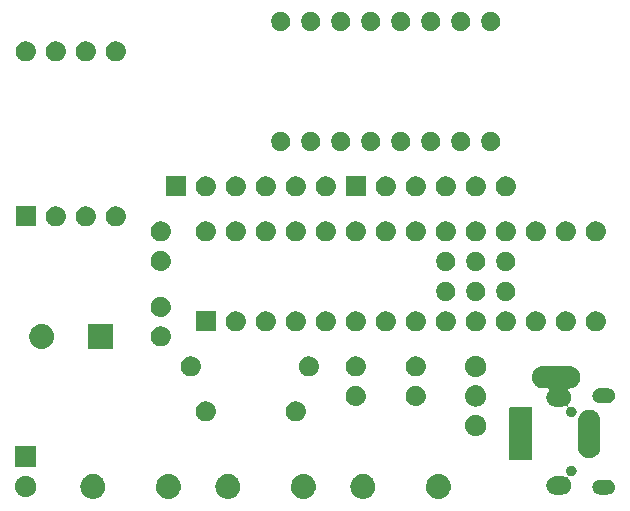
<source format=gbs>
G04 #@! TF.GenerationSoftware,KiCad,Pcbnew,5.99.0-unknown-r17607-a0698723*
G04 #@! TF.CreationDate,2020-04-07T09:51:30-05:00*
G04 #@! TF.ProjectId,pcb_dip,7063625f-6469-4702-9e6b-696361645f70,rev?*
G04 #@! TF.SameCoordinates,Original*
G04 #@! TF.FileFunction,Soldermask,Bot*
G04 #@! TF.FilePolarity,Negative*
%FSLAX46Y46*%
G04 Gerber Fmt 4.6, Leading zero omitted, Abs format (unit mm)*
G04 Created by KiCad (PCBNEW 5.99.0-unknown-r17607-a0698723) date 2020-04-07 09:51:30*
%MOMM*%
%LPD*%
G01*
G04 APERTURE LIST*
G04 APERTURE END LIST*
G36*
X131529139Y-100549342D02*
G01*
X131580391Y-100549700D01*
X131630592Y-100560005D01*
X131675921Y-100564769D01*
X131725849Y-100579559D01*
X131782293Y-100591145D01*
X131823643Y-100608527D01*
X131861126Y-100619630D01*
X131913310Y-100646219D01*
X131972300Y-100671016D01*
X132004181Y-100692520D01*
X132033239Y-100707326D01*
X132084895Y-100746963D01*
X132143174Y-100786273D01*
X132165742Y-100808999D01*
X132186479Y-100824911D01*
X132234446Y-100878184D01*
X132288407Y-100932523D01*
X132302580Y-100953855D01*
X132315732Y-100968462D01*
X132356673Y-101035271D01*
X132402468Y-101104198D01*
X132409774Y-101121924D01*
X132416659Y-101133159D01*
X132447227Y-101212791D01*
X132481011Y-101294758D01*
X132483483Y-101307242D01*
X132485882Y-101313492D01*
X132502877Y-101405190D01*
X132521045Y-101496944D01*
X132517757Y-101732363D01*
X132514353Y-101747347D01*
X132514203Y-101753066D01*
X132492784Y-101842285D01*
X132472094Y-101933352D01*
X132469548Y-101939071D01*
X132469497Y-101939282D01*
X132390930Y-102115745D01*
X132390810Y-102115919D01*
X132388261Y-102121645D01*
X132334384Y-102198021D01*
X132281524Y-102274932D01*
X132276786Y-102279670D01*
X132269451Y-102290068D01*
X132205258Y-102351198D01*
X132144932Y-102411524D01*
X132134070Y-102418989D01*
X132120191Y-102432206D01*
X132050349Y-102476529D01*
X131985745Y-102520930D01*
X131967781Y-102528928D01*
X131946165Y-102542646D01*
X131874788Y-102570332D01*
X131809282Y-102599497D01*
X131783863Y-102605599D01*
X131754002Y-102617182D01*
X131684772Y-102629389D01*
X131621462Y-102644588D01*
X131588890Y-102646295D01*
X131551022Y-102652972D01*
X131487047Y-102651632D01*
X131428562Y-102654697D01*
X131389812Y-102649596D01*
X131344955Y-102648656D01*
X131288658Y-102636278D01*
X131237049Y-102629484D01*
X131193715Y-102615404D01*
X131143652Y-102604397D01*
X131096680Y-102583875D01*
X131053342Y-102569794D01*
X131007590Y-102544953D01*
X130954779Y-102521880D01*
X130917942Y-102496278D01*
X130883588Y-102477625D01*
X130838070Y-102440765D01*
X130785530Y-102404249D01*
X130758819Y-102376589D01*
X130733479Y-102356069D01*
X130691204Y-102306572D01*
X130642353Y-102255985D01*
X130624997Y-102229054D01*
X130608024Y-102209181D01*
X130572176Y-102147092D01*
X130530701Y-102082734D01*
X130521277Y-102058932D01*
X130511443Y-102041899D01*
X130485273Y-101967997D01*
X130454826Y-101891096D01*
X130451366Y-101872245D01*
X130446966Y-101859819D01*
X130433619Y-101775547D01*
X130417619Y-101688371D01*
X130417797Y-101675649D01*
X130416749Y-101669034D01*
X130419192Y-101575694D01*
X130420497Y-101482279D01*
X130421798Y-101476157D01*
X130421804Y-101475936D01*
X130461965Y-101286999D01*
X130462047Y-101286800D01*
X130463350Y-101280672D01*
X130500167Y-101194771D01*
X130535886Y-101108538D01*
X130539534Y-101102920D01*
X130544546Y-101091227D01*
X130594610Y-101018111D01*
X130641090Y-100946537D01*
X130650166Y-100936973D01*
X130660992Y-100921162D01*
X130720082Y-100863296D01*
X130774053Y-100806423D01*
X130789964Y-100794863D01*
X130808253Y-100776953D01*
X130872313Y-100735033D01*
X130930323Y-100692887D01*
X130953918Y-100681633D01*
X130980720Y-100664094D01*
X131045896Y-100637761D01*
X131104666Y-100609729D01*
X131136171Y-100601287D01*
X131171823Y-100586883D01*
X131234682Y-100574892D01*
X131291249Y-100559735D01*
X131330210Y-100556669D01*
X131374284Y-100548261D01*
X131431923Y-100548663D01*
X131483819Y-100544579D01*
X131529139Y-100549342D01*
G37*
G36*
X142959139Y-100549342D02*
G01*
X143010391Y-100549700D01*
X143060592Y-100560005D01*
X143105921Y-100564769D01*
X143155849Y-100579559D01*
X143212293Y-100591145D01*
X143253643Y-100608527D01*
X143291126Y-100619630D01*
X143343310Y-100646219D01*
X143402300Y-100671016D01*
X143434181Y-100692520D01*
X143463239Y-100707326D01*
X143514895Y-100746963D01*
X143573174Y-100786273D01*
X143595742Y-100808999D01*
X143616479Y-100824911D01*
X143664446Y-100878184D01*
X143718407Y-100932523D01*
X143732580Y-100953855D01*
X143745732Y-100968462D01*
X143786673Y-101035271D01*
X143832468Y-101104198D01*
X143839774Y-101121924D01*
X143846659Y-101133159D01*
X143877227Y-101212791D01*
X143911011Y-101294758D01*
X143913483Y-101307242D01*
X143915882Y-101313492D01*
X143932877Y-101405190D01*
X143951045Y-101496944D01*
X143947757Y-101732363D01*
X143944353Y-101747347D01*
X143944203Y-101753066D01*
X143922784Y-101842285D01*
X143902094Y-101933352D01*
X143899548Y-101939071D01*
X143899497Y-101939282D01*
X143820930Y-102115745D01*
X143820810Y-102115919D01*
X143818261Y-102121645D01*
X143764384Y-102198021D01*
X143711524Y-102274932D01*
X143706786Y-102279670D01*
X143699451Y-102290068D01*
X143635258Y-102351198D01*
X143574932Y-102411524D01*
X143564070Y-102418989D01*
X143550191Y-102432206D01*
X143480349Y-102476529D01*
X143415745Y-102520930D01*
X143397781Y-102528928D01*
X143376165Y-102542646D01*
X143304788Y-102570332D01*
X143239282Y-102599497D01*
X143213863Y-102605599D01*
X143184002Y-102617182D01*
X143114772Y-102629389D01*
X143051462Y-102644588D01*
X143018890Y-102646295D01*
X142981022Y-102652972D01*
X142917047Y-102651632D01*
X142858562Y-102654697D01*
X142819812Y-102649596D01*
X142774955Y-102648656D01*
X142718658Y-102636278D01*
X142667049Y-102629484D01*
X142623715Y-102615404D01*
X142573652Y-102604397D01*
X142526680Y-102583875D01*
X142483342Y-102569794D01*
X142437590Y-102544953D01*
X142384779Y-102521880D01*
X142347942Y-102496278D01*
X142313588Y-102477625D01*
X142268070Y-102440765D01*
X142215530Y-102404249D01*
X142188819Y-102376589D01*
X142163479Y-102356069D01*
X142121204Y-102306572D01*
X142072353Y-102255985D01*
X142054997Y-102229054D01*
X142038024Y-102209181D01*
X142002176Y-102147092D01*
X141960701Y-102082734D01*
X141951277Y-102058932D01*
X141941443Y-102041899D01*
X141915273Y-101967997D01*
X141884826Y-101891096D01*
X141881366Y-101872245D01*
X141876966Y-101859819D01*
X141863619Y-101775547D01*
X141847619Y-101688371D01*
X141847797Y-101675649D01*
X141846749Y-101669034D01*
X141849192Y-101575694D01*
X141850497Y-101482279D01*
X141851798Y-101476157D01*
X141851804Y-101475936D01*
X141891965Y-101286999D01*
X141892047Y-101286800D01*
X141893350Y-101280672D01*
X141930167Y-101194771D01*
X141965886Y-101108538D01*
X141969534Y-101102920D01*
X141974546Y-101091227D01*
X142024610Y-101018111D01*
X142071090Y-100946537D01*
X142080166Y-100936973D01*
X142090992Y-100921162D01*
X142150082Y-100863296D01*
X142204053Y-100806423D01*
X142219964Y-100794863D01*
X142238253Y-100776953D01*
X142302313Y-100735033D01*
X142360323Y-100692887D01*
X142383918Y-100681633D01*
X142410720Y-100664094D01*
X142475896Y-100637761D01*
X142534666Y-100609729D01*
X142566171Y-100601287D01*
X142601823Y-100586883D01*
X142664682Y-100574892D01*
X142721249Y-100559735D01*
X142760210Y-100556669D01*
X142804284Y-100548261D01*
X142861923Y-100548663D01*
X142913819Y-100544579D01*
X142959139Y-100549342D01*
G37*
G36*
X125129139Y-100549342D02*
G01*
X125180391Y-100549700D01*
X125230592Y-100560005D01*
X125275921Y-100564769D01*
X125325849Y-100579559D01*
X125382293Y-100591145D01*
X125423643Y-100608527D01*
X125461126Y-100619630D01*
X125513310Y-100646219D01*
X125572300Y-100671016D01*
X125604181Y-100692520D01*
X125633239Y-100707326D01*
X125684895Y-100746963D01*
X125743174Y-100786273D01*
X125765742Y-100808999D01*
X125786479Y-100824911D01*
X125834446Y-100878184D01*
X125888407Y-100932523D01*
X125902580Y-100953855D01*
X125915732Y-100968462D01*
X125956673Y-101035271D01*
X126002468Y-101104198D01*
X126009774Y-101121924D01*
X126016659Y-101133159D01*
X126047227Y-101212791D01*
X126081011Y-101294758D01*
X126083483Y-101307242D01*
X126085882Y-101313492D01*
X126102877Y-101405190D01*
X126121045Y-101496944D01*
X126117757Y-101732363D01*
X126114353Y-101747347D01*
X126114203Y-101753066D01*
X126092784Y-101842285D01*
X126072094Y-101933352D01*
X126069548Y-101939071D01*
X126069497Y-101939282D01*
X125990930Y-102115745D01*
X125990810Y-102115919D01*
X125988261Y-102121645D01*
X125934384Y-102198021D01*
X125881524Y-102274932D01*
X125876786Y-102279670D01*
X125869451Y-102290068D01*
X125805258Y-102351198D01*
X125744932Y-102411524D01*
X125734070Y-102418989D01*
X125720191Y-102432206D01*
X125650349Y-102476529D01*
X125585745Y-102520930D01*
X125567781Y-102528928D01*
X125546165Y-102542646D01*
X125474788Y-102570332D01*
X125409282Y-102599497D01*
X125383863Y-102605599D01*
X125354002Y-102617182D01*
X125284772Y-102629389D01*
X125221462Y-102644588D01*
X125188890Y-102646295D01*
X125151022Y-102652972D01*
X125087047Y-102651632D01*
X125028562Y-102654697D01*
X124989812Y-102649596D01*
X124944955Y-102648656D01*
X124888658Y-102636278D01*
X124837049Y-102629484D01*
X124793715Y-102615404D01*
X124743652Y-102604397D01*
X124696680Y-102583875D01*
X124653342Y-102569794D01*
X124607590Y-102544953D01*
X124554779Y-102521880D01*
X124517942Y-102496278D01*
X124483588Y-102477625D01*
X124438070Y-102440765D01*
X124385530Y-102404249D01*
X124358819Y-102376589D01*
X124333479Y-102356069D01*
X124291204Y-102306572D01*
X124242353Y-102255985D01*
X124224997Y-102229054D01*
X124208024Y-102209181D01*
X124172176Y-102147092D01*
X124130701Y-102082734D01*
X124121277Y-102058932D01*
X124111443Y-102041899D01*
X124085273Y-101967997D01*
X124054826Y-101891096D01*
X124051366Y-101872245D01*
X124046966Y-101859819D01*
X124033619Y-101775547D01*
X124017619Y-101688371D01*
X124017797Y-101675649D01*
X124016749Y-101669034D01*
X124019192Y-101575694D01*
X124020497Y-101482279D01*
X124021798Y-101476157D01*
X124021804Y-101475936D01*
X124061965Y-101286999D01*
X124062047Y-101286800D01*
X124063350Y-101280672D01*
X124100167Y-101194771D01*
X124135886Y-101108538D01*
X124139534Y-101102920D01*
X124144546Y-101091227D01*
X124194610Y-101018111D01*
X124241090Y-100946537D01*
X124250166Y-100936973D01*
X124260992Y-100921162D01*
X124320082Y-100863296D01*
X124374053Y-100806423D01*
X124389964Y-100794863D01*
X124408253Y-100776953D01*
X124472313Y-100735033D01*
X124530323Y-100692887D01*
X124553918Y-100681633D01*
X124580720Y-100664094D01*
X124645896Y-100637761D01*
X124704666Y-100609729D01*
X124736171Y-100601287D01*
X124771823Y-100586883D01*
X124834682Y-100574892D01*
X124891249Y-100559735D01*
X124930210Y-100556669D01*
X124974284Y-100548261D01*
X125031923Y-100548663D01*
X125083819Y-100544579D01*
X125129139Y-100549342D01*
G37*
G36*
X136559139Y-100549342D02*
G01*
X136610391Y-100549700D01*
X136660592Y-100560005D01*
X136705921Y-100564769D01*
X136755849Y-100579559D01*
X136812293Y-100591145D01*
X136853643Y-100608527D01*
X136891126Y-100619630D01*
X136943310Y-100646219D01*
X137002300Y-100671016D01*
X137034181Y-100692520D01*
X137063239Y-100707326D01*
X137114895Y-100746963D01*
X137173174Y-100786273D01*
X137195742Y-100808999D01*
X137216479Y-100824911D01*
X137264446Y-100878184D01*
X137318407Y-100932523D01*
X137332580Y-100953855D01*
X137345732Y-100968462D01*
X137386673Y-101035271D01*
X137432468Y-101104198D01*
X137439774Y-101121924D01*
X137446659Y-101133159D01*
X137477227Y-101212791D01*
X137511011Y-101294758D01*
X137513483Y-101307242D01*
X137515882Y-101313492D01*
X137532877Y-101405190D01*
X137551045Y-101496944D01*
X137547757Y-101732363D01*
X137544353Y-101747347D01*
X137544203Y-101753066D01*
X137522784Y-101842285D01*
X137502094Y-101933352D01*
X137499548Y-101939071D01*
X137499497Y-101939282D01*
X137420930Y-102115745D01*
X137420810Y-102115919D01*
X137418261Y-102121645D01*
X137364384Y-102198021D01*
X137311524Y-102274932D01*
X137306786Y-102279670D01*
X137299451Y-102290068D01*
X137235258Y-102351198D01*
X137174932Y-102411524D01*
X137164070Y-102418989D01*
X137150191Y-102432206D01*
X137080349Y-102476529D01*
X137015745Y-102520930D01*
X136997781Y-102528928D01*
X136976165Y-102542646D01*
X136904788Y-102570332D01*
X136839282Y-102599497D01*
X136813863Y-102605599D01*
X136784002Y-102617182D01*
X136714772Y-102629389D01*
X136651462Y-102644588D01*
X136618890Y-102646295D01*
X136581022Y-102652972D01*
X136517047Y-102651632D01*
X136458562Y-102654697D01*
X136419812Y-102649596D01*
X136374955Y-102648656D01*
X136318658Y-102636278D01*
X136267049Y-102629484D01*
X136223715Y-102615404D01*
X136173652Y-102604397D01*
X136126680Y-102583875D01*
X136083342Y-102569794D01*
X136037590Y-102544953D01*
X135984779Y-102521880D01*
X135947942Y-102496278D01*
X135913588Y-102477625D01*
X135868070Y-102440765D01*
X135815530Y-102404249D01*
X135788819Y-102376589D01*
X135763479Y-102356069D01*
X135721204Y-102306572D01*
X135672353Y-102255985D01*
X135654997Y-102229054D01*
X135638024Y-102209181D01*
X135602176Y-102147092D01*
X135560701Y-102082734D01*
X135551277Y-102058932D01*
X135541443Y-102041899D01*
X135515273Y-101967997D01*
X135484826Y-101891096D01*
X135481366Y-101872245D01*
X135476966Y-101859819D01*
X135463619Y-101775547D01*
X135447619Y-101688371D01*
X135447797Y-101675649D01*
X135446749Y-101669034D01*
X135449192Y-101575694D01*
X135450497Y-101482279D01*
X135451798Y-101476157D01*
X135451804Y-101475936D01*
X135491965Y-101286999D01*
X135492047Y-101286800D01*
X135493350Y-101280672D01*
X135530167Y-101194771D01*
X135565886Y-101108538D01*
X135569534Y-101102920D01*
X135574546Y-101091227D01*
X135624610Y-101018111D01*
X135671090Y-100946537D01*
X135680166Y-100936973D01*
X135690992Y-100921162D01*
X135750082Y-100863296D01*
X135804053Y-100806423D01*
X135819964Y-100794863D01*
X135838253Y-100776953D01*
X135902313Y-100735033D01*
X135960323Y-100692887D01*
X135983918Y-100681633D01*
X136010720Y-100664094D01*
X136075896Y-100637761D01*
X136134666Y-100609729D01*
X136166171Y-100601287D01*
X136201823Y-100586883D01*
X136264682Y-100574892D01*
X136321249Y-100559735D01*
X136360210Y-100556669D01*
X136404284Y-100548261D01*
X136461923Y-100548663D01*
X136513819Y-100544579D01*
X136559139Y-100549342D01*
G37*
G36*
X154389139Y-100549342D02*
G01*
X154440391Y-100549700D01*
X154490592Y-100560005D01*
X154535921Y-100564769D01*
X154585849Y-100579559D01*
X154642293Y-100591145D01*
X154683643Y-100608527D01*
X154721126Y-100619630D01*
X154773310Y-100646219D01*
X154832300Y-100671016D01*
X154864181Y-100692520D01*
X154893239Y-100707326D01*
X154944895Y-100746963D01*
X155003174Y-100786273D01*
X155025742Y-100808999D01*
X155046479Y-100824911D01*
X155094446Y-100878184D01*
X155148407Y-100932523D01*
X155162580Y-100953855D01*
X155175732Y-100968462D01*
X155216673Y-101035271D01*
X155262468Y-101104198D01*
X155269774Y-101121924D01*
X155276659Y-101133159D01*
X155307227Y-101212791D01*
X155341011Y-101294758D01*
X155343483Y-101307242D01*
X155345882Y-101313492D01*
X155362877Y-101405190D01*
X155381045Y-101496944D01*
X155377757Y-101732363D01*
X155374353Y-101747347D01*
X155374203Y-101753066D01*
X155352784Y-101842285D01*
X155332094Y-101933352D01*
X155329548Y-101939071D01*
X155329497Y-101939282D01*
X155250930Y-102115745D01*
X155250810Y-102115919D01*
X155248261Y-102121645D01*
X155194384Y-102198021D01*
X155141524Y-102274932D01*
X155136786Y-102279670D01*
X155129451Y-102290068D01*
X155065258Y-102351198D01*
X155004932Y-102411524D01*
X154994070Y-102418989D01*
X154980191Y-102432206D01*
X154910349Y-102476529D01*
X154845745Y-102520930D01*
X154827781Y-102528928D01*
X154806165Y-102542646D01*
X154734788Y-102570332D01*
X154669282Y-102599497D01*
X154643863Y-102605599D01*
X154614002Y-102617182D01*
X154544772Y-102629389D01*
X154481462Y-102644588D01*
X154448890Y-102646295D01*
X154411022Y-102652972D01*
X154347047Y-102651632D01*
X154288562Y-102654697D01*
X154249812Y-102649596D01*
X154204955Y-102648656D01*
X154148658Y-102636278D01*
X154097049Y-102629484D01*
X154053715Y-102615404D01*
X154003652Y-102604397D01*
X153956680Y-102583875D01*
X153913342Y-102569794D01*
X153867590Y-102544953D01*
X153814779Y-102521880D01*
X153777942Y-102496278D01*
X153743588Y-102477625D01*
X153698070Y-102440765D01*
X153645530Y-102404249D01*
X153618819Y-102376589D01*
X153593479Y-102356069D01*
X153551204Y-102306572D01*
X153502353Y-102255985D01*
X153484997Y-102229054D01*
X153468024Y-102209181D01*
X153432176Y-102147092D01*
X153390701Y-102082734D01*
X153381277Y-102058932D01*
X153371443Y-102041899D01*
X153345273Y-101967997D01*
X153314826Y-101891096D01*
X153311366Y-101872245D01*
X153306966Y-101859819D01*
X153293619Y-101775547D01*
X153277619Y-101688371D01*
X153277797Y-101675649D01*
X153276749Y-101669034D01*
X153279192Y-101575694D01*
X153280497Y-101482279D01*
X153281798Y-101476157D01*
X153281804Y-101475936D01*
X153321965Y-101286999D01*
X153322047Y-101286800D01*
X153323350Y-101280672D01*
X153360167Y-101194771D01*
X153395886Y-101108538D01*
X153399534Y-101102920D01*
X153404546Y-101091227D01*
X153454610Y-101018111D01*
X153501090Y-100946537D01*
X153510166Y-100936973D01*
X153520992Y-100921162D01*
X153580082Y-100863296D01*
X153634053Y-100806423D01*
X153649964Y-100794863D01*
X153668253Y-100776953D01*
X153732313Y-100735033D01*
X153790323Y-100692887D01*
X153813918Y-100681633D01*
X153840720Y-100664094D01*
X153905896Y-100637761D01*
X153964666Y-100609729D01*
X153996171Y-100601287D01*
X154031823Y-100586883D01*
X154094682Y-100574892D01*
X154151249Y-100559735D01*
X154190210Y-100556669D01*
X154234284Y-100548261D01*
X154291923Y-100548663D01*
X154343819Y-100544579D01*
X154389139Y-100549342D01*
G37*
G36*
X147989139Y-100549342D02*
G01*
X148040391Y-100549700D01*
X148090592Y-100560005D01*
X148135921Y-100564769D01*
X148185849Y-100579559D01*
X148242293Y-100591145D01*
X148283643Y-100608527D01*
X148321126Y-100619630D01*
X148373310Y-100646219D01*
X148432300Y-100671016D01*
X148464181Y-100692520D01*
X148493239Y-100707326D01*
X148544895Y-100746963D01*
X148603174Y-100786273D01*
X148625742Y-100808999D01*
X148646479Y-100824911D01*
X148694446Y-100878184D01*
X148748407Y-100932523D01*
X148762580Y-100953855D01*
X148775732Y-100968462D01*
X148816673Y-101035271D01*
X148862468Y-101104198D01*
X148869774Y-101121924D01*
X148876659Y-101133159D01*
X148907227Y-101212791D01*
X148941011Y-101294758D01*
X148943483Y-101307242D01*
X148945882Y-101313492D01*
X148962877Y-101405190D01*
X148981045Y-101496944D01*
X148977757Y-101732363D01*
X148974353Y-101747347D01*
X148974203Y-101753066D01*
X148952784Y-101842285D01*
X148932094Y-101933352D01*
X148929548Y-101939071D01*
X148929497Y-101939282D01*
X148850930Y-102115745D01*
X148850810Y-102115919D01*
X148848261Y-102121645D01*
X148794384Y-102198021D01*
X148741524Y-102274932D01*
X148736786Y-102279670D01*
X148729451Y-102290068D01*
X148665258Y-102351198D01*
X148604932Y-102411524D01*
X148594070Y-102418989D01*
X148580191Y-102432206D01*
X148510349Y-102476529D01*
X148445745Y-102520930D01*
X148427781Y-102528928D01*
X148406165Y-102542646D01*
X148334788Y-102570332D01*
X148269282Y-102599497D01*
X148243863Y-102605599D01*
X148214002Y-102617182D01*
X148144772Y-102629389D01*
X148081462Y-102644588D01*
X148048890Y-102646295D01*
X148011022Y-102652972D01*
X147947047Y-102651632D01*
X147888562Y-102654697D01*
X147849812Y-102649596D01*
X147804955Y-102648656D01*
X147748658Y-102636278D01*
X147697049Y-102629484D01*
X147653715Y-102615404D01*
X147603652Y-102604397D01*
X147556680Y-102583875D01*
X147513342Y-102569794D01*
X147467590Y-102544953D01*
X147414779Y-102521880D01*
X147377942Y-102496278D01*
X147343588Y-102477625D01*
X147298070Y-102440765D01*
X147245530Y-102404249D01*
X147218819Y-102376589D01*
X147193479Y-102356069D01*
X147151204Y-102306572D01*
X147102353Y-102255985D01*
X147084997Y-102229054D01*
X147068024Y-102209181D01*
X147032176Y-102147092D01*
X146990701Y-102082734D01*
X146981277Y-102058932D01*
X146971443Y-102041899D01*
X146945273Y-101967997D01*
X146914826Y-101891096D01*
X146911366Y-101872245D01*
X146906966Y-101859819D01*
X146893619Y-101775547D01*
X146877619Y-101688371D01*
X146877797Y-101675649D01*
X146876749Y-101669034D01*
X146879192Y-101575694D01*
X146880497Y-101482279D01*
X146881798Y-101476157D01*
X146881804Y-101475936D01*
X146921965Y-101286999D01*
X146922047Y-101286800D01*
X146923350Y-101280672D01*
X146960167Y-101194771D01*
X146995886Y-101108538D01*
X146999534Y-101102920D01*
X147004546Y-101091227D01*
X147054610Y-101018111D01*
X147101090Y-100946537D01*
X147110166Y-100936973D01*
X147120992Y-100921162D01*
X147180082Y-100863296D01*
X147234053Y-100806423D01*
X147249964Y-100794863D01*
X147268253Y-100776953D01*
X147332313Y-100735033D01*
X147390323Y-100692887D01*
X147413918Y-100681633D01*
X147440720Y-100664094D01*
X147505896Y-100637761D01*
X147564666Y-100609729D01*
X147596171Y-100601287D01*
X147631823Y-100586883D01*
X147694682Y-100574892D01*
X147751249Y-100559735D01*
X147790210Y-100556669D01*
X147834284Y-100548261D01*
X147891923Y-100548663D01*
X147943819Y-100544579D01*
X147989139Y-100549342D01*
G37*
G36*
X119429902Y-100699283D02*
G01*
X119474637Y-100699595D01*
X119518460Y-100708590D01*
X119568360Y-100713835D01*
X119610132Y-100727408D01*
X119647723Y-100735124D01*
X119694851Y-100754935D01*
X119748488Y-100772363D01*
X119781099Y-100791191D01*
X119810614Y-100803598D01*
X119858301Y-100835763D01*
X119912511Y-100867061D01*
X119935826Y-100888054D01*
X119957101Y-100902404D01*
X120002183Y-100947802D01*
X120053261Y-100993793D01*
X120068003Y-101014083D01*
X120081608Y-101027784D01*
X120120643Y-101086537D01*
X120164586Y-101147019D01*
X120172221Y-101164168D01*
X120179388Y-101174955D01*
X120208865Y-101246472D01*
X120241621Y-101320042D01*
X120244211Y-101332225D01*
X120246724Y-101338323D01*
X120263292Y-101421997D01*
X120280999Y-101505301D01*
X120280999Y-101694699D01*
X120278115Y-101708269D01*
X120278030Y-101714331D01*
X120259342Y-101796585D01*
X120241621Y-101879958D01*
X120239129Y-101885555D01*
X120239078Y-101885780D01*
X120167210Y-102047197D01*
X120167078Y-102047385D01*
X120164586Y-102052981D01*
X120114480Y-102121946D01*
X120065357Y-102191582D01*
X120060585Y-102196126D01*
X120053261Y-102206207D01*
X119993396Y-102260110D01*
X119937396Y-102313438D01*
X119926464Y-102320376D01*
X119912511Y-102332939D01*
X119847764Y-102370321D01*
X119788211Y-102408114D01*
X119770209Y-102415097D01*
X119748488Y-102427637D01*
X119683115Y-102448878D01*
X119623468Y-102472014D01*
X119598200Y-102476469D01*
X119568360Y-102486165D01*
X119506095Y-102492709D01*
X119449460Y-102502695D01*
X119417459Y-102502025D01*
X119380000Y-102505962D01*
X119323902Y-102500066D01*
X119272799Y-102498996D01*
X119235323Y-102490756D01*
X119191640Y-102486165D01*
X119143917Y-102470659D01*
X119100225Y-102461052D01*
X119059230Y-102443142D01*
X119011512Y-102427637D01*
X118973473Y-102405675D01*
X118938310Y-102390313D01*
X118896337Y-102361141D01*
X118847489Y-102332939D01*
X118819504Y-102307741D01*
X118793215Y-102289470D01*
X118753257Y-102248092D01*
X118706739Y-102206207D01*
X118688296Y-102180823D01*
X118670473Y-102162366D01*
X118635821Y-102108597D01*
X118595414Y-102052981D01*
X118585212Y-102030066D01*
X118574754Y-102013839D01*
X118548789Y-101948261D01*
X118518379Y-101879958D01*
X118514476Y-101861596D01*
X118509707Y-101849551D01*
X118495740Y-101773448D01*
X118479001Y-101694699D01*
X118479001Y-101682246D01*
X118477811Y-101675762D01*
X118479001Y-101590535D01*
X118479001Y-101505301D01*
X118480275Y-101499308D01*
X118480278Y-101499077D01*
X118517015Y-101326246D01*
X118517105Y-101326036D01*
X118518379Y-101320042D01*
X118553042Y-101242188D01*
X118586622Y-101163839D01*
X118590348Y-101158397D01*
X118595414Y-101147019D01*
X118642746Y-101081872D01*
X118686452Y-101018041D01*
X118695706Y-101008979D01*
X118706739Y-100993793D01*
X118762297Y-100943769D01*
X118812693Y-100894417D01*
X118828848Y-100883846D01*
X118847489Y-100867061D01*
X118907026Y-100832687D01*
X118960551Y-100797662D01*
X118984340Y-100788050D01*
X119011512Y-100772363D01*
X119071045Y-100753019D01*
X119124376Y-100731472D01*
X119155820Y-100725474D01*
X119191640Y-100713835D01*
X119247744Y-100707938D01*
X119297945Y-100698362D01*
X119336312Y-100698630D01*
X119380000Y-100694038D01*
X119429902Y-100699283D01*
G37*
G36*
X168748252Y-101047446D02*
G01*
X168793548Y-101052848D01*
X168794897Y-101053339D01*
X168801823Y-101054214D01*
X168865313Y-101078968D01*
X168925107Y-101100731D01*
X168931196Y-101104655D01*
X168942989Y-101109253D01*
X168994440Y-101145413D01*
X169043160Y-101176811D01*
X169052090Y-101185930D01*
X169066952Y-101196375D01*
X169104759Y-101239714D01*
X169141420Y-101277151D01*
X169150996Y-101292716D01*
X169166555Y-101310552D01*
X169190448Y-101356844D01*
X169215013Y-101396774D01*
X169222678Y-101419290D01*
X169236047Y-101445192D01*
X169246936Y-101490546D01*
X169260273Y-101529724D01*
X169263334Y-101558850D01*
X169271418Y-101592521D01*
X169271202Y-101633711D01*
X169274953Y-101669395D01*
X169270835Y-101703930D01*
X169270625Y-101744035D01*
X169261920Y-101778690D01*
X169258323Y-101808856D01*
X169244813Y-101846798D01*
X169233713Y-101890986D01*
X169219558Y-101917720D01*
X169211212Y-101941158D01*
X169186683Y-101979809D01*
X169162814Y-102024890D01*
X169146340Y-102043380D01*
X169135957Y-102059741D01*
X169099558Y-102095887D01*
X169062021Y-102138018D01*
X169046145Y-102148929D01*
X169036303Y-102158703D01*
X168988080Y-102188836D01*
X168937153Y-102223837D01*
X168924285Y-102228699D01*
X168917201Y-102233126D01*
X168858152Y-102253689D01*
X168795418Y-102277394D01*
X168787236Y-102278384D01*
X168784569Y-102279313D01*
X168716081Y-102286995D01*
X168682987Y-102291000D01*
X167958610Y-102291000D01*
X167891748Y-102282554D01*
X167846452Y-102277152D01*
X167845103Y-102276661D01*
X167838177Y-102275786D01*
X167774687Y-102251032D01*
X167714893Y-102229269D01*
X167708804Y-102225345D01*
X167697011Y-102220747D01*
X167645560Y-102184587D01*
X167596840Y-102153189D01*
X167587910Y-102144070D01*
X167573048Y-102133625D01*
X167535241Y-102090286D01*
X167498580Y-102052849D01*
X167489004Y-102037284D01*
X167473445Y-102019448D01*
X167449552Y-101973156D01*
X167424987Y-101933226D01*
X167417322Y-101910710D01*
X167403953Y-101884808D01*
X167393064Y-101839454D01*
X167379727Y-101800276D01*
X167376666Y-101771150D01*
X167368582Y-101737479D01*
X167368798Y-101696289D01*
X167365047Y-101660605D01*
X167369165Y-101626070D01*
X167369375Y-101585965D01*
X167378080Y-101551310D01*
X167381677Y-101521144D01*
X167395187Y-101483202D01*
X167406287Y-101439014D01*
X167420442Y-101412280D01*
X167428788Y-101388842D01*
X167453317Y-101350191D01*
X167477186Y-101305110D01*
X167493660Y-101286620D01*
X167504043Y-101270259D01*
X167540442Y-101234113D01*
X167577979Y-101191982D01*
X167593855Y-101181071D01*
X167603697Y-101171297D01*
X167651920Y-101141164D01*
X167702847Y-101106163D01*
X167715715Y-101101301D01*
X167722799Y-101096874D01*
X167781848Y-101076311D01*
X167844582Y-101052606D01*
X167852764Y-101051616D01*
X167855431Y-101050687D01*
X167923919Y-101043005D01*
X167957013Y-101039000D01*
X168681390Y-101039000D01*
X168748252Y-101047446D01*
G37*
G36*
X165588042Y-99839000D02*
G01*
X165629373Y-99839000D01*
X165646560Y-99843605D01*
X165672987Y-99845685D01*
X165712068Y-99861158D01*
X165744080Y-99869736D01*
X165766663Y-99882774D01*
X165799080Y-99895609D01*
X165825356Y-99916660D01*
X165846920Y-99929110D01*
X165871191Y-99953381D01*
X165904920Y-99980403D01*
X165919146Y-100001336D01*
X165930890Y-100013080D01*
X165952134Y-100049877D01*
X165981148Y-100092569D01*
X165986128Y-100108756D01*
X165990264Y-100115920D01*
X166003310Y-100164606D01*
X166021025Y-100222191D01*
X166020960Y-100230477D01*
X166021000Y-100230627D01*
X166021000Y-100349373D01*
X166019996Y-100353118D01*
X166019904Y-100364885D01*
X166002449Y-100418607D01*
X165990264Y-100464080D01*
X165984339Y-100474343D01*
X165977996Y-100493864D01*
X165950393Y-100533139D01*
X165930890Y-100566920D01*
X165916629Y-100581181D01*
X165900016Y-100604819D01*
X165868699Y-100629111D01*
X165846920Y-100650890D01*
X165822287Y-100665112D01*
X165792857Y-100687940D01*
X165763595Y-100698997D01*
X165744080Y-100710264D01*
X165708664Y-100719754D01*
X165665995Y-100735877D01*
X165643121Y-100737316D01*
X165629373Y-100741000D01*
X165584572Y-100741000D01*
X165530645Y-100744393D01*
X165516512Y-100741000D01*
X165510625Y-100741000D01*
X165459921Y-100727414D01*
X165417962Y-100717340D01*
X165351559Y-100718921D01*
X165293230Y-100758399D01*
X165265504Y-100823145D01*
X165277184Y-100892602D01*
X165295429Y-100916854D01*
X165332891Y-100955110D01*
X165374858Y-100992897D01*
X165389126Y-101012535D01*
X165410365Y-101034224D01*
X165440652Y-101083455D01*
X165470736Y-101124862D01*
X165482812Y-101151985D01*
X165501588Y-101182505D01*
X165518440Y-101232006D01*
X165537085Y-101273884D01*
X165544380Y-101308205D01*
X165557693Y-101347311D01*
X165562584Y-101393850D01*
X165570999Y-101433437D01*
X165570999Y-101473908D01*
X165575891Y-101520452D01*
X165570999Y-101561478D01*
X165570999Y-101596563D01*
X165561470Y-101641395D01*
X165555278Y-101693321D01*
X165543257Y-101727080D01*
X165537085Y-101756116D01*
X165516269Y-101802871D01*
X165496877Y-101857328D01*
X165480611Y-101882959D01*
X165470737Y-101905137D01*
X165437541Y-101950826D01*
X165403593Y-102004321D01*
X165385935Y-102021856D01*
X165374856Y-102037105D01*
X165329010Y-102078385D01*
X165280061Y-102126994D01*
X165263606Y-102137276D01*
X165253634Y-102146255D01*
X165195810Y-102179639D01*
X165132420Y-102219250D01*
X165119273Y-102223828D01*
X165112366Y-102227816D01*
X165044513Y-102249862D01*
X164968009Y-102276504D01*
X164959622Y-102277445D01*
X164957227Y-102278223D01*
X164885080Y-102285806D01*
X164838774Y-102291000D01*
X164203824Y-102291000D01*
X164200003Y-102290544D01*
X164082773Y-102278223D01*
X164074714Y-102275605D01*
X164061375Y-102274014D01*
X163991131Y-102248447D01*
X163927634Y-102227816D01*
X163916011Y-102221106D01*
X163897780Y-102214470D01*
X163839807Y-102177109D01*
X163786366Y-102146255D01*
X163772356Y-102133640D01*
X163751442Y-102120162D01*
X163707112Y-102074894D01*
X163665142Y-102037103D01*
X163650874Y-102017465D01*
X163629635Y-101995776D01*
X163599348Y-101946545D01*
X163569264Y-101905138D01*
X163557188Y-101878015D01*
X163538412Y-101847495D01*
X163521560Y-101797994D01*
X163502915Y-101756116D01*
X163495620Y-101721795D01*
X163482307Y-101682689D01*
X163477416Y-101636150D01*
X163469001Y-101596563D01*
X163469001Y-101556092D01*
X163464109Y-101509548D01*
X163469001Y-101468522D01*
X163469001Y-101433437D01*
X163478530Y-101388605D01*
X163484722Y-101336679D01*
X163496743Y-101302920D01*
X163502915Y-101273884D01*
X163523731Y-101227129D01*
X163543123Y-101172672D01*
X163559389Y-101147041D01*
X163569263Y-101124863D01*
X163602459Y-101079174D01*
X163636407Y-101025679D01*
X163654065Y-101008144D01*
X163665144Y-100992895D01*
X163710990Y-100951615D01*
X163759939Y-100903006D01*
X163776394Y-100892724D01*
X163786366Y-100883745D01*
X163844190Y-100850361D01*
X163907580Y-100810750D01*
X163920727Y-100806172D01*
X163927634Y-100802184D01*
X163995487Y-100780138D01*
X164071991Y-100753496D01*
X164080378Y-100752555D01*
X164082773Y-100751777D01*
X164154920Y-100744194D01*
X164201226Y-100739000D01*
X164836176Y-100739000D01*
X164839997Y-100739456D01*
X164957227Y-100751777D01*
X164965286Y-100754395D01*
X164978625Y-100755986D01*
X165048874Y-100781555D01*
X165108995Y-100801089D01*
X165179399Y-100803100D01*
X165239714Y-100766729D01*
X165270790Y-100703523D01*
X165262762Y-100633550D01*
X165236010Y-100593820D01*
X165209110Y-100566920D01*
X165203779Y-100557687D01*
X165190772Y-100543392D01*
X165169820Y-100498868D01*
X165149736Y-100464080D01*
X165144824Y-100445747D01*
X165133029Y-100420682D01*
X165127276Y-100380258D01*
X165119000Y-100349373D01*
X165119000Y-100322111D01*
X165113920Y-100286418D01*
X165119000Y-100254344D01*
X165119000Y-100230627D01*
X165128186Y-100196345D01*
X165135135Y-100152470D01*
X165145746Y-100130810D01*
X165149736Y-100115920D01*
X165171556Y-100078126D01*
X165194799Y-100030682D01*
X165205569Y-100019213D01*
X165209110Y-100013080D01*
X165245517Y-99976673D01*
X165287635Y-99931822D01*
X165349747Y-99896394D01*
X165395920Y-99869736D01*
X165396981Y-99869452D01*
X165405436Y-99864629D01*
X165462997Y-99851763D01*
X165510627Y-99839000D01*
X165520093Y-99839000D01*
X165537787Y-99835045D01*
X165588042Y-99839000D01*
G37*
G36*
X120249899Y-98161959D02*
G01*
X120266769Y-98173231D01*
X120278041Y-98190101D01*
X120284448Y-98222312D01*
X120284448Y-99897688D01*
X120281999Y-99910000D01*
X120278041Y-99929899D01*
X120266769Y-99946769D01*
X120249899Y-99958041D01*
X120230000Y-99961999D01*
X120217688Y-99964448D01*
X118542312Y-99964448D01*
X118510101Y-99958041D01*
X118493231Y-99946769D01*
X118481959Y-99929899D01*
X118475552Y-99897688D01*
X118475552Y-98222312D01*
X118481959Y-98190101D01*
X118493231Y-98173231D01*
X118510101Y-98161959D01*
X118542312Y-98155552D01*
X120217688Y-98155552D01*
X120249899Y-98161959D01*
G37*
G36*
X162209899Y-94906959D02*
G01*
X162226769Y-94918231D01*
X162238041Y-94935101D01*
X162244448Y-94967312D01*
X162244448Y-99342688D01*
X162241999Y-99355000D01*
X162238041Y-99374899D01*
X162226769Y-99391769D01*
X162209899Y-99403041D01*
X162190000Y-99406999D01*
X162177688Y-99409448D01*
X160402312Y-99409448D01*
X160370101Y-99403041D01*
X160353231Y-99391769D01*
X160341959Y-99374899D01*
X160335552Y-99342688D01*
X160335552Y-94967312D01*
X160341959Y-94935101D01*
X160353231Y-94918231D01*
X160370101Y-94906959D01*
X160402312Y-94900552D01*
X162177688Y-94900552D01*
X162209899Y-94906959D01*
G37*
G36*
X167145663Y-95104572D02*
G01*
X167189831Y-95105150D01*
X167233155Y-95113767D01*
X167282149Y-95118917D01*
X167323684Y-95131774D01*
X167361258Y-95139248D01*
X167407758Y-95157800D01*
X167460309Y-95174067D01*
X167493460Y-95191991D01*
X167523597Y-95204015D01*
X167570924Y-95233876D01*
X167624365Y-95262771D01*
X167648934Y-95283096D01*
X167671416Y-95297281D01*
X167716860Y-95339289D01*
X167768067Y-95381651D01*
X167784550Y-95401861D01*
X167799764Y-95415925D01*
X167840375Y-95470310D01*
X167885940Y-95526178D01*
X167895450Y-95544064D01*
X167904343Y-95555973D01*
X167937089Y-95622376D01*
X167973497Y-95690849D01*
X167977666Y-95704658D01*
X167981645Y-95712726D01*
X168003521Y-95790293D01*
X168027402Y-95869389D01*
X168028240Y-95877940D01*
X168029089Y-95880949D01*
X168037343Y-95970781D01*
X168041000Y-96008075D01*
X168041000Y-98298776D01*
X168024719Y-98453681D01*
X167999128Y-98534354D01*
X167972380Y-98620497D01*
X167970924Y-98623265D01*
X167968327Y-98631451D01*
X167928530Y-98703841D01*
X167891000Y-98775173D01*
X167885431Y-98782237D01*
X167878479Y-98794883D01*
X167828610Y-98854315D01*
X167782792Y-98912435D01*
X167771622Y-98922231D01*
X167758599Y-98937751D01*
X167702406Y-98982931D01*
X167651382Y-99027678D01*
X167633578Y-99038270D01*
X167613252Y-99054613D01*
X167554357Y-99085402D01*
X167501173Y-99117044D01*
X167476232Y-99126245D01*
X167447974Y-99141018D01*
X167389686Y-99158173D01*
X167337192Y-99177539D01*
X167305221Y-99183033D01*
X167269062Y-99193675D01*
X167214271Y-99198661D01*
X167164936Y-99207139D01*
X167126631Y-99206637D01*
X167083330Y-99210578D01*
X167034337Y-99205428D01*
X166990169Y-99204850D01*
X166946845Y-99196233D01*
X166897851Y-99191083D01*
X166856316Y-99178226D01*
X166818742Y-99170752D01*
X166772242Y-99152200D01*
X166719691Y-99135933D01*
X166686542Y-99118010D01*
X166656405Y-99105986D01*
X166609079Y-99076126D01*
X166555636Y-99047229D01*
X166531065Y-99026902D01*
X166508583Y-99012717D01*
X166463142Y-98970712D01*
X166411934Y-98928349D01*
X166395451Y-98908138D01*
X166380237Y-98894075D01*
X166339626Y-98839690D01*
X166294061Y-98783822D01*
X166284551Y-98765936D01*
X166275658Y-98754027D01*
X166242912Y-98687624D01*
X166206504Y-98619151D01*
X166202335Y-98605342D01*
X166198356Y-98597274D01*
X166176480Y-98519707D01*
X166152599Y-98440611D01*
X166151761Y-98432060D01*
X166150912Y-98429051D01*
X166142658Y-98339219D01*
X166139001Y-98301925D01*
X166139000Y-96011225D01*
X166155281Y-95856320D01*
X166180864Y-95775674D01*
X166207619Y-95689506D01*
X166209076Y-95686737D01*
X166211673Y-95678550D01*
X166251468Y-95606162D01*
X166289001Y-95534825D01*
X166294570Y-95527761D01*
X166301521Y-95515117D01*
X166351386Y-95455690D01*
X166397208Y-95397565D01*
X166408378Y-95387769D01*
X166421401Y-95372249D01*
X166477594Y-95327069D01*
X166528618Y-95282322D01*
X166546422Y-95271730D01*
X166566748Y-95255387D01*
X166625643Y-95224598D01*
X166678827Y-95192956D01*
X166703768Y-95183755D01*
X166732026Y-95168982D01*
X166790314Y-95151827D01*
X166842808Y-95132461D01*
X166874779Y-95126967D01*
X166910938Y-95116325D01*
X166965729Y-95111339D01*
X167015064Y-95102861D01*
X167053369Y-95103363D01*
X167096670Y-95099422D01*
X167145663Y-95104572D01*
G37*
G36*
X157529902Y-95539283D02*
G01*
X157574637Y-95539595D01*
X157618460Y-95548590D01*
X157668360Y-95553835D01*
X157710132Y-95567408D01*
X157747723Y-95575124D01*
X157794851Y-95594935D01*
X157848488Y-95612363D01*
X157881099Y-95631191D01*
X157910614Y-95643598D01*
X157958301Y-95675763D01*
X158012511Y-95707061D01*
X158035826Y-95728054D01*
X158057101Y-95742404D01*
X158102183Y-95787802D01*
X158153261Y-95833793D01*
X158168003Y-95854083D01*
X158181608Y-95867784D01*
X158220643Y-95926537D01*
X158264586Y-95987019D01*
X158272221Y-96004168D01*
X158279388Y-96014955D01*
X158308865Y-96086472D01*
X158341621Y-96160042D01*
X158344211Y-96172225D01*
X158346724Y-96178323D01*
X158363292Y-96261997D01*
X158380999Y-96345301D01*
X158380999Y-96534699D01*
X158378115Y-96548269D01*
X158378030Y-96554331D01*
X158359342Y-96636585D01*
X158341621Y-96719958D01*
X158339129Y-96725555D01*
X158339078Y-96725780D01*
X158267210Y-96887197D01*
X158267078Y-96887385D01*
X158264586Y-96892981D01*
X158214480Y-96961946D01*
X158165357Y-97031582D01*
X158160585Y-97036126D01*
X158153261Y-97046207D01*
X158093396Y-97100110D01*
X158037396Y-97153438D01*
X158026464Y-97160376D01*
X158012511Y-97172939D01*
X157947764Y-97210321D01*
X157888211Y-97248114D01*
X157870209Y-97255097D01*
X157848488Y-97267637D01*
X157783115Y-97288878D01*
X157723468Y-97312014D01*
X157698200Y-97316469D01*
X157668360Y-97326165D01*
X157606095Y-97332709D01*
X157549460Y-97342695D01*
X157517459Y-97342025D01*
X157480000Y-97345962D01*
X157423902Y-97340066D01*
X157372799Y-97338996D01*
X157335323Y-97330756D01*
X157291640Y-97326165D01*
X157243917Y-97310659D01*
X157200225Y-97301052D01*
X157159230Y-97283142D01*
X157111512Y-97267637D01*
X157073473Y-97245675D01*
X157038310Y-97230313D01*
X156996337Y-97201141D01*
X156947489Y-97172939D01*
X156919504Y-97147741D01*
X156893215Y-97129470D01*
X156853257Y-97088092D01*
X156806739Y-97046207D01*
X156788296Y-97020823D01*
X156770473Y-97002366D01*
X156735821Y-96948597D01*
X156695414Y-96892981D01*
X156685212Y-96870066D01*
X156674754Y-96853839D01*
X156648789Y-96788261D01*
X156618379Y-96719958D01*
X156614476Y-96701596D01*
X156609707Y-96689551D01*
X156595740Y-96613448D01*
X156579001Y-96534699D01*
X156579001Y-96522246D01*
X156577811Y-96515762D01*
X156579001Y-96430535D01*
X156579001Y-96345301D01*
X156580275Y-96339308D01*
X156580278Y-96339077D01*
X156617015Y-96166246D01*
X156617105Y-96166036D01*
X156618379Y-96160042D01*
X156653042Y-96082188D01*
X156686622Y-96003839D01*
X156690348Y-95998397D01*
X156695414Y-95987019D01*
X156742746Y-95921872D01*
X156786452Y-95858041D01*
X156795706Y-95848979D01*
X156806739Y-95833793D01*
X156862297Y-95783769D01*
X156912693Y-95734417D01*
X156928848Y-95723846D01*
X156947489Y-95707061D01*
X157007026Y-95672687D01*
X157060551Y-95637662D01*
X157084340Y-95628050D01*
X157111512Y-95612363D01*
X157171045Y-95593019D01*
X157224376Y-95571472D01*
X157255820Y-95565474D01*
X157291640Y-95553835D01*
X157347744Y-95547938D01*
X157397945Y-95538362D01*
X157436312Y-95538630D01*
X157480000Y-95534038D01*
X157529902Y-95539283D01*
G37*
G36*
X134622976Y-94397826D02*
G01*
X134664766Y-94395782D01*
X134709056Y-94402639D01*
X134759810Y-94405476D01*
X134800163Y-94416743D01*
X134835621Y-94422232D01*
X134883204Y-94439928D01*
X134937898Y-94455199D01*
X134969622Y-94472067D01*
X134997659Y-94482494D01*
X135045757Y-94512549D01*
X135101153Y-94542004D01*
X135123968Y-94561421D01*
X135144271Y-94574108D01*
X135189641Y-94617313D01*
X135241961Y-94661841D01*
X135256463Y-94680947D01*
X135269472Y-94693335D01*
X135308616Y-94749655D01*
X135353751Y-94809118D01*
X135361302Y-94825459D01*
X135368142Y-94835301D01*
X135397508Y-94903817D01*
X135431307Y-94976965D01*
X135433885Y-94988692D01*
X135436247Y-94994202D01*
X135452429Y-95073036D01*
X135471011Y-95157551D01*
X135470345Y-95348388D01*
X135451181Y-95432738D01*
X135434443Y-95511485D01*
X135432041Y-95516982D01*
X135429381Y-95528692D01*
X135395069Y-95601609D01*
X135365227Y-95669915D01*
X135358318Y-95679709D01*
X135350655Y-95695994D01*
X135305114Y-95755130D01*
X135265570Y-95811187D01*
X135252472Y-95823487D01*
X135237840Y-95842487D01*
X135185227Y-95886635D01*
X135139544Y-95929534D01*
X135119147Y-95942082D01*
X135096199Y-95961338D01*
X135040600Y-95990405D01*
X134992293Y-96020123D01*
X134964184Y-96030354D01*
X134932341Y-96047001D01*
X134877534Y-96061892D01*
X134829831Y-96079254D01*
X134794340Y-96084495D01*
X134753911Y-96095479D01*
X134703139Y-96097962D01*
X134658803Y-96104509D01*
X134617027Y-96102174D01*
X134569233Y-96104511D01*
X134524992Y-96097028D01*
X134486189Y-96094859D01*
X134439980Y-96082650D01*
X134386923Y-96073676D01*
X134350839Y-96059097D01*
X134319035Y-96050694D01*
X134270897Y-96026799D01*
X134215488Y-96004412D01*
X134188311Y-95985804D01*
X134164182Y-95973826D01*
X134117128Y-95937063D01*
X134062926Y-95899950D01*
X134044469Y-95880295D01*
X134027950Y-95867389D01*
X133985400Y-95817393D01*
X133936354Y-95765164D01*
X133925608Y-95747138D01*
X133915896Y-95735726D01*
X133881401Y-95672981D01*
X133841678Y-95606344D01*
X133836943Y-95592111D01*
X133832610Y-95584229D01*
X133809692Y-95510192D01*
X133783314Y-95430898D01*
X133782372Y-95421934D01*
X133781486Y-95419072D01*
X133773347Y-95336068D01*
X133763987Y-95247012D01*
X133773967Y-95158044D01*
X133782687Y-95075078D01*
X133783593Y-95072220D01*
X133784598Y-95063265D01*
X133811530Y-94984153D01*
X133834963Y-94910281D01*
X133839350Y-94902432D01*
X133844184Y-94888231D01*
X133884382Y-94821857D01*
X133919304Y-94759371D01*
X133929092Y-94748031D01*
X133939967Y-94730075D01*
X133989385Y-94678181D01*
X134032273Y-94628495D01*
X134048879Y-94615707D01*
X134067477Y-94596177D01*
X134121952Y-94559433D01*
X134169250Y-94523009D01*
X134193458Y-94511202D01*
X134220765Y-94492783D01*
X134276319Y-94470787D01*
X134324633Y-94447223D01*
X134356503Y-94439040D01*
X134392679Y-94424717D01*
X134445795Y-94416114D01*
X134492088Y-94404228D01*
X134530903Y-94402330D01*
X134575199Y-94395155D01*
X134622976Y-94397826D01*
G37*
G36*
X142242976Y-94397826D02*
G01*
X142284766Y-94395782D01*
X142329056Y-94402639D01*
X142379810Y-94405476D01*
X142420163Y-94416743D01*
X142455621Y-94422232D01*
X142503204Y-94439928D01*
X142557898Y-94455199D01*
X142589622Y-94472067D01*
X142617659Y-94482494D01*
X142665757Y-94512549D01*
X142721153Y-94542004D01*
X142743968Y-94561421D01*
X142764271Y-94574108D01*
X142809641Y-94617313D01*
X142861961Y-94661841D01*
X142876463Y-94680947D01*
X142889472Y-94693335D01*
X142928616Y-94749655D01*
X142973751Y-94809118D01*
X142981302Y-94825459D01*
X142988142Y-94835301D01*
X143017508Y-94903817D01*
X143051307Y-94976965D01*
X143053885Y-94988692D01*
X143056247Y-94994202D01*
X143072429Y-95073036D01*
X143091011Y-95157551D01*
X143090345Y-95348388D01*
X143071181Y-95432738D01*
X143054443Y-95511485D01*
X143052041Y-95516982D01*
X143049381Y-95528692D01*
X143015069Y-95601609D01*
X142985227Y-95669915D01*
X142978318Y-95679709D01*
X142970655Y-95695994D01*
X142925114Y-95755130D01*
X142885570Y-95811187D01*
X142872472Y-95823487D01*
X142857840Y-95842487D01*
X142805227Y-95886635D01*
X142759544Y-95929534D01*
X142739147Y-95942082D01*
X142716199Y-95961338D01*
X142660600Y-95990405D01*
X142612293Y-96020123D01*
X142584184Y-96030354D01*
X142552341Y-96047001D01*
X142497534Y-96061892D01*
X142449831Y-96079254D01*
X142414340Y-96084495D01*
X142373911Y-96095479D01*
X142323139Y-96097962D01*
X142278803Y-96104509D01*
X142237027Y-96102174D01*
X142189233Y-96104511D01*
X142144992Y-96097028D01*
X142106189Y-96094859D01*
X142059980Y-96082650D01*
X142006923Y-96073676D01*
X141970839Y-96059097D01*
X141939035Y-96050694D01*
X141890897Y-96026799D01*
X141835488Y-96004412D01*
X141808311Y-95985804D01*
X141784182Y-95973826D01*
X141737128Y-95937063D01*
X141682926Y-95899950D01*
X141664469Y-95880295D01*
X141647950Y-95867389D01*
X141605400Y-95817393D01*
X141556354Y-95765164D01*
X141545608Y-95747138D01*
X141535896Y-95735726D01*
X141501401Y-95672981D01*
X141461678Y-95606344D01*
X141456943Y-95592111D01*
X141452610Y-95584229D01*
X141429692Y-95510192D01*
X141403314Y-95430898D01*
X141402372Y-95421934D01*
X141401486Y-95419072D01*
X141393347Y-95336068D01*
X141383987Y-95247012D01*
X141393967Y-95158044D01*
X141402687Y-95075078D01*
X141403593Y-95072220D01*
X141404598Y-95063265D01*
X141431530Y-94984153D01*
X141454963Y-94910281D01*
X141459350Y-94902432D01*
X141464184Y-94888231D01*
X141504382Y-94821857D01*
X141539304Y-94759371D01*
X141549092Y-94748031D01*
X141559967Y-94730075D01*
X141609385Y-94678181D01*
X141652273Y-94628495D01*
X141668879Y-94615707D01*
X141687477Y-94596177D01*
X141741952Y-94559433D01*
X141789250Y-94523009D01*
X141813458Y-94511202D01*
X141840765Y-94492783D01*
X141896319Y-94470787D01*
X141944633Y-94447223D01*
X141976503Y-94439040D01*
X142012679Y-94424717D01*
X142065795Y-94416114D01*
X142112088Y-94404228D01*
X142150903Y-94402330D01*
X142195199Y-94395155D01*
X142242976Y-94397826D01*
G37*
G36*
X165588681Y-91420281D02*
G01*
X165669354Y-91445872D01*
X165755497Y-91472620D01*
X165758265Y-91474076D01*
X165766451Y-91476673D01*
X165838841Y-91516470D01*
X165910173Y-91554000D01*
X165917237Y-91559569D01*
X165929883Y-91566521D01*
X165989315Y-91616390D01*
X166047435Y-91662208D01*
X166057231Y-91673378D01*
X166072751Y-91686401D01*
X166117931Y-91742594D01*
X166162678Y-91793618D01*
X166173270Y-91811422D01*
X166189613Y-91831748D01*
X166220402Y-91890643D01*
X166252044Y-91943827D01*
X166261245Y-91968768D01*
X166276018Y-91997026D01*
X166293173Y-92055314D01*
X166312539Y-92107808D01*
X166318033Y-92139779D01*
X166328675Y-92175938D01*
X166333661Y-92230728D01*
X166342139Y-92280064D01*
X166341637Y-92318370D01*
X166345578Y-92361671D01*
X166340428Y-92410664D01*
X166339850Y-92454832D01*
X166331233Y-92498156D01*
X166326083Y-92547150D01*
X166313226Y-92588685D01*
X166305752Y-92626259D01*
X166287200Y-92672759D01*
X166270933Y-92725310D01*
X166253010Y-92758459D01*
X166240986Y-92788596D01*
X166211126Y-92835922D01*
X166182229Y-92889365D01*
X166161902Y-92913936D01*
X166147717Y-92936418D01*
X166105712Y-92981859D01*
X166063349Y-93033067D01*
X166043138Y-93049550D01*
X166029075Y-93064764D01*
X165974690Y-93105375D01*
X165918822Y-93150940D01*
X165900936Y-93160450D01*
X165889027Y-93169343D01*
X165822624Y-93202089D01*
X165754151Y-93238497D01*
X165740342Y-93242666D01*
X165732274Y-93246645D01*
X165654707Y-93268521D01*
X165575611Y-93292402D01*
X165567060Y-93293240D01*
X165564051Y-93294089D01*
X165474222Y-93302343D01*
X165436925Y-93306000D01*
X165434424Y-93306000D01*
X165428721Y-93306524D01*
X165428902Y-93308493D01*
X165369811Y-93325843D01*
X165323688Y-93379073D01*
X165313664Y-93448788D01*
X165353750Y-93523891D01*
X165374858Y-93542897D01*
X165389126Y-93562535D01*
X165410365Y-93584224D01*
X165440652Y-93633455D01*
X165470736Y-93674862D01*
X165482812Y-93701985D01*
X165501588Y-93732505D01*
X165518440Y-93782006D01*
X165537085Y-93823884D01*
X165544380Y-93858205D01*
X165557693Y-93897311D01*
X165562584Y-93943850D01*
X165570999Y-93983437D01*
X165570999Y-94023908D01*
X165575891Y-94070452D01*
X165570999Y-94111478D01*
X165570999Y-94146563D01*
X165561470Y-94191395D01*
X165555278Y-94243321D01*
X165543257Y-94277080D01*
X165537085Y-94306116D01*
X165516269Y-94352871D01*
X165496877Y-94407328D01*
X165480611Y-94432959D01*
X165470737Y-94455137D01*
X165437541Y-94500826D01*
X165403593Y-94554321D01*
X165385935Y-94571856D01*
X165374856Y-94587105D01*
X165329015Y-94628380D01*
X165302591Y-94654620D01*
X165269035Y-94709089D01*
X165270376Y-94779509D01*
X165309576Y-94838024D01*
X165374189Y-94866058D01*
X165410170Y-94863571D01*
X165462984Y-94851765D01*
X165510625Y-94839000D01*
X165520093Y-94839000D01*
X165537787Y-94835045D01*
X165588042Y-94839000D01*
X165629373Y-94839000D01*
X165646560Y-94843605D01*
X165672987Y-94845685D01*
X165712068Y-94861158D01*
X165744080Y-94869736D01*
X165766663Y-94882774D01*
X165799080Y-94895609D01*
X165825356Y-94916660D01*
X165846920Y-94929110D01*
X165871191Y-94953381D01*
X165904920Y-94980403D01*
X165919146Y-95001336D01*
X165930890Y-95013080D01*
X165952134Y-95049877D01*
X165981148Y-95092569D01*
X165986128Y-95108756D01*
X165990264Y-95115920D01*
X166003310Y-95164606D01*
X166021025Y-95222191D01*
X166020960Y-95230477D01*
X166021000Y-95230627D01*
X166021000Y-95349373D01*
X166019996Y-95353118D01*
X166019904Y-95364885D01*
X166002449Y-95418607D01*
X165990264Y-95464080D01*
X165984339Y-95474343D01*
X165977996Y-95493864D01*
X165950393Y-95533139D01*
X165930890Y-95566920D01*
X165916629Y-95581181D01*
X165900016Y-95604819D01*
X165868699Y-95629111D01*
X165846920Y-95650890D01*
X165822287Y-95665112D01*
X165792857Y-95687940D01*
X165763595Y-95698997D01*
X165744080Y-95710264D01*
X165708664Y-95719754D01*
X165665995Y-95735877D01*
X165643121Y-95737316D01*
X165629373Y-95741000D01*
X165584572Y-95741000D01*
X165530645Y-95744393D01*
X165516512Y-95741000D01*
X165510627Y-95741000D01*
X165459941Y-95727419D01*
X165398775Y-95712734D01*
X165340330Y-95678169D01*
X165293080Y-95650890D01*
X165291454Y-95649264D01*
X165282044Y-95643699D01*
X165243202Y-95601012D01*
X165209110Y-95566920D01*
X165203779Y-95557687D01*
X165190772Y-95543392D01*
X165169820Y-95498868D01*
X165149736Y-95464080D01*
X165144824Y-95445747D01*
X165133029Y-95420682D01*
X165127276Y-95380258D01*
X165119000Y-95349373D01*
X165119000Y-95322111D01*
X165113920Y-95286418D01*
X165119000Y-95254344D01*
X165119000Y-95230627D01*
X165128186Y-95196345D01*
X165135135Y-95152470D01*
X165145746Y-95130810D01*
X165149736Y-95115920D01*
X165171556Y-95078126D01*
X165194799Y-95030682D01*
X165205569Y-95019213D01*
X165209110Y-95013080D01*
X165236010Y-94986180D01*
X165269764Y-94924362D01*
X165264740Y-94854109D01*
X165222531Y-94797725D01*
X165156539Y-94773111D01*
X165108995Y-94778911D01*
X165044521Y-94799860D01*
X164968009Y-94826504D01*
X164959622Y-94827445D01*
X164957227Y-94828223D01*
X164885080Y-94835806D01*
X164838774Y-94841000D01*
X164203824Y-94841000D01*
X164200003Y-94840544D01*
X164082773Y-94828223D01*
X164074714Y-94825605D01*
X164061375Y-94824014D01*
X163991131Y-94798447D01*
X163927634Y-94777816D01*
X163916011Y-94771106D01*
X163897780Y-94764470D01*
X163839807Y-94727109D01*
X163786366Y-94696255D01*
X163772356Y-94683640D01*
X163751442Y-94670162D01*
X163707112Y-94624894D01*
X163665142Y-94587103D01*
X163650874Y-94567465D01*
X163629635Y-94545776D01*
X163599348Y-94496545D01*
X163569264Y-94455138D01*
X163557188Y-94428015D01*
X163538412Y-94397495D01*
X163521560Y-94347994D01*
X163502915Y-94306116D01*
X163495620Y-94271795D01*
X163482307Y-94232689D01*
X163477416Y-94186150D01*
X163469001Y-94146563D01*
X163469001Y-94106092D01*
X163464109Y-94059548D01*
X163469001Y-94018522D01*
X163469001Y-93983437D01*
X163478530Y-93938605D01*
X163484722Y-93886679D01*
X163496743Y-93852920D01*
X163502915Y-93823884D01*
X163523731Y-93777129D01*
X163543123Y-93722672D01*
X163559389Y-93697041D01*
X163569263Y-93674863D01*
X163602459Y-93629174D01*
X163636407Y-93575679D01*
X163654065Y-93558144D01*
X163665144Y-93542895D01*
X163686250Y-93523891D01*
X163723194Y-93463925D01*
X163721852Y-93393505D01*
X163682652Y-93334989D01*
X163602609Y-93306000D01*
X163146224Y-93306000D01*
X162991319Y-93289719D01*
X162910646Y-93264128D01*
X162824503Y-93237380D01*
X162821735Y-93235924D01*
X162813549Y-93233327D01*
X162741159Y-93193530D01*
X162669827Y-93156000D01*
X162662763Y-93150431D01*
X162650117Y-93143479D01*
X162590685Y-93093610D01*
X162532565Y-93047792D01*
X162522769Y-93036622D01*
X162507249Y-93023599D01*
X162462069Y-92967406D01*
X162417322Y-92916382D01*
X162406730Y-92898578D01*
X162390387Y-92878252D01*
X162359598Y-92819357D01*
X162327956Y-92766173D01*
X162318755Y-92741232D01*
X162303982Y-92712974D01*
X162286827Y-92654686D01*
X162267461Y-92602192D01*
X162261967Y-92570221D01*
X162251325Y-92534062D01*
X162246339Y-92479272D01*
X162237861Y-92429936D01*
X162238363Y-92391630D01*
X162234422Y-92348329D01*
X162239572Y-92299336D01*
X162240150Y-92255168D01*
X162248767Y-92211844D01*
X162253917Y-92162850D01*
X162266774Y-92121315D01*
X162274248Y-92083741D01*
X162292800Y-92037241D01*
X162309067Y-91984690D01*
X162326990Y-91951541D01*
X162339014Y-91921404D01*
X162368874Y-91874078D01*
X162397771Y-91820635D01*
X162418098Y-91796064D01*
X162432283Y-91773582D01*
X162474288Y-91728141D01*
X162516651Y-91676933D01*
X162536862Y-91660450D01*
X162550925Y-91645236D01*
X162605310Y-91604625D01*
X162661178Y-91559060D01*
X162679064Y-91549550D01*
X162690973Y-91540657D01*
X162757376Y-91507911D01*
X162825849Y-91471503D01*
X162839658Y-91467334D01*
X162847726Y-91463355D01*
X162925293Y-91441479D01*
X163004389Y-91417598D01*
X163012940Y-91416760D01*
X163015949Y-91415911D01*
X163105781Y-91407657D01*
X163143075Y-91404000D01*
X165433776Y-91404000D01*
X165588681Y-91420281D01*
G37*
G36*
X157529902Y-93039283D02*
G01*
X157574637Y-93039595D01*
X157618460Y-93048590D01*
X157668360Y-93053835D01*
X157710132Y-93067408D01*
X157747723Y-93075124D01*
X157794851Y-93094935D01*
X157848488Y-93112363D01*
X157881099Y-93131191D01*
X157910614Y-93143598D01*
X157958301Y-93175763D01*
X158012511Y-93207061D01*
X158035826Y-93228054D01*
X158057101Y-93242404D01*
X158102183Y-93287802D01*
X158153261Y-93333793D01*
X158168003Y-93354083D01*
X158181608Y-93367784D01*
X158220643Y-93426537D01*
X158264586Y-93487019D01*
X158272221Y-93504168D01*
X158279388Y-93514955D01*
X158308865Y-93586472D01*
X158341621Y-93660042D01*
X158344211Y-93672225D01*
X158346724Y-93678323D01*
X158363292Y-93761997D01*
X158380999Y-93845301D01*
X158380999Y-94034699D01*
X158378115Y-94048269D01*
X158378030Y-94054331D01*
X158359342Y-94136585D01*
X158341621Y-94219958D01*
X158339129Y-94225555D01*
X158339078Y-94225780D01*
X158267210Y-94387197D01*
X158267078Y-94387385D01*
X158264586Y-94392981D01*
X158214480Y-94461946D01*
X158165357Y-94531582D01*
X158160585Y-94536126D01*
X158153261Y-94546207D01*
X158093396Y-94600110D01*
X158037396Y-94653438D01*
X158026464Y-94660376D01*
X158012511Y-94672939D01*
X157947764Y-94710321D01*
X157888211Y-94748114D01*
X157870209Y-94755097D01*
X157848488Y-94767637D01*
X157783115Y-94788878D01*
X157723468Y-94812014D01*
X157698200Y-94816469D01*
X157668360Y-94826165D01*
X157606095Y-94832709D01*
X157549460Y-94842695D01*
X157517459Y-94842025D01*
X157480000Y-94845962D01*
X157423902Y-94840066D01*
X157372799Y-94838996D01*
X157335323Y-94830756D01*
X157291640Y-94826165D01*
X157243917Y-94810659D01*
X157200225Y-94801052D01*
X157159230Y-94783142D01*
X157111512Y-94767637D01*
X157073473Y-94745675D01*
X157038310Y-94730313D01*
X156996337Y-94701141D01*
X156947489Y-94672939D01*
X156919504Y-94647741D01*
X156893215Y-94629470D01*
X156853257Y-94588092D01*
X156806739Y-94546207D01*
X156788296Y-94520823D01*
X156770473Y-94502366D01*
X156735821Y-94448597D01*
X156695414Y-94392981D01*
X156685212Y-94370066D01*
X156674754Y-94353839D01*
X156648789Y-94288261D01*
X156618379Y-94219958D01*
X156614476Y-94201596D01*
X156609707Y-94189551D01*
X156595740Y-94113448D01*
X156579001Y-94034699D01*
X156579001Y-94022246D01*
X156577811Y-94015762D01*
X156579001Y-93930535D01*
X156579001Y-93845301D01*
X156580275Y-93839308D01*
X156580278Y-93839077D01*
X156617015Y-93666246D01*
X156617105Y-93666036D01*
X156618379Y-93660042D01*
X156653042Y-93582188D01*
X156686622Y-93503839D01*
X156690348Y-93498397D01*
X156695414Y-93487019D01*
X156742746Y-93421872D01*
X156786452Y-93358041D01*
X156795706Y-93348979D01*
X156806739Y-93333793D01*
X156862297Y-93283769D01*
X156912693Y-93234417D01*
X156928848Y-93223846D01*
X156947489Y-93207061D01*
X157007026Y-93172687D01*
X157060551Y-93137662D01*
X157084340Y-93128050D01*
X157111512Y-93112363D01*
X157171045Y-93093019D01*
X157224376Y-93071472D01*
X157255820Y-93065474D01*
X157291640Y-93053835D01*
X157347744Y-93047938D01*
X157397945Y-93038362D01*
X157436312Y-93038630D01*
X157480000Y-93034038D01*
X157529902Y-93039283D01*
G37*
G36*
X152402976Y-93087826D02*
G01*
X152444766Y-93085782D01*
X152489056Y-93092639D01*
X152539810Y-93095476D01*
X152580163Y-93106743D01*
X152615621Y-93112232D01*
X152663204Y-93129928D01*
X152717898Y-93145199D01*
X152749622Y-93162067D01*
X152777659Y-93172494D01*
X152825757Y-93202549D01*
X152881153Y-93232004D01*
X152903968Y-93251421D01*
X152924271Y-93264108D01*
X152969641Y-93307313D01*
X153021961Y-93351841D01*
X153036463Y-93370947D01*
X153049472Y-93383335D01*
X153088616Y-93439655D01*
X153133751Y-93499118D01*
X153141302Y-93515459D01*
X153148142Y-93525301D01*
X153177508Y-93593817D01*
X153211307Y-93666965D01*
X153213885Y-93678692D01*
X153216247Y-93684202D01*
X153232429Y-93763036D01*
X153251011Y-93847551D01*
X153250345Y-94038388D01*
X153231181Y-94122738D01*
X153214443Y-94201485D01*
X153212041Y-94206982D01*
X153209381Y-94218692D01*
X153175069Y-94291609D01*
X153145227Y-94359915D01*
X153138318Y-94369709D01*
X153130655Y-94385994D01*
X153085114Y-94445130D01*
X153045570Y-94501187D01*
X153032472Y-94513487D01*
X153017840Y-94532487D01*
X152965227Y-94576635D01*
X152919544Y-94619534D01*
X152899147Y-94632082D01*
X152876199Y-94651338D01*
X152820600Y-94680405D01*
X152772293Y-94710123D01*
X152744184Y-94720354D01*
X152712341Y-94737001D01*
X152657534Y-94751892D01*
X152609831Y-94769254D01*
X152574340Y-94774495D01*
X152533911Y-94785479D01*
X152483139Y-94787962D01*
X152438803Y-94794509D01*
X152397027Y-94792174D01*
X152349233Y-94794511D01*
X152304992Y-94787028D01*
X152266189Y-94784859D01*
X152219980Y-94772650D01*
X152166923Y-94763676D01*
X152130839Y-94749097D01*
X152099035Y-94740694D01*
X152050897Y-94716799D01*
X151995488Y-94694412D01*
X151968311Y-94675804D01*
X151944182Y-94663826D01*
X151897128Y-94627063D01*
X151842926Y-94589950D01*
X151824469Y-94570295D01*
X151807950Y-94557389D01*
X151765400Y-94507393D01*
X151716354Y-94455164D01*
X151705608Y-94437138D01*
X151695896Y-94425726D01*
X151661401Y-94362981D01*
X151621678Y-94296344D01*
X151616943Y-94282111D01*
X151612610Y-94274229D01*
X151589692Y-94200192D01*
X151563314Y-94120898D01*
X151562372Y-94111934D01*
X151561486Y-94109072D01*
X151553347Y-94026068D01*
X151543987Y-93937012D01*
X151553967Y-93848044D01*
X151562687Y-93765078D01*
X151563593Y-93762220D01*
X151564598Y-93753265D01*
X151591530Y-93674153D01*
X151614963Y-93600281D01*
X151619350Y-93592432D01*
X151624184Y-93578231D01*
X151664382Y-93511857D01*
X151699304Y-93449371D01*
X151709092Y-93438031D01*
X151719967Y-93420075D01*
X151769385Y-93368181D01*
X151812273Y-93318495D01*
X151828879Y-93305707D01*
X151847477Y-93286177D01*
X151901952Y-93249433D01*
X151949250Y-93213009D01*
X151973458Y-93201202D01*
X152000765Y-93182783D01*
X152056319Y-93160787D01*
X152104633Y-93137223D01*
X152136503Y-93129040D01*
X152172679Y-93114717D01*
X152225795Y-93106114D01*
X152272088Y-93094228D01*
X152310903Y-93092330D01*
X152355199Y-93085155D01*
X152402976Y-93087826D01*
G37*
G36*
X147322976Y-93087826D02*
G01*
X147364766Y-93085782D01*
X147409056Y-93092639D01*
X147459810Y-93095476D01*
X147500163Y-93106743D01*
X147535621Y-93112232D01*
X147583204Y-93129928D01*
X147637898Y-93145199D01*
X147669622Y-93162067D01*
X147697659Y-93172494D01*
X147745757Y-93202549D01*
X147801153Y-93232004D01*
X147823968Y-93251421D01*
X147844271Y-93264108D01*
X147889641Y-93307313D01*
X147941961Y-93351841D01*
X147956463Y-93370947D01*
X147969472Y-93383335D01*
X148008616Y-93439655D01*
X148053751Y-93499118D01*
X148061302Y-93515459D01*
X148068142Y-93525301D01*
X148097508Y-93593817D01*
X148131307Y-93666965D01*
X148133885Y-93678692D01*
X148136247Y-93684202D01*
X148152429Y-93763036D01*
X148171011Y-93847551D01*
X148170345Y-94038388D01*
X148151181Y-94122738D01*
X148134443Y-94201485D01*
X148132041Y-94206982D01*
X148129381Y-94218692D01*
X148095069Y-94291609D01*
X148065227Y-94359915D01*
X148058318Y-94369709D01*
X148050655Y-94385994D01*
X148005114Y-94445130D01*
X147965570Y-94501187D01*
X147952472Y-94513487D01*
X147937840Y-94532487D01*
X147885227Y-94576635D01*
X147839544Y-94619534D01*
X147819147Y-94632082D01*
X147796199Y-94651338D01*
X147740600Y-94680405D01*
X147692293Y-94710123D01*
X147664184Y-94720354D01*
X147632341Y-94737001D01*
X147577534Y-94751892D01*
X147529831Y-94769254D01*
X147494340Y-94774495D01*
X147453911Y-94785479D01*
X147403139Y-94787962D01*
X147358803Y-94794509D01*
X147317027Y-94792174D01*
X147269233Y-94794511D01*
X147224992Y-94787028D01*
X147186189Y-94784859D01*
X147139980Y-94772650D01*
X147086923Y-94763676D01*
X147050839Y-94749097D01*
X147019035Y-94740694D01*
X146970897Y-94716799D01*
X146915488Y-94694412D01*
X146888311Y-94675804D01*
X146864182Y-94663826D01*
X146817128Y-94627063D01*
X146762926Y-94589950D01*
X146744469Y-94570295D01*
X146727950Y-94557389D01*
X146685400Y-94507393D01*
X146636354Y-94455164D01*
X146625608Y-94437138D01*
X146615896Y-94425726D01*
X146581401Y-94362981D01*
X146541678Y-94296344D01*
X146536943Y-94282111D01*
X146532610Y-94274229D01*
X146509692Y-94200192D01*
X146483314Y-94120898D01*
X146482372Y-94111934D01*
X146481486Y-94109072D01*
X146473347Y-94026068D01*
X146463987Y-93937012D01*
X146473967Y-93848044D01*
X146482687Y-93765078D01*
X146483593Y-93762220D01*
X146484598Y-93753265D01*
X146511530Y-93674153D01*
X146534963Y-93600281D01*
X146539350Y-93592432D01*
X146544184Y-93578231D01*
X146584382Y-93511857D01*
X146619304Y-93449371D01*
X146629092Y-93438031D01*
X146639967Y-93420075D01*
X146689385Y-93368181D01*
X146732273Y-93318495D01*
X146748879Y-93305707D01*
X146767477Y-93286177D01*
X146821952Y-93249433D01*
X146869250Y-93213009D01*
X146893458Y-93201202D01*
X146920765Y-93182783D01*
X146976319Y-93160787D01*
X147024633Y-93137223D01*
X147056503Y-93129040D01*
X147092679Y-93114717D01*
X147145795Y-93106114D01*
X147192088Y-93094228D01*
X147230903Y-93092330D01*
X147275199Y-93085155D01*
X147322976Y-93087826D01*
G37*
G36*
X168748252Y-93297446D02*
G01*
X168793548Y-93302848D01*
X168794897Y-93303339D01*
X168801823Y-93304214D01*
X168865313Y-93328968D01*
X168925107Y-93350731D01*
X168931196Y-93354655D01*
X168942989Y-93359253D01*
X168994440Y-93395413D01*
X169043160Y-93426811D01*
X169052090Y-93435930D01*
X169066952Y-93446375D01*
X169104759Y-93489714D01*
X169141420Y-93527151D01*
X169150996Y-93542716D01*
X169166555Y-93560552D01*
X169190448Y-93606844D01*
X169215013Y-93646774D01*
X169222678Y-93669290D01*
X169236047Y-93695192D01*
X169246936Y-93740546D01*
X169260273Y-93779724D01*
X169263334Y-93808850D01*
X169271418Y-93842521D01*
X169271202Y-93883711D01*
X169274953Y-93919395D01*
X169270835Y-93953930D01*
X169270625Y-93994035D01*
X169261920Y-94028690D01*
X169258323Y-94058856D01*
X169244813Y-94096798D01*
X169233713Y-94140986D01*
X169219558Y-94167720D01*
X169211212Y-94191158D01*
X169186683Y-94229809D01*
X169162814Y-94274890D01*
X169146340Y-94293380D01*
X169135957Y-94309741D01*
X169099558Y-94345887D01*
X169062021Y-94388018D01*
X169046145Y-94398929D01*
X169036303Y-94408703D01*
X168988080Y-94438836D01*
X168937153Y-94473837D01*
X168924285Y-94478699D01*
X168917201Y-94483126D01*
X168858152Y-94503689D01*
X168795418Y-94527394D01*
X168787236Y-94528384D01*
X168784569Y-94529313D01*
X168716081Y-94536995D01*
X168682987Y-94541000D01*
X167958610Y-94541000D01*
X167891748Y-94532554D01*
X167846452Y-94527152D01*
X167845103Y-94526661D01*
X167838177Y-94525786D01*
X167774687Y-94501032D01*
X167714893Y-94479269D01*
X167708804Y-94475345D01*
X167697011Y-94470747D01*
X167645560Y-94434587D01*
X167596840Y-94403189D01*
X167587910Y-94394070D01*
X167573048Y-94383625D01*
X167535241Y-94340286D01*
X167498580Y-94302849D01*
X167489004Y-94287284D01*
X167473445Y-94269448D01*
X167449552Y-94223156D01*
X167424987Y-94183226D01*
X167417322Y-94160710D01*
X167403953Y-94134808D01*
X167393064Y-94089454D01*
X167379727Y-94050276D01*
X167376666Y-94021150D01*
X167368582Y-93987479D01*
X167368798Y-93946289D01*
X167365047Y-93910605D01*
X167369165Y-93876070D01*
X167369375Y-93835965D01*
X167378080Y-93801310D01*
X167381677Y-93771144D01*
X167395187Y-93733202D01*
X167406287Y-93689014D01*
X167420442Y-93662280D01*
X167428788Y-93638842D01*
X167453317Y-93600191D01*
X167477186Y-93555110D01*
X167493660Y-93536620D01*
X167504043Y-93520259D01*
X167540442Y-93484113D01*
X167577979Y-93441982D01*
X167593855Y-93431071D01*
X167603697Y-93421297D01*
X167651920Y-93391164D01*
X167702847Y-93356163D01*
X167715715Y-93351301D01*
X167722799Y-93346874D01*
X167781848Y-93326311D01*
X167844582Y-93302606D01*
X167852764Y-93301616D01*
X167855431Y-93300687D01*
X167923919Y-93293005D01*
X167957013Y-93289000D01*
X168681390Y-93289000D01*
X168748252Y-93297446D01*
G37*
G36*
X157529902Y-90539283D02*
G01*
X157574637Y-90539595D01*
X157618460Y-90548590D01*
X157668360Y-90553835D01*
X157710132Y-90567408D01*
X157747723Y-90575124D01*
X157794851Y-90594935D01*
X157848488Y-90612363D01*
X157881099Y-90631191D01*
X157910614Y-90643598D01*
X157958301Y-90675763D01*
X158012511Y-90707061D01*
X158035826Y-90728054D01*
X158057101Y-90742404D01*
X158102183Y-90787802D01*
X158153261Y-90833793D01*
X158168003Y-90854083D01*
X158181608Y-90867784D01*
X158220643Y-90926537D01*
X158264586Y-90987019D01*
X158272221Y-91004168D01*
X158279388Y-91014955D01*
X158308865Y-91086472D01*
X158341621Y-91160042D01*
X158344211Y-91172225D01*
X158346724Y-91178323D01*
X158363292Y-91261997D01*
X158380999Y-91345301D01*
X158380999Y-91534699D01*
X158378115Y-91548269D01*
X158378030Y-91554331D01*
X158359342Y-91636585D01*
X158341621Y-91719958D01*
X158339129Y-91725555D01*
X158339078Y-91725780D01*
X158267210Y-91887197D01*
X158267078Y-91887385D01*
X158264586Y-91892981D01*
X158214480Y-91961946D01*
X158165357Y-92031582D01*
X158160585Y-92036126D01*
X158153261Y-92046207D01*
X158093396Y-92100110D01*
X158037396Y-92153438D01*
X158026464Y-92160376D01*
X158012511Y-92172939D01*
X157947764Y-92210321D01*
X157888211Y-92248114D01*
X157870209Y-92255097D01*
X157848488Y-92267637D01*
X157783115Y-92288878D01*
X157723468Y-92312014D01*
X157698200Y-92316469D01*
X157668360Y-92326165D01*
X157606095Y-92332709D01*
X157549460Y-92342695D01*
X157517459Y-92342025D01*
X157480000Y-92345962D01*
X157423902Y-92340066D01*
X157372799Y-92338996D01*
X157335323Y-92330756D01*
X157291640Y-92326165D01*
X157243917Y-92310659D01*
X157200225Y-92301052D01*
X157159230Y-92283142D01*
X157111512Y-92267637D01*
X157073473Y-92245675D01*
X157038310Y-92230313D01*
X156996337Y-92201141D01*
X156947489Y-92172939D01*
X156919504Y-92147741D01*
X156893215Y-92129470D01*
X156853257Y-92088092D01*
X156806739Y-92046207D01*
X156788296Y-92020823D01*
X156770473Y-92002366D01*
X156735821Y-91948597D01*
X156695414Y-91892981D01*
X156685212Y-91870066D01*
X156674754Y-91853839D01*
X156648789Y-91788261D01*
X156618379Y-91719958D01*
X156614476Y-91701596D01*
X156609707Y-91689551D01*
X156595740Y-91613448D01*
X156579001Y-91534699D01*
X156579001Y-91522246D01*
X156577811Y-91515762D01*
X156579001Y-91430535D01*
X156579001Y-91345301D01*
X156580275Y-91339308D01*
X156580278Y-91339077D01*
X156617015Y-91166246D01*
X156617105Y-91166036D01*
X156618379Y-91160042D01*
X156653042Y-91082188D01*
X156686622Y-91003839D01*
X156690348Y-90998397D01*
X156695414Y-90987019D01*
X156742746Y-90921872D01*
X156786452Y-90858041D01*
X156795706Y-90848979D01*
X156806739Y-90833793D01*
X156862297Y-90783769D01*
X156912693Y-90734417D01*
X156928848Y-90723846D01*
X156947489Y-90707061D01*
X157007026Y-90672687D01*
X157060551Y-90637662D01*
X157084340Y-90628050D01*
X157111512Y-90612363D01*
X157171045Y-90593019D01*
X157224376Y-90571472D01*
X157255820Y-90565474D01*
X157291640Y-90553835D01*
X157347744Y-90547938D01*
X157397945Y-90538362D01*
X157436312Y-90538630D01*
X157480000Y-90534038D01*
X157529902Y-90539283D01*
G37*
G36*
X147322976Y-90587826D02*
G01*
X147364766Y-90585782D01*
X147409056Y-90592639D01*
X147459810Y-90595476D01*
X147500163Y-90606743D01*
X147535621Y-90612232D01*
X147583204Y-90629928D01*
X147637898Y-90645199D01*
X147669622Y-90662067D01*
X147697659Y-90672494D01*
X147745757Y-90702549D01*
X147801153Y-90732004D01*
X147823968Y-90751421D01*
X147844271Y-90764108D01*
X147889641Y-90807313D01*
X147941961Y-90851841D01*
X147956463Y-90870947D01*
X147969472Y-90883335D01*
X148008616Y-90939655D01*
X148053751Y-90999118D01*
X148061302Y-91015459D01*
X148068142Y-91025301D01*
X148097508Y-91093817D01*
X148131307Y-91166965D01*
X148133885Y-91178692D01*
X148136247Y-91184202D01*
X148152429Y-91263036D01*
X148171011Y-91347551D01*
X148170345Y-91538388D01*
X148151181Y-91622738D01*
X148134443Y-91701485D01*
X148132041Y-91706982D01*
X148129381Y-91718692D01*
X148095069Y-91791609D01*
X148065227Y-91859915D01*
X148058318Y-91869709D01*
X148050655Y-91885994D01*
X148005114Y-91945130D01*
X147965570Y-92001187D01*
X147952472Y-92013487D01*
X147937840Y-92032487D01*
X147885227Y-92076635D01*
X147839544Y-92119534D01*
X147819147Y-92132082D01*
X147796199Y-92151338D01*
X147740600Y-92180405D01*
X147692293Y-92210123D01*
X147664184Y-92220354D01*
X147632341Y-92237001D01*
X147577534Y-92251892D01*
X147529831Y-92269254D01*
X147494340Y-92274495D01*
X147453911Y-92285479D01*
X147403139Y-92287962D01*
X147358803Y-92294509D01*
X147317027Y-92292174D01*
X147269233Y-92294511D01*
X147224992Y-92287028D01*
X147186189Y-92284859D01*
X147139980Y-92272650D01*
X147086923Y-92263676D01*
X147050839Y-92249097D01*
X147019035Y-92240694D01*
X146970897Y-92216799D01*
X146915488Y-92194412D01*
X146888311Y-92175804D01*
X146864182Y-92163826D01*
X146817128Y-92127063D01*
X146762926Y-92089950D01*
X146744469Y-92070295D01*
X146727950Y-92057389D01*
X146685400Y-92007393D01*
X146636354Y-91955164D01*
X146625608Y-91937138D01*
X146615896Y-91925726D01*
X146581401Y-91862981D01*
X146541678Y-91796344D01*
X146536943Y-91782111D01*
X146532610Y-91774229D01*
X146509692Y-91700192D01*
X146483314Y-91620898D01*
X146482372Y-91611934D01*
X146481486Y-91609072D01*
X146473347Y-91526068D01*
X146463987Y-91437012D01*
X146473967Y-91348044D01*
X146482687Y-91265078D01*
X146483593Y-91262220D01*
X146484598Y-91253265D01*
X146511530Y-91174153D01*
X146534963Y-91100281D01*
X146539350Y-91092432D01*
X146544184Y-91078231D01*
X146584382Y-91011857D01*
X146619304Y-90949371D01*
X146629092Y-90938031D01*
X146639967Y-90920075D01*
X146689385Y-90868181D01*
X146732273Y-90818495D01*
X146748879Y-90805707D01*
X146767477Y-90786177D01*
X146821952Y-90749433D01*
X146869250Y-90713009D01*
X146893458Y-90701202D01*
X146920765Y-90682783D01*
X146976319Y-90660787D01*
X147024633Y-90637223D01*
X147056503Y-90629040D01*
X147092679Y-90614717D01*
X147145795Y-90606114D01*
X147192088Y-90594228D01*
X147230903Y-90592330D01*
X147275199Y-90585155D01*
X147322976Y-90587826D01*
G37*
G36*
X133352976Y-90587826D02*
G01*
X133394766Y-90585782D01*
X133439056Y-90592639D01*
X133489810Y-90595476D01*
X133530163Y-90606743D01*
X133565621Y-90612232D01*
X133613204Y-90629928D01*
X133667898Y-90645199D01*
X133699622Y-90662067D01*
X133727659Y-90672494D01*
X133775757Y-90702549D01*
X133831153Y-90732004D01*
X133853968Y-90751421D01*
X133874271Y-90764108D01*
X133919641Y-90807313D01*
X133971961Y-90851841D01*
X133986463Y-90870947D01*
X133999472Y-90883335D01*
X134038616Y-90939655D01*
X134083751Y-90999118D01*
X134091302Y-91015459D01*
X134098142Y-91025301D01*
X134127508Y-91093817D01*
X134161307Y-91166965D01*
X134163885Y-91178692D01*
X134166247Y-91184202D01*
X134182429Y-91263036D01*
X134201011Y-91347551D01*
X134200345Y-91538388D01*
X134181181Y-91622738D01*
X134164443Y-91701485D01*
X134162041Y-91706982D01*
X134159381Y-91718692D01*
X134125069Y-91791609D01*
X134095227Y-91859915D01*
X134088318Y-91869709D01*
X134080655Y-91885994D01*
X134035114Y-91945130D01*
X133995570Y-92001187D01*
X133982472Y-92013487D01*
X133967840Y-92032487D01*
X133915227Y-92076635D01*
X133869544Y-92119534D01*
X133849147Y-92132082D01*
X133826199Y-92151338D01*
X133770600Y-92180405D01*
X133722293Y-92210123D01*
X133694184Y-92220354D01*
X133662341Y-92237001D01*
X133607534Y-92251892D01*
X133559831Y-92269254D01*
X133524340Y-92274495D01*
X133483911Y-92285479D01*
X133433139Y-92287962D01*
X133388803Y-92294509D01*
X133347027Y-92292174D01*
X133299233Y-92294511D01*
X133254992Y-92287028D01*
X133216189Y-92284859D01*
X133169980Y-92272650D01*
X133116923Y-92263676D01*
X133080839Y-92249097D01*
X133049035Y-92240694D01*
X133000897Y-92216799D01*
X132945488Y-92194412D01*
X132918311Y-92175804D01*
X132894182Y-92163826D01*
X132847128Y-92127063D01*
X132792926Y-92089950D01*
X132774469Y-92070295D01*
X132757950Y-92057389D01*
X132715400Y-92007393D01*
X132666354Y-91955164D01*
X132655608Y-91937138D01*
X132645896Y-91925726D01*
X132611401Y-91862981D01*
X132571678Y-91796344D01*
X132566943Y-91782111D01*
X132562610Y-91774229D01*
X132539692Y-91700192D01*
X132513314Y-91620898D01*
X132512372Y-91611934D01*
X132511486Y-91609072D01*
X132503347Y-91526068D01*
X132493987Y-91437012D01*
X132503967Y-91348044D01*
X132512687Y-91265078D01*
X132513593Y-91262220D01*
X132514598Y-91253265D01*
X132541530Y-91174153D01*
X132564963Y-91100281D01*
X132569350Y-91092432D01*
X132574184Y-91078231D01*
X132614382Y-91011857D01*
X132649304Y-90949371D01*
X132659092Y-90938031D01*
X132669967Y-90920075D01*
X132719385Y-90868181D01*
X132762273Y-90818495D01*
X132778879Y-90805707D01*
X132797477Y-90786177D01*
X132851952Y-90749433D01*
X132899250Y-90713009D01*
X132923458Y-90701202D01*
X132950765Y-90682783D01*
X133006319Y-90660787D01*
X133054633Y-90637223D01*
X133086503Y-90629040D01*
X133122679Y-90614717D01*
X133175795Y-90606114D01*
X133222088Y-90594228D01*
X133260903Y-90592330D01*
X133305199Y-90585155D01*
X133352976Y-90587826D01*
G37*
G36*
X152402976Y-90587826D02*
G01*
X152444766Y-90585782D01*
X152489056Y-90592639D01*
X152539810Y-90595476D01*
X152580163Y-90606743D01*
X152615621Y-90612232D01*
X152663204Y-90629928D01*
X152717898Y-90645199D01*
X152749622Y-90662067D01*
X152777659Y-90672494D01*
X152825757Y-90702549D01*
X152881153Y-90732004D01*
X152903968Y-90751421D01*
X152924271Y-90764108D01*
X152969641Y-90807313D01*
X153021961Y-90851841D01*
X153036463Y-90870947D01*
X153049472Y-90883335D01*
X153088616Y-90939655D01*
X153133751Y-90999118D01*
X153141302Y-91015459D01*
X153148142Y-91025301D01*
X153177508Y-91093817D01*
X153211307Y-91166965D01*
X153213885Y-91178692D01*
X153216247Y-91184202D01*
X153232429Y-91263036D01*
X153251011Y-91347551D01*
X153250345Y-91538388D01*
X153231181Y-91622738D01*
X153214443Y-91701485D01*
X153212041Y-91706982D01*
X153209381Y-91718692D01*
X153175069Y-91791609D01*
X153145227Y-91859915D01*
X153138318Y-91869709D01*
X153130655Y-91885994D01*
X153085114Y-91945130D01*
X153045570Y-92001187D01*
X153032472Y-92013487D01*
X153017840Y-92032487D01*
X152965227Y-92076635D01*
X152919544Y-92119534D01*
X152899147Y-92132082D01*
X152876199Y-92151338D01*
X152820600Y-92180405D01*
X152772293Y-92210123D01*
X152744184Y-92220354D01*
X152712341Y-92237001D01*
X152657534Y-92251892D01*
X152609831Y-92269254D01*
X152574340Y-92274495D01*
X152533911Y-92285479D01*
X152483139Y-92287962D01*
X152438803Y-92294509D01*
X152397027Y-92292174D01*
X152349233Y-92294511D01*
X152304992Y-92287028D01*
X152266189Y-92284859D01*
X152219980Y-92272650D01*
X152166923Y-92263676D01*
X152130839Y-92249097D01*
X152099035Y-92240694D01*
X152050897Y-92216799D01*
X151995488Y-92194412D01*
X151968311Y-92175804D01*
X151944182Y-92163826D01*
X151897128Y-92127063D01*
X151842926Y-92089950D01*
X151824469Y-92070295D01*
X151807950Y-92057389D01*
X151765400Y-92007393D01*
X151716354Y-91955164D01*
X151705608Y-91937138D01*
X151695896Y-91925726D01*
X151661401Y-91862981D01*
X151621678Y-91796344D01*
X151616943Y-91782111D01*
X151612610Y-91774229D01*
X151589692Y-91700192D01*
X151563314Y-91620898D01*
X151562372Y-91611934D01*
X151561486Y-91609072D01*
X151553347Y-91526068D01*
X151543987Y-91437012D01*
X151553967Y-91348044D01*
X151562687Y-91265078D01*
X151563593Y-91262220D01*
X151564598Y-91253265D01*
X151591530Y-91174153D01*
X151614963Y-91100281D01*
X151619350Y-91092432D01*
X151624184Y-91078231D01*
X151664382Y-91011857D01*
X151699304Y-90949371D01*
X151709092Y-90938031D01*
X151719967Y-90920075D01*
X151769385Y-90868181D01*
X151812273Y-90818495D01*
X151828879Y-90805707D01*
X151847477Y-90786177D01*
X151901952Y-90749433D01*
X151949250Y-90713009D01*
X151973458Y-90701202D01*
X152000765Y-90682783D01*
X152056319Y-90660787D01*
X152104633Y-90637223D01*
X152136503Y-90629040D01*
X152172679Y-90614717D01*
X152225795Y-90606114D01*
X152272088Y-90594228D01*
X152310903Y-90592330D01*
X152355199Y-90585155D01*
X152402976Y-90587826D01*
G37*
G36*
X143352976Y-90587826D02*
G01*
X143394766Y-90585782D01*
X143439056Y-90592639D01*
X143489810Y-90595476D01*
X143530163Y-90606743D01*
X143565621Y-90612232D01*
X143613204Y-90629928D01*
X143667898Y-90645199D01*
X143699622Y-90662067D01*
X143727659Y-90672494D01*
X143775757Y-90702549D01*
X143831153Y-90732004D01*
X143853968Y-90751421D01*
X143874271Y-90764108D01*
X143919641Y-90807313D01*
X143971961Y-90851841D01*
X143986463Y-90870947D01*
X143999472Y-90883335D01*
X144038616Y-90939655D01*
X144083751Y-90999118D01*
X144091302Y-91015459D01*
X144098142Y-91025301D01*
X144127508Y-91093817D01*
X144161307Y-91166965D01*
X144163885Y-91178692D01*
X144166247Y-91184202D01*
X144182429Y-91263036D01*
X144201011Y-91347551D01*
X144200345Y-91538388D01*
X144181181Y-91622738D01*
X144164443Y-91701485D01*
X144162041Y-91706982D01*
X144159381Y-91718692D01*
X144125069Y-91791609D01*
X144095227Y-91859915D01*
X144088318Y-91869709D01*
X144080655Y-91885994D01*
X144035114Y-91945130D01*
X143995570Y-92001187D01*
X143982472Y-92013487D01*
X143967840Y-92032487D01*
X143915227Y-92076635D01*
X143869544Y-92119534D01*
X143849147Y-92132082D01*
X143826199Y-92151338D01*
X143770600Y-92180405D01*
X143722293Y-92210123D01*
X143694184Y-92220354D01*
X143662341Y-92237001D01*
X143607534Y-92251892D01*
X143559831Y-92269254D01*
X143524340Y-92274495D01*
X143483911Y-92285479D01*
X143433139Y-92287962D01*
X143388803Y-92294509D01*
X143347027Y-92292174D01*
X143299233Y-92294511D01*
X143254992Y-92287028D01*
X143216189Y-92284859D01*
X143169980Y-92272650D01*
X143116923Y-92263676D01*
X143080839Y-92249097D01*
X143049035Y-92240694D01*
X143000897Y-92216799D01*
X142945488Y-92194412D01*
X142918311Y-92175804D01*
X142894182Y-92163826D01*
X142847128Y-92127063D01*
X142792926Y-92089950D01*
X142774469Y-92070295D01*
X142757950Y-92057389D01*
X142715400Y-92007393D01*
X142666354Y-91955164D01*
X142655608Y-91937138D01*
X142645896Y-91925726D01*
X142611401Y-91862981D01*
X142571678Y-91796344D01*
X142566943Y-91782111D01*
X142562610Y-91774229D01*
X142539692Y-91700192D01*
X142513314Y-91620898D01*
X142512372Y-91611934D01*
X142511486Y-91609072D01*
X142503347Y-91526068D01*
X142493987Y-91437012D01*
X142503967Y-91348044D01*
X142512687Y-91265078D01*
X142513593Y-91262220D01*
X142514598Y-91253265D01*
X142541530Y-91174153D01*
X142564963Y-91100281D01*
X142569350Y-91092432D01*
X142574184Y-91078231D01*
X142614382Y-91011857D01*
X142649304Y-90949371D01*
X142659092Y-90938031D01*
X142669967Y-90920075D01*
X142719385Y-90868181D01*
X142762273Y-90818495D01*
X142778879Y-90805707D01*
X142797477Y-90786177D01*
X142851952Y-90749433D01*
X142899250Y-90713009D01*
X142923458Y-90701202D01*
X142950765Y-90682783D01*
X143006319Y-90660787D01*
X143054633Y-90637223D01*
X143086503Y-90629040D01*
X143122679Y-90614717D01*
X143175795Y-90606114D01*
X143222088Y-90594228D01*
X143260903Y-90592330D01*
X143305199Y-90585155D01*
X143352976Y-90587826D01*
G37*
G36*
X120789139Y-87849342D02*
G01*
X120840391Y-87849700D01*
X120890592Y-87860005D01*
X120935921Y-87864769D01*
X120985849Y-87879559D01*
X121042293Y-87891145D01*
X121083643Y-87908527D01*
X121121126Y-87919630D01*
X121173310Y-87946219D01*
X121232300Y-87971016D01*
X121264181Y-87992520D01*
X121293239Y-88007326D01*
X121344895Y-88046963D01*
X121403174Y-88086273D01*
X121425742Y-88108999D01*
X121446479Y-88124911D01*
X121494446Y-88178184D01*
X121548407Y-88232523D01*
X121562580Y-88253855D01*
X121575732Y-88268462D01*
X121616673Y-88335271D01*
X121662468Y-88404198D01*
X121669774Y-88421924D01*
X121676659Y-88433159D01*
X121707227Y-88512791D01*
X121741011Y-88594758D01*
X121743483Y-88607242D01*
X121745882Y-88613492D01*
X121762877Y-88705190D01*
X121781045Y-88796944D01*
X121777757Y-89032363D01*
X121774353Y-89047347D01*
X121774203Y-89053066D01*
X121752784Y-89142285D01*
X121732094Y-89233352D01*
X121729548Y-89239071D01*
X121729497Y-89239282D01*
X121650930Y-89415745D01*
X121650810Y-89415919D01*
X121648261Y-89421645D01*
X121594384Y-89498021D01*
X121541524Y-89574932D01*
X121536786Y-89579670D01*
X121529451Y-89590068D01*
X121465258Y-89651198D01*
X121404932Y-89711524D01*
X121394070Y-89718989D01*
X121380191Y-89732206D01*
X121310349Y-89776529D01*
X121245745Y-89820930D01*
X121227781Y-89828928D01*
X121206165Y-89842646D01*
X121134788Y-89870332D01*
X121069282Y-89899497D01*
X121043863Y-89905599D01*
X121014002Y-89917182D01*
X120944772Y-89929389D01*
X120881462Y-89944588D01*
X120848890Y-89946295D01*
X120811022Y-89952972D01*
X120747047Y-89951632D01*
X120688562Y-89954697D01*
X120649812Y-89949596D01*
X120604955Y-89948656D01*
X120548658Y-89936278D01*
X120497049Y-89929484D01*
X120453715Y-89915404D01*
X120403652Y-89904397D01*
X120356680Y-89883875D01*
X120313342Y-89869794D01*
X120267590Y-89844953D01*
X120214779Y-89821880D01*
X120177942Y-89796278D01*
X120143588Y-89777625D01*
X120098070Y-89740765D01*
X120045530Y-89704249D01*
X120018819Y-89676589D01*
X119993479Y-89656069D01*
X119951204Y-89606572D01*
X119902353Y-89555985D01*
X119884997Y-89529054D01*
X119868024Y-89509181D01*
X119832176Y-89447092D01*
X119790701Y-89382734D01*
X119781277Y-89358932D01*
X119771443Y-89341899D01*
X119745273Y-89267997D01*
X119714826Y-89191096D01*
X119711366Y-89172245D01*
X119706966Y-89159819D01*
X119693619Y-89075547D01*
X119677619Y-88988371D01*
X119677797Y-88975649D01*
X119676749Y-88969034D01*
X119679192Y-88875694D01*
X119680497Y-88782279D01*
X119681798Y-88776157D01*
X119681804Y-88775936D01*
X119721965Y-88586999D01*
X119722047Y-88586800D01*
X119723350Y-88580672D01*
X119760167Y-88494771D01*
X119795886Y-88408538D01*
X119799534Y-88402920D01*
X119804546Y-88391227D01*
X119854610Y-88318111D01*
X119901090Y-88246537D01*
X119910166Y-88236973D01*
X119920992Y-88221162D01*
X119980082Y-88163296D01*
X120034053Y-88106423D01*
X120049964Y-88094863D01*
X120068253Y-88076953D01*
X120132313Y-88035033D01*
X120190323Y-87992887D01*
X120213918Y-87981633D01*
X120240720Y-87964094D01*
X120305896Y-87937761D01*
X120364666Y-87909729D01*
X120396171Y-87901287D01*
X120431823Y-87886883D01*
X120494682Y-87874892D01*
X120551249Y-87859735D01*
X120590210Y-87856669D01*
X120634284Y-87848261D01*
X120691923Y-87848663D01*
X120743819Y-87844579D01*
X120789139Y-87849342D01*
G37*
G36*
X126749899Y-87851959D02*
G01*
X126766769Y-87863231D01*
X126778041Y-87880101D01*
X126784448Y-87912312D01*
X126784448Y-89887688D01*
X126781999Y-89900000D01*
X126778041Y-89919899D01*
X126766769Y-89936769D01*
X126749899Y-89948041D01*
X126730000Y-89951999D01*
X126717688Y-89954448D01*
X124742312Y-89954448D01*
X124710101Y-89948041D01*
X124693231Y-89936769D01*
X124681959Y-89919899D01*
X124675552Y-89887688D01*
X124675552Y-87912312D01*
X124681959Y-87880101D01*
X124693231Y-87863231D01*
X124710101Y-87851959D01*
X124742312Y-87845552D01*
X126717688Y-87845552D01*
X126749899Y-87851959D01*
G37*
G36*
X130812976Y-88047826D02*
G01*
X130854766Y-88045782D01*
X130899056Y-88052639D01*
X130949810Y-88055476D01*
X130990163Y-88066743D01*
X131025621Y-88072232D01*
X131073204Y-88089928D01*
X131127898Y-88105199D01*
X131159622Y-88122067D01*
X131187659Y-88132494D01*
X131235757Y-88162549D01*
X131291153Y-88192004D01*
X131313968Y-88211421D01*
X131334271Y-88224108D01*
X131379641Y-88267313D01*
X131431961Y-88311841D01*
X131446463Y-88330947D01*
X131459472Y-88343335D01*
X131498616Y-88399655D01*
X131543751Y-88459118D01*
X131551302Y-88475459D01*
X131558142Y-88485301D01*
X131587508Y-88553817D01*
X131621307Y-88626965D01*
X131623885Y-88638692D01*
X131626247Y-88644202D01*
X131642429Y-88723036D01*
X131661011Y-88807551D01*
X131660345Y-88998388D01*
X131641181Y-89082738D01*
X131624443Y-89161485D01*
X131622041Y-89166982D01*
X131619381Y-89178692D01*
X131585069Y-89251609D01*
X131555227Y-89319915D01*
X131548318Y-89329709D01*
X131540655Y-89345994D01*
X131495114Y-89405130D01*
X131455570Y-89461187D01*
X131442472Y-89473487D01*
X131427840Y-89492487D01*
X131375227Y-89536635D01*
X131329544Y-89579534D01*
X131309147Y-89592082D01*
X131286199Y-89611338D01*
X131230600Y-89640405D01*
X131182293Y-89670123D01*
X131154184Y-89680354D01*
X131122341Y-89697001D01*
X131067534Y-89711892D01*
X131019831Y-89729254D01*
X130984340Y-89734495D01*
X130943911Y-89745479D01*
X130893139Y-89747962D01*
X130848803Y-89754509D01*
X130807027Y-89752174D01*
X130759233Y-89754511D01*
X130714992Y-89747028D01*
X130676189Y-89744859D01*
X130629980Y-89732650D01*
X130576923Y-89723676D01*
X130540839Y-89709097D01*
X130509035Y-89700694D01*
X130460897Y-89676799D01*
X130405488Y-89654412D01*
X130378311Y-89635804D01*
X130354182Y-89623826D01*
X130307128Y-89587063D01*
X130252926Y-89549950D01*
X130234469Y-89530295D01*
X130217950Y-89517389D01*
X130175400Y-89467393D01*
X130126354Y-89415164D01*
X130115608Y-89397138D01*
X130105896Y-89385726D01*
X130071401Y-89322981D01*
X130031678Y-89256344D01*
X130026943Y-89242111D01*
X130022610Y-89234229D01*
X129999692Y-89160192D01*
X129973314Y-89080898D01*
X129972372Y-89071934D01*
X129971486Y-89069072D01*
X129963347Y-88986068D01*
X129953987Y-88897012D01*
X129963967Y-88808044D01*
X129972687Y-88725078D01*
X129973593Y-88722220D01*
X129974598Y-88713265D01*
X130001530Y-88634153D01*
X130024963Y-88560281D01*
X130029350Y-88552432D01*
X130034184Y-88538231D01*
X130074382Y-88471857D01*
X130109304Y-88409371D01*
X130119092Y-88398031D01*
X130129967Y-88380075D01*
X130179385Y-88328181D01*
X130222273Y-88278495D01*
X130238879Y-88265707D01*
X130257477Y-88246177D01*
X130311952Y-88209433D01*
X130359250Y-88173009D01*
X130383458Y-88161202D01*
X130410765Y-88142783D01*
X130466319Y-88120787D01*
X130514633Y-88097223D01*
X130546503Y-88089040D01*
X130582679Y-88074717D01*
X130635795Y-88066114D01*
X130682088Y-88054228D01*
X130720903Y-88052330D01*
X130765199Y-88045155D01*
X130812976Y-88047826D01*
G37*
G36*
X167642976Y-86777826D02*
G01*
X167684766Y-86775782D01*
X167729056Y-86782639D01*
X167779810Y-86785476D01*
X167820163Y-86796743D01*
X167855621Y-86802232D01*
X167903204Y-86819928D01*
X167957898Y-86835199D01*
X167989622Y-86852067D01*
X168017659Y-86862494D01*
X168065757Y-86892549D01*
X168121153Y-86922004D01*
X168143968Y-86941421D01*
X168164271Y-86954108D01*
X168209641Y-86997313D01*
X168261961Y-87041841D01*
X168276463Y-87060947D01*
X168289472Y-87073335D01*
X168328616Y-87129655D01*
X168373751Y-87189118D01*
X168381302Y-87205459D01*
X168388142Y-87215301D01*
X168417508Y-87283817D01*
X168451307Y-87356965D01*
X168453885Y-87368692D01*
X168456247Y-87374202D01*
X168472429Y-87453036D01*
X168491011Y-87537551D01*
X168490345Y-87728388D01*
X168471181Y-87812738D01*
X168454443Y-87891485D01*
X168452041Y-87896982D01*
X168449381Y-87908692D01*
X168415069Y-87981609D01*
X168385227Y-88049915D01*
X168378318Y-88059709D01*
X168370655Y-88075994D01*
X168325114Y-88135130D01*
X168285570Y-88191187D01*
X168272472Y-88203487D01*
X168257840Y-88222487D01*
X168205227Y-88266635D01*
X168159544Y-88309534D01*
X168139147Y-88322082D01*
X168116199Y-88341338D01*
X168060600Y-88370405D01*
X168012293Y-88400123D01*
X167984184Y-88410354D01*
X167952341Y-88427001D01*
X167897534Y-88441892D01*
X167849831Y-88459254D01*
X167814340Y-88464495D01*
X167773911Y-88475479D01*
X167723139Y-88477962D01*
X167678803Y-88484509D01*
X167637027Y-88482174D01*
X167589233Y-88484511D01*
X167544992Y-88477028D01*
X167506189Y-88474859D01*
X167459980Y-88462650D01*
X167406923Y-88453676D01*
X167370839Y-88439097D01*
X167339035Y-88430694D01*
X167290897Y-88406799D01*
X167235488Y-88384412D01*
X167208311Y-88365804D01*
X167184182Y-88353826D01*
X167137128Y-88317063D01*
X167082926Y-88279950D01*
X167064469Y-88260295D01*
X167047950Y-88247389D01*
X167005400Y-88197393D01*
X166956354Y-88145164D01*
X166945608Y-88127138D01*
X166935896Y-88115726D01*
X166901401Y-88052981D01*
X166861678Y-87986344D01*
X166856943Y-87972111D01*
X166852610Y-87964229D01*
X166829692Y-87890192D01*
X166803314Y-87810898D01*
X166802372Y-87801934D01*
X166801486Y-87799072D01*
X166793347Y-87716068D01*
X166783987Y-87627012D01*
X166793967Y-87538044D01*
X166802687Y-87455078D01*
X166803593Y-87452220D01*
X166804598Y-87443265D01*
X166831530Y-87364153D01*
X166854963Y-87290281D01*
X166859350Y-87282432D01*
X166864184Y-87268231D01*
X166904382Y-87201857D01*
X166939304Y-87139371D01*
X166949092Y-87128031D01*
X166959967Y-87110075D01*
X167009385Y-87058181D01*
X167052273Y-87008495D01*
X167068879Y-86995707D01*
X167087477Y-86976177D01*
X167141952Y-86939433D01*
X167189250Y-86903009D01*
X167213458Y-86891202D01*
X167240765Y-86872783D01*
X167296319Y-86850787D01*
X167344633Y-86827223D01*
X167376503Y-86819040D01*
X167412679Y-86804717D01*
X167465795Y-86796114D01*
X167512088Y-86784228D01*
X167550903Y-86782330D01*
X167595199Y-86775155D01*
X167642976Y-86777826D01*
G37*
G36*
X139702976Y-86777826D02*
G01*
X139744766Y-86775782D01*
X139789056Y-86782639D01*
X139839810Y-86785476D01*
X139880163Y-86796743D01*
X139915621Y-86802232D01*
X139963204Y-86819928D01*
X140017898Y-86835199D01*
X140049622Y-86852067D01*
X140077659Y-86862494D01*
X140125757Y-86892549D01*
X140181153Y-86922004D01*
X140203968Y-86941421D01*
X140224271Y-86954108D01*
X140269641Y-86997313D01*
X140321961Y-87041841D01*
X140336463Y-87060947D01*
X140349472Y-87073335D01*
X140388616Y-87129655D01*
X140433751Y-87189118D01*
X140441302Y-87205459D01*
X140448142Y-87215301D01*
X140477508Y-87283817D01*
X140511307Y-87356965D01*
X140513885Y-87368692D01*
X140516247Y-87374202D01*
X140532429Y-87453036D01*
X140551011Y-87537551D01*
X140550345Y-87728388D01*
X140531181Y-87812738D01*
X140514443Y-87891485D01*
X140512041Y-87896982D01*
X140509381Y-87908692D01*
X140475069Y-87981609D01*
X140445227Y-88049915D01*
X140438318Y-88059709D01*
X140430655Y-88075994D01*
X140385114Y-88135130D01*
X140345570Y-88191187D01*
X140332472Y-88203487D01*
X140317840Y-88222487D01*
X140265227Y-88266635D01*
X140219544Y-88309534D01*
X140199147Y-88322082D01*
X140176199Y-88341338D01*
X140120600Y-88370405D01*
X140072293Y-88400123D01*
X140044184Y-88410354D01*
X140012341Y-88427001D01*
X139957534Y-88441892D01*
X139909831Y-88459254D01*
X139874340Y-88464495D01*
X139833911Y-88475479D01*
X139783139Y-88477962D01*
X139738803Y-88484509D01*
X139697027Y-88482174D01*
X139649233Y-88484511D01*
X139604992Y-88477028D01*
X139566189Y-88474859D01*
X139519980Y-88462650D01*
X139466923Y-88453676D01*
X139430839Y-88439097D01*
X139399035Y-88430694D01*
X139350897Y-88406799D01*
X139295488Y-88384412D01*
X139268311Y-88365804D01*
X139244182Y-88353826D01*
X139197128Y-88317063D01*
X139142926Y-88279950D01*
X139124469Y-88260295D01*
X139107950Y-88247389D01*
X139065400Y-88197393D01*
X139016354Y-88145164D01*
X139005608Y-88127138D01*
X138995896Y-88115726D01*
X138961401Y-88052981D01*
X138921678Y-87986344D01*
X138916943Y-87972111D01*
X138912610Y-87964229D01*
X138889692Y-87890192D01*
X138863314Y-87810898D01*
X138862372Y-87801934D01*
X138861486Y-87799072D01*
X138853347Y-87716068D01*
X138843987Y-87627012D01*
X138853967Y-87538044D01*
X138862687Y-87455078D01*
X138863593Y-87452220D01*
X138864598Y-87443265D01*
X138891530Y-87364153D01*
X138914963Y-87290281D01*
X138919350Y-87282432D01*
X138924184Y-87268231D01*
X138964382Y-87201857D01*
X138999304Y-87139371D01*
X139009092Y-87128031D01*
X139019967Y-87110075D01*
X139069385Y-87058181D01*
X139112273Y-87008495D01*
X139128879Y-86995707D01*
X139147477Y-86976177D01*
X139201952Y-86939433D01*
X139249250Y-86903009D01*
X139273458Y-86891202D01*
X139300765Y-86872783D01*
X139356319Y-86850787D01*
X139404633Y-86827223D01*
X139436503Y-86819040D01*
X139472679Y-86804717D01*
X139525795Y-86796114D01*
X139572088Y-86784228D01*
X139610903Y-86782330D01*
X139655199Y-86775155D01*
X139702976Y-86777826D01*
G37*
G36*
X142242976Y-86777826D02*
G01*
X142284766Y-86775782D01*
X142329056Y-86782639D01*
X142379810Y-86785476D01*
X142420163Y-86796743D01*
X142455621Y-86802232D01*
X142503204Y-86819928D01*
X142557898Y-86835199D01*
X142589622Y-86852067D01*
X142617659Y-86862494D01*
X142665757Y-86892549D01*
X142721153Y-86922004D01*
X142743968Y-86941421D01*
X142764271Y-86954108D01*
X142809641Y-86997313D01*
X142861961Y-87041841D01*
X142876463Y-87060947D01*
X142889472Y-87073335D01*
X142928616Y-87129655D01*
X142973751Y-87189118D01*
X142981302Y-87205459D01*
X142988142Y-87215301D01*
X143017508Y-87283817D01*
X143051307Y-87356965D01*
X143053885Y-87368692D01*
X143056247Y-87374202D01*
X143072429Y-87453036D01*
X143091011Y-87537551D01*
X143090345Y-87728388D01*
X143071181Y-87812738D01*
X143054443Y-87891485D01*
X143052041Y-87896982D01*
X143049381Y-87908692D01*
X143015069Y-87981609D01*
X142985227Y-88049915D01*
X142978318Y-88059709D01*
X142970655Y-88075994D01*
X142925114Y-88135130D01*
X142885570Y-88191187D01*
X142872472Y-88203487D01*
X142857840Y-88222487D01*
X142805227Y-88266635D01*
X142759544Y-88309534D01*
X142739147Y-88322082D01*
X142716199Y-88341338D01*
X142660600Y-88370405D01*
X142612293Y-88400123D01*
X142584184Y-88410354D01*
X142552341Y-88427001D01*
X142497534Y-88441892D01*
X142449831Y-88459254D01*
X142414340Y-88464495D01*
X142373911Y-88475479D01*
X142323139Y-88477962D01*
X142278803Y-88484509D01*
X142237027Y-88482174D01*
X142189233Y-88484511D01*
X142144992Y-88477028D01*
X142106189Y-88474859D01*
X142059980Y-88462650D01*
X142006923Y-88453676D01*
X141970839Y-88439097D01*
X141939035Y-88430694D01*
X141890897Y-88406799D01*
X141835488Y-88384412D01*
X141808311Y-88365804D01*
X141784182Y-88353826D01*
X141737128Y-88317063D01*
X141682926Y-88279950D01*
X141664469Y-88260295D01*
X141647950Y-88247389D01*
X141605400Y-88197393D01*
X141556354Y-88145164D01*
X141545608Y-88127138D01*
X141535896Y-88115726D01*
X141501401Y-88052981D01*
X141461678Y-87986344D01*
X141456943Y-87972111D01*
X141452610Y-87964229D01*
X141429692Y-87890192D01*
X141403314Y-87810898D01*
X141402372Y-87801934D01*
X141401486Y-87799072D01*
X141393347Y-87716068D01*
X141383987Y-87627012D01*
X141393967Y-87538044D01*
X141402687Y-87455078D01*
X141403593Y-87452220D01*
X141404598Y-87443265D01*
X141431530Y-87364153D01*
X141454963Y-87290281D01*
X141459350Y-87282432D01*
X141464184Y-87268231D01*
X141504382Y-87201857D01*
X141539304Y-87139371D01*
X141549092Y-87128031D01*
X141559967Y-87110075D01*
X141609385Y-87058181D01*
X141652273Y-87008495D01*
X141668879Y-86995707D01*
X141687477Y-86976177D01*
X141741952Y-86939433D01*
X141789250Y-86903009D01*
X141813458Y-86891202D01*
X141840765Y-86872783D01*
X141896319Y-86850787D01*
X141944633Y-86827223D01*
X141976503Y-86819040D01*
X142012679Y-86804717D01*
X142065795Y-86796114D01*
X142112088Y-86784228D01*
X142150903Y-86782330D01*
X142195199Y-86775155D01*
X142242976Y-86777826D01*
G37*
G36*
X144782976Y-86777826D02*
G01*
X144824766Y-86775782D01*
X144869056Y-86782639D01*
X144919810Y-86785476D01*
X144960163Y-86796743D01*
X144995621Y-86802232D01*
X145043204Y-86819928D01*
X145097898Y-86835199D01*
X145129622Y-86852067D01*
X145157659Y-86862494D01*
X145205757Y-86892549D01*
X145261153Y-86922004D01*
X145283968Y-86941421D01*
X145304271Y-86954108D01*
X145349641Y-86997313D01*
X145401961Y-87041841D01*
X145416463Y-87060947D01*
X145429472Y-87073335D01*
X145468616Y-87129655D01*
X145513751Y-87189118D01*
X145521302Y-87205459D01*
X145528142Y-87215301D01*
X145557508Y-87283817D01*
X145591307Y-87356965D01*
X145593885Y-87368692D01*
X145596247Y-87374202D01*
X145612429Y-87453036D01*
X145631011Y-87537551D01*
X145630345Y-87728388D01*
X145611181Y-87812738D01*
X145594443Y-87891485D01*
X145592041Y-87896982D01*
X145589381Y-87908692D01*
X145555069Y-87981609D01*
X145525227Y-88049915D01*
X145518318Y-88059709D01*
X145510655Y-88075994D01*
X145465114Y-88135130D01*
X145425570Y-88191187D01*
X145412472Y-88203487D01*
X145397840Y-88222487D01*
X145345227Y-88266635D01*
X145299544Y-88309534D01*
X145279147Y-88322082D01*
X145256199Y-88341338D01*
X145200600Y-88370405D01*
X145152293Y-88400123D01*
X145124184Y-88410354D01*
X145092341Y-88427001D01*
X145037534Y-88441892D01*
X144989831Y-88459254D01*
X144954340Y-88464495D01*
X144913911Y-88475479D01*
X144863139Y-88477962D01*
X144818803Y-88484509D01*
X144777027Y-88482174D01*
X144729233Y-88484511D01*
X144684992Y-88477028D01*
X144646189Y-88474859D01*
X144599980Y-88462650D01*
X144546923Y-88453676D01*
X144510839Y-88439097D01*
X144479035Y-88430694D01*
X144430897Y-88406799D01*
X144375488Y-88384412D01*
X144348311Y-88365804D01*
X144324182Y-88353826D01*
X144277128Y-88317063D01*
X144222926Y-88279950D01*
X144204469Y-88260295D01*
X144187950Y-88247389D01*
X144145400Y-88197393D01*
X144096354Y-88145164D01*
X144085608Y-88127138D01*
X144075896Y-88115726D01*
X144041401Y-88052981D01*
X144001678Y-87986344D01*
X143996943Y-87972111D01*
X143992610Y-87964229D01*
X143969692Y-87890192D01*
X143943314Y-87810898D01*
X143942372Y-87801934D01*
X143941486Y-87799072D01*
X143933347Y-87716068D01*
X143923987Y-87627012D01*
X143933967Y-87538044D01*
X143942687Y-87455078D01*
X143943593Y-87452220D01*
X143944598Y-87443265D01*
X143971530Y-87364153D01*
X143994963Y-87290281D01*
X143999350Y-87282432D01*
X144004184Y-87268231D01*
X144044382Y-87201857D01*
X144079304Y-87139371D01*
X144089092Y-87128031D01*
X144099967Y-87110075D01*
X144149385Y-87058181D01*
X144192273Y-87008495D01*
X144208879Y-86995707D01*
X144227477Y-86976177D01*
X144281952Y-86939433D01*
X144329250Y-86903009D01*
X144353458Y-86891202D01*
X144380765Y-86872783D01*
X144436319Y-86850787D01*
X144484633Y-86827223D01*
X144516503Y-86819040D01*
X144552679Y-86804717D01*
X144605795Y-86796114D01*
X144652088Y-86784228D01*
X144690903Y-86782330D01*
X144735199Y-86775155D01*
X144782976Y-86777826D01*
G37*
G36*
X147322976Y-86777826D02*
G01*
X147364766Y-86775782D01*
X147409056Y-86782639D01*
X147459810Y-86785476D01*
X147500163Y-86796743D01*
X147535621Y-86802232D01*
X147583204Y-86819928D01*
X147637898Y-86835199D01*
X147669622Y-86852067D01*
X147697659Y-86862494D01*
X147745757Y-86892549D01*
X147801153Y-86922004D01*
X147823968Y-86941421D01*
X147844271Y-86954108D01*
X147889641Y-86997313D01*
X147941961Y-87041841D01*
X147956463Y-87060947D01*
X147969472Y-87073335D01*
X148008616Y-87129655D01*
X148053751Y-87189118D01*
X148061302Y-87205459D01*
X148068142Y-87215301D01*
X148097508Y-87283817D01*
X148131307Y-87356965D01*
X148133885Y-87368692D01*
X148136247Y-87374202D01*
X148152429Y-87453036D01*
X148171011Y-87537551D01*
X148170345Y-87728388D01*
X148151181Y-87812738D01*
X148134443Y-87891485D01*
X148132041Y-87896982D01*
X148129381Y-87908692D01*
X148095069Y-87981609D01*
X148065227Y-88049915D01*
X148058318Y-88059709D01*
X148050655Y-88075994D01*
X148005114Y-88135130D01*
X147965570Y-88191187D01*
X147952472Y-88203487D01*
X147937840Y-88222487D01*
X147885227Y-88266635D01*
X147839544Y-88309534D01*
X147819147Y-88322082D01*
X147796199Y-88341338D01*
X147740600Y-88370405D01*
X147692293Y-88400123D01*
X147664184Y-88410354D01*
X147632341Y-88427001D01*
X147577534Y-88441892D01*
X147529831Y-88459254D01*
X147494340Y-88464495D01*
X147453911Y-88475479D01*
X147403139Y-88477962D01*
X147358803Y-88484509D01*
X147317027Y-88482174D01*
X147269233Y-88484511D01*
X147224992Y-88477028D01*
X147186189Y-88474859D01*
X147139980Y-88462650D01*
X147086923Y-88453676D01*
X147050839Y-88439097D01*
X147019035Y-88430694D01*
X146970897Y-88406799D01*
X146915488Y-88384412D01*
X146888311Y-88365804D01*
X146864182Y-88353826D01*
X146817128Y-88317063D01*
X146762926Y-88279950D01*
X146744469Y-88260295D01*
X146727950Y-88247389D01*
X146685400Y-88197393D01*
X146636354Y-88145164D01*
X146625608Y-88127138D01*
X146615896Y-88115726D01*
X146581401Y-88052981D01*
X146541678Y-87986344D01*
X146536943Y-87972111D01*
X146532610Y-87964229D01*
X146509692Y-87890192D01*
X146483314Y-87810898D01*
X146482372Y-87801934D01*
X146481486Y-87799072D01*
X146473347Y-87716068D01*
X146463987Y-87627012D01*
X146473967Y-87538044D01*
X146482687Y-87455078D01*
X146483593Y-87452220D01*
X146484598Y-87443265D01*
X146511530Y-87364153D01*
X146534963Y-87290281D01*
X146539350Y-87282432D01*
X146544184Y-87268231D01*
X146584382Y-87201857D01*
X146619304Y-87139371D01*
X146629092Y-87128031D01*
X146639967Y-87110075D01*
X146689385Y-87058181D01*
X146732273Y-87008495D01*
X146748879Y-86995707D01*
X146767477Y-86976177D01*
X146821952Y-86939433D01*
X146869250Y-86903009D01*
X146893458Y-86891202D01*
X146920765Y-86872783D01*
X146976319Y-86850787D01*
X147024633Y-86827223D01*
X147056503Y-86819040D01*
X147092679Y-86804717D01*
X147145795Y-86796114D01*
X147192088Y-86784228D01*
X147230903Y-86782330D01*
X147275199Y-86775155D01*
X147322976Y-86777826D01*
G37*
G36*
X137162976Y-86777826D02*
G01*
X137204766Y-86775782D01*
X137249056Y-86782639D01*
X137299810Y-86785476D01*
X137340163Y-86796743D01*
X137375621Y-86802232D01*
X137423204Y-86819928D01*
X137477898Y-86835199D01*
X137509622Y-86852067D01*
X137537659Y-86862494D01*
X137585757Y-86892549D01*
X137641153Y-86922004D01*
X137663968Y-86941421D01*
X137684271Y-86954108D01*
X137729641Y-86997313D01*
X137781961Y-87041841D01*
X137796463Y-87060947D01*
X137809472Y-87073335D01*
X137848616Y-87129655D01*
X137893751Y-87189118D01*
X137901302Y-87205459D01*
X137908142Y-87215301D01*
X137937508Y-87283817D01*
X137971307Y-87356965D01*
X137973885Y-87368692D01*
X137976247Y-87374202D01*
X137992429Y-87453036D01*
X138011011Y-87537551D01*
X138010345Y-87728388D01*
X137991181Y-87812738D01*
X137974443Y-87891485D01*
X137972041Y-87896982D01*
X137969381Y-87908692D01*
X137935069Y-87981609D01*
X137905227Y-88049915D01*
X137898318Y-88059709D01*
X137890655Y-88075994D01*
X137845114Y-88135130D01*
X137805570Y-88191187D01*
X137792472Y-88203487D01*
X137777840Y-88222487D01*
X137725227Y-88266635D01*
X137679544Y-88309534D01*
X137659147Y-88322082D01*
X137636199Y-88341338D01*
X137580600Y-88370405D01*
X137532293Y-88400123D01*
X137504184Y-88410354D01*
X137472341Y-88427001D01*
X137417534Y-88441892D01*
X137369831Y-88459254D01*
X137334340Y-88464495D01*
X137293911Y-88475479D01*
X137243139Y-88477962D01*
X137198803Y-88484509D01*
X137157027Y-88482174D01*
X137109233Y-88484511D01*
X137064992Y-88477028D01*
X137026189Y-88474859D01*
X136979980Y-88462650D01*
X136926923Y-88453676D01*
X136890839Y-88439097D01*
X136859035Y-88430694D01*
X136810897Y-88406799D01*
X136755488Y-88384412D01*
X136728311Y-88365804D01*
X136704182Y-88353826D01*
X136657128Y-88317063D01*
X136602926Y-88279950D01*
X136584469Y-88260295D01*
X136567950Y-88247389D01*
X136525400Y-88197393D01*
X136476354Y-88145164D01*
X136465608Y-88127138D01*
X136455896Y-88115726D01*
X136421401Y-88052981D01*
X136381678Y-87986344D01*
X136376943Y-87972111D01*
X136372610Y-87964229D01*
X136349692Y-87890192D01*
X136323314Y-87810898D01*
X136322372Y-87801934D01*
X136321486Y-87799072D01*
X136313347Y-87716068D01*
X136303987Y-87627012D01*
X136313967Y-87538044D01*
X136322687Y-87455078D01*
X136323593Y-87452220D01*
X136324598Y-87443265D01*
X136351530Y-87364153D01*
X136374963Y-87290281D01*
X136379350Y-87282432D01*
X136384184Y-87268231D01*
X136424382Y-87201857D01*
X136459304Y-87139371D01*
X136469092Y-87128031D01*
X136479967Y-87110075D01*
X136529385Y-87058181D01*
X136572273Y-87008495D01*
X136588879Y-86995707D01*
X136607477Y-86976177D01*
X136661952Y-86939433D01*
X136709250Y-86903009D01*
X136733458Y-86891202D01*
X136760765Y-86872783D01*
X136816319Y-86850787D01*
X136864633Y-86827223D01*
X136896503Y-86819040D01*
X136932679Y-86804717D01*
X136985795Y-86796114D01*
X137032088Y-86784228D01*
X137070903Y-86782330D01*
X137115199Y-86775155D01*
X137162976Y-86777826D01*
G37*
G36*
X149862976Y-86777826D02*
G01*
X149904766Y-86775782D01*
X149949056Y-86782639D01*
X149999810Y-86785476D01*
X150040163Y-86796743D01*
X150075621Y-86802232D01*
X150123204Y-86819928D01*
X150177898Y-86835199D01*
X150209622Y-86852067D01*
X150237659Y-86862494D01*
X150285757Y-86892549D01*
X150341153Y-86922004D01*
X150363968Y-86941421D01*
X150384271Y-86954108D01*
X150429641Y-86997313D01*
X150481961Y-87041841D01*
X150496463Y-87060947D01*
X150509472Y-87073335D01*
X150548616Y-87129655D01*
X150593751Y-87189118D01*
X150601302Y-87205459D01*
X150608142Y-87215301D01*
X150637508Y-87283817D01*
X150671307Y-87356965D01*
X150673885Y-87368692D01*
X150676247Y-87374202D01*
X150692429Y-87453036D01*
X150711011Y-87537551D01*
X150710345Y-87728388D01*
X150691181Y-87812738D01*
X150674443Y-87891485D01*
X150672041Y-87896982D01*
X150669381Y-87908692D01*
X150635069Y-87981609D01*
X150605227Y-88049915D01*
X150598318Y-88059709D01*
X150590655Y-88075994D01*
X150545114Y-88135130D01*
X150505570Y-88191187D01*
X150492472Y-88203487D01*
X150477840Y-88222487D01*
X150425227Y-88266635D01*
X150379544Y-88309534D01*
X150359147Y-88322082D01*
X150336199Y-88341338D01*
X150280600Y-88370405D01*
X150232293Y-88400123D01*
X150204184Y-88410354D01*
X150172341Y-88427001D01*
X150117534Y-88441892D01*
X150069831Y-88459254D01*
X150034340Y-88464495D01*
X149993911Y-88475479D01*
X149943139Y-88477962D01*
X149898803Y-88484509D01*
X149857027Y-88482174D01*
X149809233Y-88484511D01*
X149764992Y-88477028D01*
X149726189Y-88474859D01*
X149679980Y-88462650D01*
X149626923Y-88453676D01*
X149590839Y-88439097D01*
X149559035Y-88430694D01*
X149510897Y-88406799D01*
X149455488Y-88384412D01*
X149428311Y-88365804D01*
X149404182Y-88353826D01*
X149357128Y-88317063D01*
X149302926Y-88279950D01*
X149284469Y-88260295D01*
X149267950Y-88247389D01*
X149225400Y-88197393D01*
X149176354Y-88145164D01*
X149165608Y-88127138D01*
X149155896Y-88115726D01*
X149121401Y-88052981D01*
X149081678Y-87986344D01*
X149076943Y-87972111D01*
X149072610Y-87964229D01*
X149049692Y-87890192D01*
X149023314Y-87810898D01*
X149022372Y-87801934D01*
X149021486Y-87799072D01*
X149013347Y-87716068D01*
X149003987Y-87627012D01*
X149013967Y-87538044D01*
X149022687Y-87455078D01*
X149023593Y-87452220D01*
X149024598Y-87443265D01*
X149051530Y-87364153D01*
X149074963Y-87290281D01*
X149079350Y-87282432D01*
X149084184Y-87268231D01*
X149124382Y-87201857D01*
X149159304Y-87139371D01*
X149169092Y-87128031D01*
X149179967Y-87110075D01*
X149229385Y-87058181D01*
X149272273Y-87008495D01*
X149288879Y-86995707D01*
X149307477Y-86976177D01*
X149361952Y-86939433D01*
X149409250Y-86903009D01*
X149433458Y-86891202D01*
X149460765Y-86872783D01*
X149516319Y-86850787D01*
X149564633Y-86827223D01*
X149596503Y-86819040D01*
X149632679Y-86804717D01*
X149685795Y-86796114D01*
X149732088Y-86784228D01*
X149770903Y-86782330D01*
X149815199Y-86775155D01*
X149862976Y-86777826D01*
G37*
G36*
X152402976Y-86777826D02*
G01*
X152444766Y-86775782D01*
X152489056Y-86782639D01*
X152539810Y-86785476D01*
X152580163Y-86796743D01*
X152615621Y-86802232D01*
X152663204Y-86819928D01*
X152717898Y-86835199D01*
X152749622Y-86852067D01*
X152777659Y-86862494D01*
X152825757Y-86892549D01*
X152881153Y-86922004D01*
X152903968Y-86941421D01*
X152924271Y-86954108D01*
X152969641Y-86997313D01*
X153021961Y-87041841D01*
X153036463Y-87060947D01*
X153049472Y-87073335D01*
X153088616Y-87129655D01*
X153133751Y-87189118D01*
X153141302Y-87205459D01*
X153148142Y-87215301D01*
X153177508Y-87283817D01*
X153211307Y-87356965D01*
X153213885Y-87368692D01*
X153216247Y-87374202D01*
X153232429Y-87453036D01*
X153251011Y-87537551D01*
X153250345Y-87728388D01*
X153231181Y-87812738D01*
X153214443Y-87891485D01*
X153212041Y-87896982D01*
X153209381Y-87908692D01*
X153175069Y-87981609D01*
X153145227Y-88049915D01*
X153138318Y-88059709D01*
X153130655Y-88075994D01*
X153085114Y-88135130D01*
X153045570Y-88191187D01*
X153032472Y-88203487D01*
X153017840Y-88222487D01*
X152965227Y-88266635D01*
X152919544Y-88309534D01*
X152899147Y-88322082D01*
X152876199Y-88341338D01*
X152820600Y-88370405D01*
X152772293Y-88400123D01*
X152744184Y-88410354D01*
X152712341Y-88427001D01*
X152657534Y-88441892D01*
X152609831Y-88459254D01*
X152574340Y-88464495D01*
X152533911Y-88475479D01*
X152483139Y-88477962D01*
X152438803Y-88484509D01*
X152397027Y-88482174D01*
X152349233Y-88484511D01*
X152304992Y-88477028D01*
X152266189Y-88474859D01*
X152219980Y-88462650D01*
X152166923Y-88453676D01*
X152130839Y-88439097D01*
X152099035Y-88430694D01*
X152050897Y-88406799D01*
X151995488Y-88384412D01*
X151968311Y-88365804D01*
X151944182Y-88353826D01*
X151897128Y-88317063D01*
X151842926Y-88279950D01*
X151824469Y-88260295D01*
X151807950Y-88247389D01*
X151765400Y-88197393D01*
X151716354Y-88145164D01*
X151705608Y-88127138D01*
X151695896Y-88115726D01*
X151661401Y-88052981D01*
X151621678Y-87986344D01*
X151616943Y-87972111D01*
X151612610Y-87964229D01*
X151589692Y-87890192D01*
X151563314Y-87810898D01*
X151562372Y-87801934D01*
X151561486Y-87799072D01*
X151553347Y-87716068D01*
X151543987Y-87627012D01*
X151553967Y-87538044D01*
X151562687Y-87455078D01*
X151563593Y-87452220D01*
X151564598Y-87443265D01*
X151591530Y-87364153D01*
X151614963Y-87290281D01*
X151619350Y-87282432D01*
X151624184Y-87268231D01*
X151664382Y-87201857D01*
X151699304Y-87139371D01*
X151709092Y-87128031D01*
X151719967Y-87110075D01*
X151769385Y-87058181D01*
X151812273Y-87008495D01*
X151828879Y-86995707D01*
X151847477Y-86976177D01*
X151901952Y-86939433D01*
X151949250Y-86903009D01*
X151973458Y-86891202D01*
X152000765Y-86872783D01*
X152056319Y-86850787D01*
X152104633Y-86827223D01*
X152136503Y-86819040D01*
X152172679Y-86804717D01*
X152225795Y-86796114D01*
X152272088Y-86784228D01*
X152310903Y-86782330D01*
X152355199Y-86775155D01*
X152402976Y-86777826D01*
G37*
G36*
X157482976Y-86777826D02*
G01*
X157524766Y-86775782D01*
X157569056Y-86782639D01*
X157619810Y-86785476D01*
X157660163Y-86796743D01*
X157695621Y-86802232D01*
X157743204Y-86819928D01*
X157797898Y-86835199D01*
X157829622Y-86852067D01*
X157857659Y-86862494D01*
X157905757Y-86892549D01*
X157961153Y-86922004D01*
X157983968Y-86941421D01*
X158004271Y-86954108D01*
X158049641Y-86997313D01*
X158101961Y-87041841D01*
X158116463Y-87060947D01*
X158129472Y-87073335D01*
X158168616Y-87129655D01*
X158213751Y-87189118D01*
X158221302Y-87205459D01*
X158228142Y-87215301D01*
X158257508Y-87283817D01*
X158291307Y-87356965D01*
X158293885Y-87368692D01*
X158296247Y-87374202D01*
X158312429Y-87453036D01*
X158331011Y-87537551D01*
X158330345Y-87728388D01*
X158311181Y-87812738D01*
X158294443Y-87891485D01*
X158292041Y-87896982D01*
X158289381Y-87908692D01*
X158255069Y-87981609D01*
X158225227Y-88049915D01*
X158218318Y-88059709D01*
X158210655Y-88075994D01*
X158165114Y-88135130D01*
X158125570Y-88191187D01*
X158112472Y-88203487D01*
X158097840Y-88222487D01*
X158045227Y-88266635D01*
X157999544Y-88309534D01*
X157979147Y-88322082D01*
X157956199Y-88341338D01*
X157900600Y-88370405D01*
X157852293Y-88400123D01*
X157824184Y-88410354D01*
X157792341Y-88427001D01*
X157737534Y-88441892D01*
X157689831Y-88459254D01*
X157654340Y-88464495D01*
X157613911Y-88475479D01*
X157563139Y-88477962D01*
X157518803Y-88484509D01*
X157477027Y-88482174D01*
X157429233Y-88484511D01*
X157384992Y-88477028D01*
X157346189Y-88474859D01*
X157299980Y-88462650D01*
X157246923Y-88453676D01*
X157210839Y-88439097D01*
X157179035Y-88430694D01*
X157130897Y-88406799D01*
X157075488Y-88384412D01*
X157048311Y-88365804D01*
X157024182Y-88353826D01*
X156977128Y-88317063D01*
X156922926Y-88279950D01*
X156904469Y-88260295D01*
X156887950Y-88247389D01*
X156845400Y-88197393D01*
X156796354Y-88145164D01*
X156785608Y-88127138D01*
X156775896Y-88115726D01*
X156741401Y-88052981D01*
X156701678Y-87986344D01*
X156696943Y-87972111D01*
X156692610Y-87964229D01*
X156669692Y-87890192D01*
X156643314Y-87810898D01*
X156642372Y-87801934D01*
X156641486Y-87799072D01*
X156633347Y-87716068D01*
X156623987Y-87627012D01*
X156633967Y-87538044D01*
X156642687Y-87455078D01*
X156643593Y-87452220D01*
X156644598Y-87443265D01*
X156671530Y-87364153D01*
X156694963Y-87290281D01*
X156699350Y-87282432D01*
X156704184Y-87268231D01*
X156744382Y-87201857D01*
X156779304Y-87139371D01*
X156789092Y-87128031D01*
X156799967Y-87110075D01*
X156849385Y-87058181D01*
X156892273Y-87008495D01*
X156908879Y-86995707D01*
X156927477Y-86976177D01*
X156981952Y-86939433D01*
X157029250Y-86903009D01*
X157053458Y-86891202D01*
X157080765Y-86872783D01*
X157136319Y-86850787D01*
X157184633Y-86827223D01*
X157216503Y-86819040D01*
X157252679Y-86804717D01*
X157305795Y-86796114D01*
X157352088Y-86784228D01*
X157390903Y-86782330D01*
X157435199Y-86775155D01*
X157482976Y-86777826D01*
G37*
G36*
X154942976Y-86777826D02*
G01*
X154984766Y-86775782D01*
X155029056Y-86782639D01*
X155079810Y-86785476D01*
X155120163Y-86796743D01*
X155155621Y-86802232D01*
X155203204Y-86819928D01*
X155257898Y-86835199D01*
X155289622Y-86852067D01*
X155317659Y-86862494D01*
X155365757Y-86892549D01*
X155421153Y-86922004D01*
X155443968Y-86941421D01*
X155464271Y-86954108D01*
X155509641Y-86997313D01*
X155561961Y-87041841D01*
X155576463Y-87060947D01*
X155589472Y-87073335D01*
X155628616Y-87129655D01*
X155673751Y-87189118D01*
X155681302Y-87205459D01*
X155688142Y-87215301D01*
X155717508Y-87283817D01*
X155751307Y-87356965D01*
X155753885Y-87368692D01*
X155756247Y-87374202D01*
X155772429Y-87453036D01*
X155791011Y-87537551D01*
X155790345Y-87728388D01*
X155771181Y-87812738D01*
X155754443Y-87891485D01*
X155752041Y-87896982D01*
X155749381Y-87908692D01*
X155715069Y-87981609D01*
X155685227Y-88049915D01*
X155678318Y-88059709D01*
X155670655Y-88075994D01*
X155625114Y-88135130D01*
X155585570Y-88191187D01*
X155572472Y-88203487D01*
X155557840Y-88222487D01*
X155505227Y-88266635D01*
X155459544Y-88309534D01*
X155439147Y-88322082D01*
X155416199Y-88341338D01*
X155360600Y-88370405D01*
X155312293Y-88400123D01*
X155284184Y-88410354D01*
X155252341Y-88427001D01*
X155197534Y-88441892D01*
X155149831Y-88459254D01*
X155114340Y-88464495D01*
X155073911Y-88475479D01*
X155023139Y-88477962D01*
X154978803Y-88484509D01*
X154937027Y-88482174D01*
X154889233Y-88484511D01*
X154844992Y-88477028D01*
X154806189Y-88474859D01*
X154759980Y-88462650D01*
X154706923Y-88453676D01*
X154670839Y-88439097D01*
X154639035Y-88430694D01*
X154590897Y-88406799D01*
X154535488Y-88384412D01*
X154508311Y-88365804D01*
X154484182Y-88353826D01*
X154437128Y-88317063D01*
X154382926Y-88279950D01*
X154364469Y-88260295D01*
X154347950Y-88247389D01*
X154305400Y-88197393D01*
X154256354Y-88145164D01*
X154245608Y-88127138D01*
X154235896Y-88115726D01*
X154201401Y-88052981D01*
X154161678Y-87986344D01*
X154156943Y-87972111D01*
X154152610Y-87964229D01*
X154129692Y-87890192D01*
X154103314Y-87810898D01*
X154102372Y-87801934D01*
X154101486Y-87799072D01*
X154093347Y-87716068D01*
X154083987Y-87627012D01*
X154093967Y-87538044D01*
X154102687Y-87455078D01*
X154103593Y-87452220D01*
X154104598Y-87443265D01*
X154131530Y-87364153D01*
X154154963Y-87290281D01*
X154159350Y-87282432D01*
X154164184Y-87268231D01*
X154204382Y-87201857D01*
X154239304Y-87139371D01*
X154249092Y-87128031D01*
X154259967Y-87110075D01*
X154309385Y-87058181D01*
X154352273Y-87008495D01*
X154368879Y-86995707D01*
X154387477Y-86976177D01*
X154441952Y-86939433D01*
X154489250Y-86903009D01*
X154513458Y-86891202D01*
X154540765Y-86872783D01*
X154596319Y-86850787D01*
X154644633Y-86827223D01*
X154676503Y-86819040D01*
X154712679Y-86804717D01*
X154765795Y-86796114D01*
X154812088Y-86784228D01*
X154850903Y-86782330D01*
X154895199Y-86775155D01*
X154942976Y-86777826D01*
G37*
G36*
X160022976Y-86777826D02*
G01*
X160064766Y-86775782D01*
X160109056Y-86782639D01*
X160159810Y-86785476D01*
X160200163Y-86796743D01*
X160235621Y-86802232D01*
X160283204Y-86819928D01*
X160337898Y-86835199D01*
X160369622Y-86852067D01*
X160397659Y-86862494D01*
X160445757Y-86892549D01*
X160501153Y-86922004D01*
X160523968Y-86941421D01*
X160544271Y-86954108D01*
X160589641Y-86997313D01*
X160641961Y-87041841D01*
X160656463Y-87060947D01*
X160669472Y-87073335D01*
X160708616Y-87129655D01*
X160753751Y-87189118D01*
X160761302Y-87205459D01*
X160768142Y-87215301D01*
X160797508Y-87283817D01*
X160831307Y-87356965D01*
X160833885Y-87368692D01*
X160836247Y-87374202D01*
X160852429Y-87453036D01*
X160871011Y-87537551D01*
X160870345Y-87728388D01*
X160851181Y-87812738D01*
X160834443Y-87891485D01*
X160832041Y-87896982D01*
X160829381Y-87908692D01*
X160795069Y-87981609D01*
X160765227Y-88049915D01*
X160758318Y-88059709D01*
X160750655Y-88075994D01*
X160705114Y-88135130D01*
X160665570Y-88191187D01*
X160652472Y-88203487D01*
X160637840Y-88222487D01*
X160585227Y-88266635D01*
X160539544Y-88309534D01*
X160519147Y-88322082D01*
X160496199Y-88341338D01*
X160440600Y-88370405D01*
X160392293Y-88400123D01*
X160364184Y-88410354D01*
X160332341Y-88427001D01*
X160277534Y-88441892D01*
X160229831Y-88459254D01*
X160194340Y-88464495D01*
X160153911Y-88475479D01*
X160103139Y-88477962D01*
X160058803Y-88484509D01*
X160017027Y-88482174D01*
X159969233Y-88484511D01*
X159924992Y-88477028D01*
X159886189Y-88474859D01*
X159839980Y-88462650D01*
X159786923Y-88453676D01*
X159750839Y-88439097D01*
X159719035Y-88430694D01*
X159670897Y-88406799D01*
X159615488Y-88384412D01*
X159588311Y-88365804D01*
X159564182Y-88353826D01*
X159517128Y-88317063D01*
X159462926Y-88279950D01*
X159444469Y-88260295D01*
X159427950Y-88247389D01*
X159385400Y-88197393D01*
X159336354Y-88145164D01*
X159325608Y-88127138D01*
X159315896Y-88115726D01*
X159281401Y-88052981D01*
X159241678Y-87986344D01*
X159236943Y-87972111D01*
X159232610Y-87964229D01*
X159209692Y-87890192D01*
X159183314Y-87810898D01*
X159182372Y-87801934D01*
X159181486Y-87799072D01*
X159173347Y-87716068D01*
X159163987Y-87627012D01*
X159173967Y-87538044D01*
X159182687Y-87455078D01*
X159183593Y-87452220D01*
X159184598Y-87443265D01*
X159211530Y-87364153D01*
X159234963Y-87290281D01*
X159239350Y-87282432D01*
X159244184Y-87268231D01*
X159284382Y-87201857D01*
X159319304Y-87139371D01*
X159329092Y-87128031D01*
X159339967Y-87110075D01*
X159389385Y-87058181D01*
X159432273Y-87008495D01*
X159448879Y-86995707D01*
X159467477Y-86976177D01*
X159521952Y-86939433D01*
X159569250Y-86903009D01*
X159593458Y-86891202D01*
X159620765Y-86872783D01*
X159676319Y-86850787D01*
X159724633Y-86827223D01*
X159756503Y-86819040D01*
X159792679Y-86804717D01*
X159845795Y-86796114D01*
X159892088Y-86784228D01*
X159930903Y-86782330D01*
X159975199Y-86775155D01*
X160022976Y-86777826D01*
G37*
G36*
X165102976Y-86777826D02*
G01*
X165144766Y-86775782D01*
X165189056Y-86782639D01*
X165239810Y-86785476D01*
X165280163Y-86796743D01*
X165315621Y-86802232D01*
X165363204Y-86819928D01*
X165417898Y-86835199D01*
X165449622Y-86852067D01*
X165477659Y-86862494D01*
X165525757Y-86892549D01*
X165581153Y-86922004D01*
X165603968Y-86941421D01*
X165624271Y-86954108D01*
X165669641Y-86997313D01*
X165721961Y-87041841D01*
X165736463Y-87060947D01*
X165749472Y-87073335D01*
X165788616Y-87129655D01*
X165833751Y-87189118D01*
X165841302Y-87205459D01*
X165848142Y-87215301D01*
X165877508Y-87283817D01*
X165911307Y-87356965D01*
X165913885Y-87368692D01*
X165916247Y-87374202D01*
X165932429Y-87453036D01*
X165951011Y-87537551D01*
X165950345Y-87728388D01*
X165931181Y-87812738D01*
X165914443Y-87891485D01*
X165912041Y-87896982D01*
X165909381Y-87908692D01*
X165875069Y-87981609D01*
X165845227Y-88049915D01*
X165838318Y-88059709D01*
X165830655Y-88075994D01*
X165785114Y-88135130D01*
X165745570Y-88191187D01*
X165732472Y-88203487D01*
X165717840Y-88222487D01*
X165665227Y-88266635D01*
X165619544Y-88309534D01*
X165599147Y-88322082D01*
X165576199Y-88341338D01*
X165520600Y-88370405D01*
X165472293Y-88400123D01*
X165444184Y-88410354D01*
X165412341Y-88427001D01*
X165357534Y-88441892D01*
X165309831Y-88459254D01*
X165274340Y-88464495D01*
X165233911Y-88475479D01*
X165183139Y-88477962D01*
X165138803Y-88484509D01*
X165097027Y-88482174D01*
X165049233Y-88484511D01*
X165004992Y-88477028D01*
X164966189Y-88474859D01*
X164919980Y-88462650D01*
X164866923Y-88453676D01*
X164830839Y-88439097D01*
X164799035Y-88430694D01*
X164750897Y-88406799D01*
X164695488Y-88384412D01*
X164668311Y-88365804D01*
X164644182Y-88353826D01*
X164597128Y-88317063D01*
X164542926Y-88279950D01*
X164524469Y-88260295D01*
X164507950Y-88247389D01*
X164465400Y-88197393D01*
X164416354Y-88145164D01*
X164405608Y-88127138D01*
X164395896Y-88115726D01*
X164361401Y-88052981D01*
X164321678Y-87986344D01*
X164316943Y-87972111D01*
X164312610Y-87964229D01*
X164289692Y-87890192D01*
X164263314Y-87810898D01*
X164262372Y-87801934D01*
X164261486Y-87799072D01*
X164253347Y-87716068D01*
X164243987Y-87627012D01*
X164253967Y-87538044D01*
X164262687Y-87455078D01*
X164263593Y-87452220D01*
X164264598Y-87443265D01*
X164291530Y-87364153D01*
X164314963Y-87290281D01*
X164319350Y-87282432D01*
X164324184Y-87268231D01*
X164364382Y-87201857D01*
X164399304Y-87139371D01*
X164409092Y-87128031D01*
X164419967Y-87110075D01*
X164469385Y-87058181D01*
X164512273Y-87008495D01*
X164528879Y-86995707D01*
X164547477Y-86976177D01*
X164601952Y-86939433D01*
X164649250Y-86903009D01*
X164673458Y-86891202D01*
X164700765Y-86872783D01*
X164756319Y-86850787D01*
X164804633Y-86827223D01*
X164836503Y-86819040D01*
X164872679Y-86804717D01*
X164925795Y-86796114D01*
X164972088Y-86784228D01*
X165010903Y-86782330D01*
X165055199Y-86775155D01*
X165102976Y-86777826D01*
G37*
G36*
X162562976Y-86777826D02*
G01*
X162604766Y-86775782D01*
X162649056Y-86782639D01*
X162699810Y-86785476D01*
X162740163Y-86796743D01*
X162775621Y-86802232D01*
X162823204Y-86819928D01*
X162877898Y-86835199D01*
X162909622Y-86852067D01*
X162937659Y-86862494D01*
X162985757Y-86892549D01*
X163041153Y-86922004D01*
X163063968Y-86941421D01*
X163084271Y-86954108D01*
X163129641Y-86997313D01*
X163181961Y-87041841D01*
X163196463Y-87060947D01*
X163209472Y-87073335D01*
X163248616Y-87129655D01*
X163293751Y-87189118D01*
X163301302Y-87205459D01*
X163308142Y-87215301D01*
X163337508Y-87283817D01*
X163371307Y-87356965D01*
X163373885Y-87368692D01*
X163376247Y-87374202D01*
X163392429Y-87453036D01*
X163411011Y-87537551D01*
X163410345Y-87728388D01*
X163391181Y-87812738D01*
X163374443Y-87891485D01*
X163372041Y-87896982D01*
X163369381Y-87908692D01*
X163335069Y-87981609D01*
X163305227Y-88049915D01*
X163298318Y-88059709D01*
X163290655Y-88075994D01*
X163245114Y-88135130D01*
X163205570Y-88191187D01*
X163192472Y-88203487D01*
X163177840Y-88222487D01*
X163125227Y-88266635D01*
X163079544Y-88309534D01*
X163059147Y-88322082D01*
X163036199Y-88341338D01*
X162980600Y-88370405D01*
X162932293Y-88400123D01*
X162904184Y-88410354D01*
X162872341Y-88427001D01*
X162817534Y-88441892D01*
X162769831Y-88459254D01*
X162734340Y-88464495D01*
X162693911Y-88475479D01*
X162643139Y-88477962D01*
X162598803Y-88484509D01*
X162557027Y-88482174D01*
X162509233Y-88484511D01*
X162464992Y-88477028D01*
X162426189Y-88474859D01*
X162379980Y-88462650D01*
X162326923Y-88453676D01*
X162290839Y-88439097D01*
X162259035Y-88430694D01*
X162210897Y-88406799D01*
X162155488Y-88384412D01*
X162128311Y-88365804D01*
X162104182Y-88353826D01*
X162057128Y-88317063D01*
X162002926Y-88279950D01*
X161984469Y-88260295D01*
X161967950Y-88247389D01*
X161925400Y-88197393D01*
X161876354Y-88145164D01*
X161865608Y-88127138D01*
X161855896Y-88115726D01*
X161821401Y-88052981D01*
X161781678Y-87986344D01*
X161776943Y-87972111D01*
X161772610Y-87964229D01*
X161749692Y-87890192D01*
X161723314Y-87810898D01*
X161722372Y-87801934D01*
X161721486Y-87799072D01*
X161713347Y-87716068D01*
X161703987Y-87627012D01*
X161713967Y-87538044D01*
X161722687Y-87455078D01*
X161723593Y-87452220D01*
X161724598Y-87443265D01*
X161751530Y-87364153D01*
X161774963Y-87290281D01*
X161779350Y-87282432D01*
X161784184Y-87268231D01*
X161824382Y-87201857D01*
X161859304Y-87139371D01*
X161869092Y-87128031D01*
X161879967Y-87110075D01*
X161929385Y-87058181D01*
X161972273Y-87008495D01*
X161988879Y-86995707D01*
X162007477Y-86976177D01*
X162061952Y-86939433D01*
X162109250Y-86903009D01*
X162133458Y-86891202D01*
X162160765Y-86872783D01*
X162216319Y-86850787D01*
X162264633Y-86827223D01*
X162296503Y-86819040D01*
X162332679Y-86804717D01*
X162385795Y-86796114D01*
X162432088Y-86784228D01*
X162470903Y-86782330D01*
X162515199Y-86775155D01*
X162562976Y-86777826D01*
G37*
G36*
X135439899Y-86781959D02*
G01*
X135456769Y-86793231D01*
X135468041Y-86810101D01*
X135474448Y-86842312D01*
X135474448Y-88417688D01*
X135471999Y-88430000D01*
X135468041Y-88449899D01*
X135456769Y-88466769D01*
X135439899Y-88478041D01*
X135420000Y-88481999D01*
X135407688Y-88484448D01*
X133832312Y-88484448D01*
X133800101Y-88478041D01*
X133783231Y-88466769D01*
X133771959Y-88449899D01*
X133765552Y-88417688D01*
X133765552Y-86842312D01*
X133771959Y-86810101D01*
X133783231Y-86793231D01*
X133800101Y-86781959D01*
X133832312Y-86775552D01*
X135407688Y-86775552D01*
X135439899Y-86781959D01*
G37*
G36*
X130812976Y-85547826D02*
G01*
X130854766Y-85545782D01*
X130899056Y-85552639D01*
X130949810Y-85555476D01*
X130990163Y-85566743D01*
X131025621Y-85572232D01*
X131073204Y-85589928D01*
X131127898Y-85605199D01*
X131159622Y-85622067D01*
X131187659Y-85632494D01*
X131235757Y-85662549D01*
X131291153Y-85692004D01*
X131313968Y-85711421D01*
X131334271Y-85724108D01*
X131379641Y-85767313D01*
X131431961Y-85811841D01*
X131446463Y-85830947D01*
X131459472Y-85843335D01*
X131498616Y-85899655D01*
X131543751Y-85959118D01*
X131551302Y-85975459D01*
X131558142Y-85985301D01*
X131587508Y-86053817D01*
X131621307Y-86126965D01*
X131623885Y-86138692D01*
X131626247Y-86144202D01*
X131642429Y-86223036D01*
X131661011Y-86307551D01*
X131660345Y-86498388D01*
X131641181Y-86582738D01*
X131624443Y-86661485D01*
X131622041Y-86666982D01*
X131619381Y-86678692D01*
X131585069Y-86751609D01*
X131555227Y-86819915D01*
X131548318Y-86829709D01*
X131540655Y-86845994D01*
X131495114Y-86905130D01*
X131455570Y-86961187D01*
X131442472Y-86973487D01*
X131427840Y-86992487D01*
X131375227Y-87036635D01*
X131329544Y-87079534D01*
X131309147Y-87092082D01*
X131286199Y-87111338D01*
X131230600Y-87140405D01*
X131182293Y-87170123D01*
X131154184Y-87180354D01*
X131122341Y-87197001D01*
X131067534Y-87211892D01*
X131019831Y-87229254D01*
X130984340Y-87234495D01*
X130943911Y-87245479D01*
X130893139Y-87247962D01*
X130848803Y-87254509D01*
X130807027Y-87252174D01*
X130759233Y-87254511D01*
X130714992Y-87247028D01*
X130676189Y-87244859D01*
X130629980Y-87232650D01*
X130576923Y-87223676D01*
X130540839Y-87209097D01*
X130509035Y-87200694D01*
X130460897Y-87176799D01*
X130405488Y-87154412D01*
X130378311Y-87135804D01*
X130354182Y-87123826D01*
X130307128Y-87087063D01*
X130252926Y-87049950D01*
X130234469Y-87030295D01*
X130217950Y-87017389D01*
X130175400Y-86967393D01*
X130126354Y-86915164D01*
X130115608Y-86897138D01*
X130105896Y-86885726D01*
X130071401Y-86822981D01*
X130031678Y-86756344D01*
X130026943Y-86742111D01*
X130022610Y-86734229D01*
X129999692Y-86660192D01*
X129973314Y-86580898D01*
X129972372Y-86571934D01*
X129971486Y-86569072D01*
X129963347Y-86486068D01*
X129953987Y-86397012D01*
X129963967Y-86308044D01*
X129972687Y-86225078D01*
X129973593Y-86222220D01*
X129974598Y-86213265D01*
X130001530Y-86134153D01*
X130024963Y-86060281D01*
X130029350Y-86052432D01*
X130034184Y-86038231D01*
X130074382Y-85971857D01*
X130109304Y-85909371D01*
X130119092Y-85898031D01*
X130129967Y-85880075D01*
X130179385Y-85828181D01*
X130222273Y-85778495D01*
X130238879Y-85765707D01*
X130257477Y-85746177D01*
X130311952Y-85709433D01*
X130359250Y-85673009D01*
X130383458Y-85661202D01*
X130410765Y-85642783D01*
X130466319Y-85620787D01*
X130514633Y-85597223D01*
X130546503Y-85589040D01*
X130582679Y-85574717D01*
X130635795Y-85566114D01*
X130682088Y-85554228D01*
X130720903Y-85552330D01*
X130765199Y-85545155D01*
X130812976Y-85547826D01*
G37*
G36*
X157524971Y-84277249D02*
G01*
X157576871Y-84277611D01*
X157616215Y-84286839D01*
X157649962Y-84290386D01*
X157698296Y-84306091D01*
X157754448Y-84319261D01*
X157785616Y-84334463D01*
X157812500Y-84343198D01*
X157861344Y-84371398D01*
X157918383Y-84399218D01*
X157940933Y-84417348D01*
X157960499Y-84428645D01*
X158006517Y-84470080D01*
X158060531Y-84513508D01*
X158074940Y-84531687D01*
X158087506Y-84543002D01*
X158127093Y-84597489D01*
X158173825Y-84656450D01*
X158181365Y-84672188D01*
X158187956Y-84681259D01*
X158217434Y-84747468D01*
X158252636Y-84820940D01*
X158255231Y-84832363D01*
X158257468Y-84837387D01*
X158273374Y-84912220D01*
X158293045Y-84998802D01*
X158292967Y-85004397D01*
X158292999Y-85004548D01*
X158292999Y-85175452D01*
X158290409Y-85187639D01*
X158290182Y-85203864D01*
X158271465Y-85276760D01*
X158257468Y-85342613D01*
X158250592Y-85358058D01*
X158244822Y-85380529D01*
X158213142Y-85442172D01*
X158187956Y-85498741D01*
X158174675Y-85517020D01*
X158161450Y-85542754D01*
X158120661Y-85591364D01*
X158087506Y-85636998D01*
X158066496Y-85655916D01*
X158044208Y-85682477D01*
X157998271Y-85717345D01*
X157960499Y-85751355D01*
X157931113Y-85768321D01*
X157898925Y-85792753D01*
X157851659Y-85814194D01*
X157812500Y-85836802D01*
X157774852Y-85849035D01*
X157732820Y-85868101D01*
X157687610Y-85877381D01*
X157649962Y-85889614D01*
X157604993Y-85894341D01*
X157554151Y-85904777D01*
X157513750Y-85903931D01*
X157480000Y-85907478D01*
X157429448Y-85902165D01*
X157371795Y-85900957D01*
X157338152Y-85892569D01*
X157310038Y-85889614D01*
X157256402Y-85872186D01*
X157194818Y-85856832D01*
X157168985Y-85843783D01*
X157147500Y-85836802D01*
X157093882Y-85805845D01*
X157032014Y-85774594D01*
X157014138Y-85759806D01*
X156999501Y-85751355D01*
X156949478Y-85706315D01*
X156891476Y-85658331D01*
X156880822Y-85644497D01*
X156872494Y-85636998D01*
X156829898Y-85578369D01*
X156780189Y-85513821D01*
X156775278Y-85503192D01*
X156772044Y-85498741D01*
X156740920Y-85428834D01*
X156703683Y-85348246D01*
X156665761Y-85169837D01*
X156667001Y-85081012D01*
X156667001Y-85004548D01*
X156668143Y-84999173D01*
X156668307Y-84987459D01*
X156687469Y-84908253D01*
X156702532Y-84837387D01*
X156707090Y-84827149D01*
X156711196Y-84810178D01*
X156744660Y-84742766D01*
X156772044Y-84681259D01*
X156781982Y-84667581D01*
X156792295Y-84646805D01*
X156836093Y-84593103D01*
X156872494Y-84543002D01*
X156889286Y-84527883D01*
X156907575Y-84505458D01*
X156957586Y-84466385D01*
X156999501Y-84428645D01*
X157023983Y-84414510D01*
X157051304Y-84393165D01*
X157103480Y-84368613D01*
X157147500Y-84343198D01*
X157179775Y-84332711D01*
X157216340Y-84315505D01*
X157267032Y-84304360D01*
X157310038Y-84290386D01*
X157349408Y-84286248D01*
X157394481Y-84276338D01*
X157440629Y-84276660D01*
X157480000Y-84272522D01*
X157524971Y-84277249D01*
G37*
G36*
X160064971Y-84277249D02*
G01*
X160116871Y-84277611D01*
X160156215Y-84286839D01*
X160189962Y-84290386D01*
X160238296Y-84306091D01*
X160294448Y-84319261D01*
X160325616Y-84334463D01*
X160352500Y-84343198D01*
X160401344Y-84371398D01*
X160458383Y-84399218D01*
X160480933Y-84417348D01*
X160500499Y-84428645D01*
X160546517Y-84470080D01*
X160600531Y-84513508D01*
X160614940Y-84531687D01*
X160627506Y-84543002D01*
X160667093Y-84597489D01*
X160713825Y-84656450D01*
X160721365Y-84672188D01*
X160727956Y-84681259D01*
X160757434Y-84747468D01*
X160792636Y-84820940D01*
X160795231Y-84832363D01*
X160797468Y-84837387D01*
X160813374Y-84912220D01*
X160833045Y-84998802D01*
X160832967Y-85004397D01*
X160832999Y-85004548D01*
X160832999Y-85175452D01*
X160830409Y-85187639D01*
X160830182Y-85203864D01*
X160811465Y-85276760D01*
X160797468Y-85342613D01*
X160790592Y-85358058D01*
X160784822Y-85380529D01*
X160753142Y-85442172D01*
X160727956Y-85498741D01*
X160714675Y-85517020D01*
X160701450Y-85542754D01*
X160660661Y-85591364D01*
X160627506Y-85636998D01*
X160606496Y-85655916D01*
X160584208Y-85682477D01*
X160538271Y-85717345D01*
X160500499Y-85751355D01*
X160471113Y-85768321D01*
X160438925Y-85792753D01*
X160391659Y-85814194D01*
X160352500Y-85836802D01*
X160314852Y-85849035D01*
X160272820Y-85868101D01*
X160227610Y-85877381D01*
X160189962Y-85889614D01*
X160144993Y-85894341D01*
X160094151Y-85904777D01*
X160053750Y-85903931D01*
X160020000Y-85907478D01*
X159969448Y-85902165D01*
X159911795Y-85900957D01*
X159878152Y-85892569D01*
X159850038Y-85889614D01*
X159796402Y-85872186D01*
X159734818Y-85856832D01*
X159708985Y-85843783D01*
X159687500Y-85836802D01*
X159633882Y-85805845D01*
X159572014Y-85774594D01*
X159554138Y-85759806D01*
X159539501Y-85751355D01*
X159489478Y-85706315D01*
X159431476Y-85658331D01*
X159420822Y-85644497D01*
X159412494Y-85636998D01*
X159369898Y-85578369D01*
X159320189Y-85513821D01*
X159315278Y-85503192D01*
X159312044Y-85498741D01*
X159280920Y-85428834D01*
X159243683Y-85348246D01*
X159205761Y-85169837D01*
X159207001Y-85081012D01*
X159207001Y-85004548D01*
X159208143Y-84999173D01*
X159208307Y-84987459D01*
X159227469Y-84908253D01*
X159242532Y-84837387D01*
X159247090Y-84827149D01*
X159251196Y-84810178D01*
X159284660Y-84742766D01*
X159312044Y-84681259D01*
X159321982Y-84667581D01*
X159332295Y-84646805D01*
X159376093Y-84593103D01*
X159412494Y-84543002D01*
X159429286Y-84527883D01*
X159447575Y-84505458D01*
X159497586Y-84466385D01*
X159539501Y-84428645D01*
X159563983Y-84414510D01*
X159591304Y-84393165D01*
X159643480Y-84368613D01*
X159687500Y-84343198D01*
X159719775Y-84332711D01*
X159756340Y-84315505D01*
X159807032Y-84304360D01*
X159850038Y-84290386D01*
X159889408Y-84286248D01*
X159934481Y-84276338D01*
X159980629Y-84276660D01*
X160020000Y-84272522D01*
X160064971Y-84277249D01*
G37*
G36*
X154984971Y-84277249D02*
G01*
X155036871Y-84277611D01*
X155076215Y-84286839D01*
X155109962Y-84290386D01*
X155158296Y-84306091D01*
X155214448Y-84319261D01*
X155245616Y-84334463D01*
X155272500Y-84343198D01*
X155321344Y-84371398D01*
X155378383Y-84399218D01*
X155400933Y-84417348D01*
X155420499Y-84428645D01*
X155466517Y-84470080D01*
X155520531Y-84513508D01*
X155534940Y-84531687D01*
X155547506Y-84543002D01*
X155587093Y-84597489D01*
X155633825Y-84656450D01*
X155641365Y-84672188D01*
X155647956Y-84681259D01*
X155677434Y-84747468D01*
X155712636Y-84820940D01*
X155715231Y-84832363D01*
X155717468Y-84837387D01*
X155733374Y-84912220D01*
X155753045Y-84998802D01*
X155752967Y-85004397D01*
X155752999Y-85004548D01*
X155752999Y-85175452D01*
X155750409Y-85187639D01*
X155750182Y-85203864D01*
X155731465Y-85276760D01*
X155717468Y-85342613D01*
X155710592Y-85358058D01*
X155704822Y-85380529D01*
X155673142Y-85442172D01*
X155647956Y-85498741D01*
X155634675Y-85517020D01*
X155621450Y-85542754D01*
X155580661Y-85591364D01*
X155547506Y-85636998D01*
X155526496Y-85655916D01*
X155504208Y-85682477D01*
X155458271Y-85717345D01*
X155420499Y-85751355D01*
X155391113Y-85768321D01*
X155358925Y-85792753D01*
X155311659Y-85814194D01*
X155272500Y-85836802D01*
X155234852Y-85849035D01*
X155192820Y-85868101D01*
X155147610Y-85877381D01*
X155109962Y-85889614D01*
X155064993Y-85894341D01*
X155014151Y-85904777D01*
X154973750Y-85903931D01*
X154940000Y-85907478D01*
X154889448Y-85902165D01*
X154831795Y-85900957D01*
X154798152Y-85892569D01*
X154770038Y-85889614D01*
X154716402Y-85872186D01*
X154654818Y-85856832D01*
X154628985Y-85843783D01*
X154607500Y-85836802D01*
X154553882Y-85805845D01*
X154492014Y-85774594D01*
X154474138Y-85759806D01*
X154459501Y-85751355D01*
X154409478Y-85706315D01*
X154351476Y-85658331D01*
X154340822Y-85644497D01*
X154332494Y-85636998D01*
X154289898Y-85578369D01*
X154240189Y-85513821D01*
X154235278Y-85503192D01*
X154232044Y-85498741D01*
X154200920Y-85428834D01*
X154163683Y-85348246D01*
X154125761Y-85169837D01*
X154127001Y-85081012D01*
X154127001Y-85004548D01*
X154128143Y-84999173D01*
X154128307Y-84987459D01*
X154147469Y-84908253D01*
X154162532Y-84837387D01*
X154167090Y-84827149D01*
X154171196Y-84810178D01*
X154204660Y-84742766D01*
X154232044Y-84681259D01*
X154241982Y-84667581D01*
X154252295Y-84646805D01*
X154296093Y-84593103D01*
X154332494Y-84543002D01*
X154349286Y-84527883D01*
X154367575Y-84505458D01*
X154417586Y-84466385D01*
X154459501Y-84428645D01*
X154483983Y-84414510D01*
X154511304Y-84393165D01*
X154563480Y-84368613D01*
X154607500Y-84343198D01*
X154639775Y-84332711D01*
X154676340Y-84315505D01*
X154727032Y-84304360D01*
X154770038Y-84290386D01*
X154809408Y-84286248D01*
X154854481Y-84276338D01*
X154900629Y-84276660D01*
X154940000Y-84272522D01*
X154984971Y-84277249D01*
G37*
G36*
X160064971Y-81737249D02*
G01*
X160116871Y-81737611D01*
X160156215Y-81746839D01*
X160189962Y-81750386D01*
X160238296Y-81766091D01*
X160294448Y-81779261D01*
X160325616Y-81794463D01*
X160352500Y-81803198D01*
X160401344Y-81831398D01*
X160458383Y-81859218D01*
X160480933Y-81877348D01*
X160500499Y-81888645D01*
X160546517Y-81930080D01*
X160600531Y-81973508D01*
X160614940Y-81991687D01*
X160627506Y-82003002D01*
X160667093Y-82057489D01*
X160713825Y-82116450D01*
X160721365Y-82132188D01*
X160727956Y-82141259D01*
X160757434Y-82207468D01*
X160792636Y-82280940D01*
X160795231Y-82292363D01*
X160797468Y-82297387D01*
X160813374Y-82372220D01*
X160833045Y-82458802D01*
X160832967Y-82464397D01*
X160832999Y-82464548D01*
X160832999Y-82635452D01*
X160830409Y-82647639D01*
X160830182Y-82663864D01*
X160811465Y-82736760D01*
X160797468Y-82802613D01*
X160790592Y-82818058D01*
X160784822Y-82840529D01*
X160753142Y-82902172D01*
X160727956Y-82958741D01*
X160714675Y-82977020D01*
X160701450Y-83002754D01*
X160660661Y-83051364D01*
X160627506Y-83096998D01*
X160606496Y-83115916D01*
X160584208Y-83142477D01*
X160538271Y-83177345D01*
X160500499Y-83211355D01*
X160471113Y-83228321D01*
X160438925Y-83252753D01*
X160391659Y-83274194D01*
X160352500Y-83296802D01*
X160314852Y-83309035D01*
X160272820Y-83328101D01*
X160227610Y-83337381D01*
X160189962Y-83349614D01*
X160144993Y-83354341D01*
X160094151Y-83364777D01*
X160053750Y-83363931D01*
X160020000Y-83367478D01*
X159969448Y-83362165D01*
X159911795Y-83360957D01*
X159878152Y-83352569D01*
X159850038Y-83349614D01*
X159796402Y-83332186D01*
X159734818Y-83316832D01*
X159708985Y-83303783D01*
X159687500Y-83296802D01*
X159633882Y-83265845D01*
X159572014Y-83234594D01*
X159554138Y-83219806D01*
X159539501Y-83211355D01*
X159489478Y-83166315D01*
X159431476Y-83118331D01*
X159420822Y-83104497D01*
X159412494Y-83096998D01*
X159369898Y-83038369D01*
X159320189Y-82973821D01*
X159315278Y-82963192D01*
X159312044Y-82958741D01*
X159280920Y-82888834D01*
X159243683Y-82808246D01*
X159205761Y-82629837D01*
X159207001Y-82541012D01*
X159207001Y-82464548D01*
X159208143Y-82459173D01*
X159208307Y-82447459D01*
X159227469Y-82368253D01*
X159242532Y-82297387D01*
X159247090Y-82287149D01*
X159251196Y-82270178D01*
X159284660Y-82202766D01*
X159312044Y-82141259D01*
X159321982Y-82127581D01*
X159332295Y-82106805D01*
X159376093Y-82053103D01*
X159412494Y-82003002D01*
X159429286Y-81987883D01*
X159447575Y-81965458D01*
X159497586Y-81926385D01*
X159539501Y-81888645D01*
X159563983Y-81874510D01*
X159591304Y-81853165D01*
X159643480Y-81828613D01*
X159687500Y-81803198D01*
X159719775Y-81792711D01*
X159756340Y-81775505D01*
X159807032Y-81764360D01*
X159850038Y-81750386D01*
X159889408Y-81746248D01*
X159934481Y-81736338D01*
X159980629Y-81736660D01*
X160020000Y-81732522D01*
X160064971Y-81737249D01*
G37*
G36*
X157524971Y-81737249D02*
G01*
X157576871Y-81737611D01*
X157616215Y-81746839D01*
X157649962Y-81750386D01*
X157698296Y-81766091D01*
X157754448Y-81779261D01*
X157785616Y-81794463D01*
X157812500Y-81803198D01*
X157861344Y-81831398D01*
X157918383Y-81859218D01*
X157940933Y-81877348D01*
X157960499Y-81888645D01*
X158006517Y-81930080D01*
X158060531Y-81973508D01*
X158074940Y-81991687D01*
X158087506Y-82003002D01*
X158127093Y-82057489D01*
X158173825Y-82116450D01*
X158181365Y-82132188D01*
X158187956Y-82141259D01*
X158217434Y-82207468D01*
X158252636Y-82280940D01*
X158255231Y-82292363D01*
X158257468Y-82297387D01*
X158273374Y-82372220D01*
X158293045Y-82458802D01*
X158292967Y-82464397D01*
X158292999Y-82464548D01*
X158292999Y-82635452D01*
X158290409Y-82647639D01*
X158290182Y-82663864D01*
X158271465Y-82736760D01*
X158257468Y-82802613D01*
X158250592Y-82818058D01*
X158244822Y-82840529D01*
X158213142Y-82902172D01*
X158187956Y-82958741D01*
X158174675Y-82977020D01*
X158161450Y-83002754D01*
X158120661Y-83051364D01*
X158087506Y-83096998D01*
X158066496Y-83115916D01*
X158044208Y-83142477D01*
X157998271Y-83177345D01*
X157960499Y-83211355D01*
X157931113Y-83228321D01*
X157898925Y-83252753D01*
X157851659Y-83274194D01*
X157812500Y-83296802D01*
X157774852Y-83309035D01*
X157732820Y-83328101D01*
X157687610Y-83337381D01*
X157649962Y-83349614D01*
X157604993Y-83354341D01*
X157554151Y-83364777D01*
X157513750Y-83363931D01*
X157480000Y-83367478D01*
X157429448Y-83362165D01*
X157371795Y-83360957D01*
X157338152Y-83352569D01*
X157310038Y-83349614D01*
X157256402Y-83332186D01*
X157194818Y-83316832D01*
X157168985Y-83303783D01*
X157147500Y-83296802D01*
X157093882Y-83265845D01*
X157032014Y-83234594D01*
X157014138Y-83219806D01*
X156999501Y-83211355D01*
X156949478Y-83166315D01*
X156891476Y-83118331D01*
X156880822Y-83104497D01*
X156872494Y-83096998D01*
X156829898Y-83038369D01*
X156780189Y-82973821D01*
X156775278Y-82963192D01*
X156772044Y-82958741D01*
X156740920Y-82888834D01*
X156703683Y-82808246D01*
X156665761Y-82629837D01*
X156667001Y-82541012D01*
X156667001Y-82464548D01*
X156668143Y-82459173D01*
X156668307Y-82447459D01*
X156687469Y-82368253D01*
X156702532Y-82297387D01*
X156707090Y-82287149D01*
X156711196Y-82270178D01*
X156744660Y-82202766D01*
X156772044Y-82141259D01*
X156781982Y-82127581D01*
X156792295Y-82106805D01*
X156836093Y-82053103D01*
X156872494Y-82003002D01*
X156889286Y-81987883D01*
X156907575Y-81965458D01*
X156957586Y-81926385D01*
X156999501Y-81888645D01*
X157023983Y-81874510D01*
X157051304Y-81853165D01*
X157103480Y-81828613D01*
X157147500Y-81803198D01*
X157179775Y-81792711D01*
X157216340Y-81775505D01*
X157267032Y-81764360D01*
X157310038Y-81750386D01*
X157349408Y-81746248D01*
X157394481Y-81736338D01*
X157440629Y-81736660D01*
X157480000Y-81732522D01*
X157524971Y-81737249D01*
G37*
G36*
X154984971Y-81737249D02*
G01*
X155036871Y-81737611D01*
X155076215Y-81746839D01*
X155109962Y-81750386D01*
X155158296Y-81766091D01*
X155214448Y-81779261D01*
X155245616Y-81794463D01*
X155272500Y-81803198D01*
X155321344Y-81831398D01*
X155378383Y-81859218D01*
X155400933Y-81877348D01*
X155420499Y-81888645D01*
X155466517Y-81930080D01*
X155520531Y-81973508D01*
X155534940Y-81991687D01*
X155547506Y-82003002D01*
X155587093Y-82057489D01*
X155633825Y-82116450D01*
X155641365Y-82132188D01*
X155647956Y-82141259D01*
X155677434Y-82207468D01*
X155712636Y-82280940D01*
X155715231Y-82292363D01*
X155717468Y-82297387D01*
X155733374Y-82372220D01*
X155753045Y-82458802D01*
X155752967Y-82464397D01*
X155752999Y-82464548D01*
X155752999Y-82635452D01*
X155750409Y-82647639D01*
X155750182Y-82663864D01*
X155731465Y-82736760D01*
X155717468Y-82802613D01*
X155710592Y-82818058D01*
X155704822Y-82840529D01*
X155673142Y-82902172D01*
X155647956Y-82958741D01*
X155634675Y-82977020D01*
X155621450Y-83002754D01*
X155580661Y-83051364D01*
X155547506Y-83096998D01*
X155526496Y-83115916D01*
X155504208Y-83142477D01*
X155458271Y-83177345D01*
X155420499Y-83211355D01*
X155391113Y-83228321D01*
X155358925Y-83252753D01*
X155311659Y-83274194D01*
X155272500Y-83296802D01*
X155234852Y-83309035D01*
X155192820Y-83328101D01*
X155147610Y-83337381D01*
X155109962Y-83349614D01*
X155064993Y-83354341D01*
X155014151Y-83364777D01*
X154973750Y-83363931D01*
X154940000Y-83367478D01*
X154889448Y-83362165D01*
X154831795Y-83360957D01*
X154798152Y-83352569D01*
X154770038Y-83349614D01*
X154716402Y-83332186D01*
X154654818Y-83316832D01*
X154628985Y-83303783D01*
X154607500Y-83296802D01*
X154553882Y-83265845D01*
X154492014Y-83234594D01*
X154474138Y-83219806D01*
X154459501Y-83211355D01*
X154409478Y-83166315D01*
X154351476Y-83118331D01*
X154340822Y-83104497D01*
X154332494Y-83096998D01*
X154289898Y-83038369D01*
X154240189Y-82973821D01*
X154235278Y-82963192D01*
X154232044Y-82958741D01*
X154200920Y-82888834D01*
X154163683Y-82808246D01*
X154125761Y-82629837D01*
X154127001Y-82541012D01*
X154127001Y-82464548D01*
X154128143Y-82459173D01*
X154128307Y-82447459D01*
X154147469Y-82368253D01*
X154162532Y-82297387D01*
X154167090Y-82287149D01*
X154171196Y-82270178D01*
X154204660Y-82202766D01*
X154232044Y-82141259D01*
X154241982Y-82127581D01*
X154252295Y-82106805D01*
X154296093Y-82053103D01*
X154332494Y-82003002D01*
X154349286Y-81987883D01*
X154367575Y-81965458D01*
X154417586Y-81926385D01*
X154459501Y-81888645D01*
X154483983Y-81874510D01*
X154511304Y-81853165D01*
X154563480Y-81828613D01*
X154607500Y-81803198D01*
X154639775Y-81792711D01*
X154676340Y-81775505D01*
X154727032Y-81764360D01*
X154770038Y-81750386D01*
X154809408Y-81746248D01*
X154854481Y-81736338D01*
X154900629Y-81736660D01*
X154940000Y-81732522D01*
X154984971Y-81737249D01*
G37*
G36*
X130812976Y-81657826D02*
G01*
X130854766Y-81655782D01*
X130899056Y-81662639D01*
X130949810Y-81665476D01*
X130990163Y-81676743D01*
X131025621Y-81682232D01*
X131073204Y-81699928D01*
X131127898Y-81715199D01*
X131159622Y-81732067D01*
X131187659Y-81742494D01*
X131235757Y-81772549D01*
X131291153Y-81802004D01*
X131313968Y-81821421D01*
X131334271Y-81834108D01*
X131379641Y-81877313D01*
X131431961Y-81921841D01*
X131446463Y-81940947D01*
X131459472Y-81953335D01*
X131498616Y-82009655D01*
X131543751Y-82069118D01*
X131551302Y-82085459D01*
X131558142Y-82095301D01*
X131587508Y-82163817D01*
X131621307Y-82236965D01*
X131623885Y-82248692D01*
X131626247Y-82254202D01*
X131642429Y-82333036D01*
X131661011Y-82417551D01*
X131660345Y-82608388D01*
X131641181Y-82692738D01*
X131624443Y-82771485D01*
X131622041Y-82776982D01*
X131619381Y-82788692D01*
X131585069Y-82861609D01*
X131555227Y-82929915D01*
X131548318Y-82939709D01*
X131540655Y-82955994D01*
X131495114Y-83015130D01*
X131455570Y-83071187D01*
X131442472Y-83083487D01*
X131427840Y-83102487D01*
X131375227Y-83146635D01*
X131329544Y-83189534D01*
X131309147Y-83202082D01*
X131286199Y-83221338D01*
X131230600Y-83250405D01*
X131182293Y-83280123D01*
X131154184Y-83290354D01*
X131122341Y-83307001D01*
X131067534Y-83321892D01*
X131019831Y-83339254D01*
X130984340Y-83344495D01*
X130943911Y-83355479D01*
X130893139Y-83357962D01*
X130848803Y-83364509D01*
X130807027Y-83362174D01*
X130759233Y-83364511D01*
X130714992Y-83357028D01*
X130676189Y-83354859D01*
X130629980Y-83342650D01*
X130576923Y-83333676D01*
X130540839Y-83319097D01*
X130509035Y-83310694D01*
X130460897Y-83286799D01*
X130405488Y-83264412D01*
X130378311Y-83245804D01*
X130354182Y-83233826D01*
X130307128Y-83197063D01*
X130252926Y-83159950D01*
X130234469Y-83140295D01*
X130217950Y-83127389D01*
X130175400Y-83077393D01*
X130126354Y-83025164D01*
X130115608Y-83007138D01*
X130105896Y-82995726D01*
X130071401Y-82932981D01*
X130031678Y-82866344D01*
X130026943Y-82852111D01*
X130022610Y-82844229D01*
X129999692Y-82770192D01*
X129973314Y-82690898D01*
X129972372Y-82681934D01*
X129971486Y-82679072D01*
X129963347Y-82596068D01*
X129953987Y-82507012D01*
X129963967Y-82418044D01*
X129972687Y-82335078D01*
X129973593Y-82332220D01*
X129974598Y-82323265D01*
X130001530Y-82244153D01*
X130024963Y-82170281D01*
X130029350Y-82162432D01*
X130034184Y-82148231D01*
X130074382Y-82081857D01*
X130109304Y-82019371D01*
X130119092Y-82008031D01*
X130129967Y-81990075D01*
X130179385Y-81938181D01*
X130222273Y-81888495D01*
X130238879Y-81875707D01*
X130257477Y-81856177D01*
X130311952Y-81819433D01*
X130359250Y-81783009D01*
X130383458Y-81771202D01*
X130410765Y-81752783D01*
X130466319Y-81730787D01*
X130514633Y-81707223D01*
X130546503Y-81699040D01*
X130582679Y-81684717D01*
X130635795Y-81676114D01*
X130682088Y-81664228D01*
X130720903Y-81662330D01*
X130765199Y-81655155D01*
X130812976Y-81657826D01*
G37*
G36*
X152402976Y-79157826D02*
G01*
X152444766Y-79155782D01*
X152489056Y-79162639D01*
X152539810Y-79165476D01*
X152580163Y-79176743D01*
X152615621Y-79182232D01*
X152663204Y-79199928D01*
X152717898Y-79215199D01*
X152749622Y-79232067D01*
X152777659Y-79242494D01*
X152825757Y-79272549D01*
X152881153Y-79302004D01*
X152903968Y-79321421D01*
X152924271Y-79334108D01*
X152969641Y-79377313D01*
X153021961Y-79421841D01*
X153036463Y-79440947D01*
X153049472Y-79453335D01*
X153088616Y-79509655D01*
X153133751Y-79569118D01*
X153141302Y-79585459D01*
X153148142Y-79595301D01*
X153177508Y-79663817D01*
X153211307Y-79736965D01*
X153213885Y-79748692D01*
X153216247Y-79754202D01*
X153232429Y-79833036D01*
X153251011Y-79917551D01*
X153250345Y-80108388D01*
X153231181Y-80192738D01*
X153214443Y-80271485D01*
X153212041Y-80276982D01*
X153209381Y-80288692D01*
X153175069Y-80361609D01*
X153145227Y-80429915D01*
X153138318Y-80439709D01*
X153130655Y-80455994D01*
X153085114Y-80515130D01*
X153045570Y-80571187D01*
X153032472Y-80583487D01*
X153017840Y-80602487D01*
X152965227Y-80646635D01*
X152919544Y-80689534D01*
X152899147Y-80702082D01*
X152876199Y-80721338D01*
X152820600Y-80750405D01*
X152772293Y-80780123D01*
X152744184Y-80790354D01*
X152712341Y-80807001D01*
X152657534Y-80821892D01*
X152609831Y-80839254D01*
X152574340Y-80844495D01*
X152533911Y-80855479D01*
X152483139Y-80857962D01*
X152438803Y-80864509D01*
X152397027Y-80862174D01*
X152349233Y-80864511D01*
X152304992Y-80857028D01*
X152266189Y-80854859D01*
X152219980Y-80842650D01*
X152166923Y-80833676D01*
X152130839Y-80819097D01*
X152099035Y-80810694D01*
X152050897Y-80786799D01*
X151995488Y-80764412D01*
X151968311Y-80745804D01*
X151944182Y-80733826D01*
X151897128Y-80697063D01*
X151842926Y-80659950D01*
X151824469Y-80640295D01*
X151807950Y-80627389D01*
X151765400Y-80577393D01*
X151716354Y-80525164D01*
X151705608Y-80507138D01*
X151695896Y-80495726D01*
X151661401Y-80432981D01*
X151621678Y-80366344D01*
X151616943Y-80352111D01*
X151612610Y-80344229D01*
X151589692Y-80270192D01*
X151563314Y-80190898D01*
X151562372Y-80181934D01*
X151561486Y-80179072D01*
X151553347Y-80096068D01*
X151543987Y-80007012D01*
X151553967Y-79918044D01*
X151562687Y-79835078D01*
X151563593Y-79832220D01*
X151564598Y-79823265D01*
X151591530Y-79744153D01*
X151614963Y-79670281D01*
X151619350Y-79662432D01*
X151624184Y-79648231D01*
X151664382Y-79581857D01*
X151699304Y-79519371D01*
X151709092Y-79508031D01*
X151719967Y-79490075D01*
X151769385Y-79438181D01*
X151812273Y-79388495D01*
X151828879Y-79375707D01*
X151847477Y-79356177D01*
X151901952Y-79319433D01*
X151949250Y-79283009D01*
X151973458Y-79271202D01*
X152000765Y-79252783D01*
X152056319Y-79230787D01*
X152104633Y-79207223D01*
X152136503Y-79199040D01*
X152172679Y-79184717D01*
X152225795Y-79176114D01*
X152272088Y-79164228D01*
X152310903Y-79162330D01*
X152355199Y-79155155D01*
X152402976Y-79157826D01*
G37*
G36*
X149862976Y-79157826D02*
G01*
X149904766Y-79155782D01*
X149949056Y-79162639D01*
X149999810Y-79165476D01*
X150040163Y-79176743D01*
X150075621Y-79182232D01*
X150123204Y-79199928D01*
X150177898Y-79215199D01*
X150209622Y-79232067D01*
X150237659Y-79242494D01*
X150285757Y-79272549D01*
X150341153Y-79302004D01*
X150363968Y-79321421D01*
X150384271Y-79334108D01*
X150429641Y-79377313D01*
X150481961Y-79421841D01*
X150496463Y-79440947D01*
X150509472Y-79453335D01*
X150548616Y-79509655D01*
X150593751Y-79569118D01*
X150601302Y-79585459D01*
X150608142Y-79595301D01*
X150637508Y-79663817D01*
X150671307Y-79736965D01*
X150673885Y-79748692D01*
X150676247Y-79754202D01*
X150692429Y-79833036D01*
X150711011Y-79917551D01*
X150710345Y-80108388D01*
X150691181Y-80192738D01*
X150674443Y-80271485D01*
X150672041Y-80276982D01*
X150669381Y-80288692D01*
X150635069Y-80361609D01*
X150605227Y-80429915D01*
X150598318Y-80439709D01*
X150590655Y-80455994D01*
X150545114Y-80515130D01*
X150505570Y-80571187D01*
X150492472Y-80583487D01*
X150477840Y-80602487D01*
X150425227Y-80646635D01*
X150379544Y-80689534D01*
X150359147Y-80702082D01*
X150336199Y-80721338D01*
X150280600Y-80750405D01*
X150232293Y-80780123D01*
X150204184Y-80790354D01*
X150172341Y-80807001D01*
X150117534Y-80821892D01*
X150069831Y-80839254D01*
X150034340Y-80844495D01*
X149993911Y-80855479D01*
X149943139Y-80857962D01*
X149898803Y-80864509D01*
X149857027Y-80862174D01*
X149809233Y-80864511D01*
X149764992Y-80857028D01*
X149726189Y-80854859D01*
X149679980Y-80842650D01*
X149626923Y-80833676D01*
X149590839Y-80819097D01*
X149559035Y-80810694D01*
X149510897Y-80786799D01*
X149455488Y-80764412D01*
X149428311Y-80745804D01*
X149404182Y-80733826D01*
X149357128Y-80697063D01*
X149302926Y-80659950D01*
X149284469Y-80640295D01*
X149267950Y-80627389D01*
X149225400Y-80577393D01*
X149176354Y-80525164D01*
X149165608Y-80507138D01*
X149155896Y-80495726D01*
X149121401Y-80432981D01*
X149081678Y-80366344D01*
X149076943Y-80352111D01*
X149072610Y-80344229D01*
X149049692Y-80270192D01*
X149023314Y-80190898D01*
X149022372Y-80181934D01*
X149021486Y-80179072D01*
X149013347Y-80096068D01*
X149003987Y-80007012D01*
X149013967Y-79918044D01*
X149022687Y-79835078D01*
X149023593Y-79832220D01*
X149024598Y-79823265D01*
X149051530Y-79744153D01*
X149074963Y-79670281D01*
X149079350Y-79662432D01*
X149084184Y-79648231D01*
X149124382Y-79581857D01*
X149159304Y-79519371D01*
X149169092Y-79508031D01*
X149179967Y-79490075D01*
X149229385Y-79438181D01*
X149272273Y-79388495D01*
X149288879Y-79375707D01*
X149307477Y-79356177D01*
X149361952Y-79319433D01*
X149409250Y-79283009D01*
X149433458Y-79271202D01*
X149460765Y-79252783D01*
X149516319Y-79230787D01*
X149564633Y-79207223D01*
X149596503Y-79199040D01*
X149632679Y-79184717D01*
X149685795Y-79176114D01*
X149732088Y-79164228D01*
X149770903Y-79162330D01*
X149815199Y-79155155D01*
X149862976Y-79157826D01*
G37*
G36*
X154942976Y-79157826D02*
G01*
X154984766Y-79155782D01*
X155029056Y-79162639D01*
X155079810Y-79165476D01*
X155120163Y-79176743D01*
X155155621Y-79182232D01*
X155203204Y-79199928D01*
X155257898Y-79215199D01*
X155289622Y-79232067D01*
X155317659Y-79242494D01*
X155365757Y-79272549D01*
X155421153Y-79302004D01*
X155443968Y-79321421D01*
X155464271Y-79334108D01*
X155509641Y-79377313D01*
X155561961Y-79421841D01*
X155576463Y-79440947D01*
X155589472Y-79453335D01*
X155628616Y-79509655D01*
X155673751Y-79569118D01*
X155681302Y-79585459D01*
X155688142Y-79595301D01*
X155717508Y-79663817D01*
X155751307Y-79736965D01*
X155753885Y-79748692D01*
X155756247Y-79754202D01*
X155772429Y-79833036D01*
X155791011Y-79917551D01*
X155790345Y-80108388D01*
X155771181Y-80192738D01*
X155754443Y-80271485D01*
X155752041Y-80276982D01*
X155749381Y-80288692D01*
X155715069Y-80361609D01*
X155685227Y-80429915D01*
X155678318Y-80439709D01*
X155670655Y-80455994D01*
X155625114Y-80515130D01*
X155585570Y-80571187D01*
X155572472Y-80583487D01*
X155557840Y-80602487D01*
X155505227Y-80646635D01*
X155459544Y-80689534D01*
X155439147Y-80702082D01*
X155416199Y-80721338D01*
X155360600Y-80750405D01*
X155312293Y-80780123D01*
X155284184Y-80790354D01*
X155252341Y-80807001D01*
X155197534Y-80821892D01*
X155149831Y-80839254D01*
X155114340Y-80844495D01*
X155073911Y-80855479D01*
X155023139Y-80857962D01*
X154978803Y-80864509D01*
X154937027Y-80862174D01*
X154889233Y-80864511D01*
X154844992Y-80857028D01*
X154806189Y-80854859D01*
X154759980Y-80842650D01*
X154706923Y-80833676D01*
X154670839Y-80819097D01*
X154639035Y-80810694D01*
X154590897Y-80786799D01*
X154535488Y-80764412D01*
X154508311Y-80745804D01*
X154484182Y-80733826D01*
X154437128Y-80697063D01*
X154382926Y-80659950D01*
X154364469Y-80640295D01*
X154347950Y-80627389D01*
X154305400Y-80577393D01*
X154256354Y-80525164D01*
X154245608Y-80507138D01*
X154235896Y-80495726D01*
X154201401Y-80432981D01*
X154161678Y-80366344D01*
X154156943Y-80352111D01*
X154152610Y-80344229D01*
X154129692Y-80270192D01*
X154103314Y-80190898D01*
X154102372Y-80181934D01*
X154101486Y-80179072D01*
X154093347Y-80096068D01*
X154083987Y-80007012D01*
X154093967Y-79918044D01*
X154102687Y-79835078D01*
X154103593Y-79832220D01*
X154104598Y-79823265D01*
X154131530Y-79744153D01*
X154154963Y-79670281D01*
X154159350Y-79662432D01*
X154164184Y-79648231D01*
X154204382Y-79581857D01*
X154239304Y-79519371D01*
X154249092Y-79508031D01*
X154259967Y-79490075D01*
X154309385Y-79438181D01*
X154352273Y-79388495D01*
X154368879Y-79375707D01*
X154387477Y-79356177D01*
X154441952Y-79319433D01*
X154489250Y-79283009D01*
X154513458Y-79271202D01*
X154540765Y-79252783D01*
X154596319Y-79230787D01*
X154644633Y-79207223D01*
X154676503Y-79199040D01*
X154712679Y-79184717D01*
X154765795Y-79176114D01*
X154812088Y-79164228D01*
X154850903Y-79162330D01*
X154895199Y-79155155D01*
X154942976Y-79157826D01*
G37*
G36*
X147322976Y-79157826D02*
G01*
X147364766Y-79155782D01*
X147409056Y-79162639D01*
X147459810Y-79165476D01*
X147500163Y-79176743D01*
X147535621Y-79182232D01*
X147583204Y-79199928D01*
X147637898Y-79215199D01*
X147669622Y-79232067D01*
X147697659Y-79242494D01*
X147745757Y-79272549D01*
X147801153Y-79302004D01*
X147823968Y-79321421D01*
X147844271Y-79334108D01*
X147889641Y-79377313D01*
X147941961Y-79421841D01*
X147956463Y-79440947D01*
X147969472Y-79453335D01*
X148008616Y-79509655D01*
X148053751Y-79569118D01*
X148061302Y-79585459D01*
X148068142Y-79595301D01*
X148097508Y-79663817D01*
X148131307Y-79736965D01*
X148133885Y-79748692D01*
X148136247Y-79754202D01*
X148152429Y-79833036D01*
X148171011Y-79917551D01*
X148170345Y-80108388D01*
X148151181Y-80192738D01*
X148134443Y-80271485D01*
X148132041Y-80276982D01*
X148129381Y-80288692D01*
X148095069Y-80361609D01*
X148065227Y-80429915D01*
X148058318Y-80439709D01*
X148050655Y-80455994D01*
X148005114Y-80515130D01*
X147965570Y-80571187D01*
X147952472Y-80583487D01*
X147937840Y-80602487D01*
X147885227Y-80646635D01*
X147839544Y-80689534D01*
X147819147Y-80702082D01*
X147796199Y-80721338D01*
X147740600Y-80750405D01*
X147692293Y-80780123D01*
X147664184Y-80790354D01*
X147632341Y-80807001D01*
X147577534Y-80821892D01*
X147529831Y-80839254D01*
X147494340Y-80844495D01*
X147453911Y-80855479D01*
X147403139Y-80857962D01*
X147358803Y-80864509D01*
X147317027Y-80862174D01*
X147269233Y-80864511D01*
X147224992Y-80857028D01*
X147186189Y-80854859D01*
X147139980Y-80842650D01*
X147086923Y-80833676D01*
X147050839Y-80819097D01*
X147019035Y-80810694D01*
X146970897Y-80786799D01*
X146915488Y-80764412D01*
X146888311Y-80745804D01*
X146864182Y-80733826D01*
X146817128Y-80697063D01*
X146762926Y-80659950D01*
X146744469Y-80640295D01*
X146727950Y-80627389D01*
X146685400Y-80577393D01*
X146636354Y-80525164D01*
X146625608Y-80507138D01*
X146615896Y-80495726D01*
X146581401Y-80432981D01*
X146541678Y-80366344D01*
X146536943Y-80352111D01*
X146532610Y-80344229D01*
X146509692Y-80270192D01*
X146483314Y-80190898D01*
X146482372Y-80181934D01*
X146481486Y-80179072D01*
X146473347Y-80096068D01*
X146463987Y-80007012D01*
X146473967Y-79918044D01*
X146482687Y-79835078D01*
X146483593Y-79832220D01*
X146484598Y-79823265D01*
X146511530Y-79744153D01*
X146534963Y-79670281D01*
X146539350Y-79662432D01*
X146544184Y-79648231D01*
X146584382Y-79581857D01*
X146619304Y-79519371D01*
X146629092Y-79508031D01*
X146639967Y-79490075D01*
X146689385Y-79438181D01*
X146732273Y-79388495D01*
X146748879Y-79375707D01*
X146767477Y-79356177D01*
X146821952Y-79319433D01*
X146869250Y-79283009D01*
X146893458Y-79271202D01*
X146920765Y-79252783D01*
X146976319Y-79230787D01*
X147024633Y-79207223D01*
X147056503Y-79199040D01*
X147092679Y-79184717D01*
X147145795Y-79176114D01*
X147192088Y-79164228D01*
X147230903Y-79162330D01*
X147275199Y-79155155D01*
X147322976Y-79157826D01*
G37*
G36*
X130812976Y-79157826D02*
G01*
X130854766Y-79155782D01*
X130899056Y-79162639D01*
X130949810Y-79165476D01*
X130990163Y-79176743D01*
X131025621Y-79182232D01*
X131073204Y-79199928D01*
X131127898Y-79215199D01*
X131159622Y-79232067D01*
X131187659Y-79242494D01*
X131235757Y-79272549D01*
X131291153Y-79302004D01*
X131313968Y-79321421D01*
X131334271Y-79334108D01*
X131379641Y-79377313D01*
X131431961Y-79421841D01*
X131446463Y-79440947D01*
X131459472Y-79453335D01*
X131498616Y-79509655D01*
X131543751Y-79569118D01*
X131551302Y-79585459D01*
X131558142Y-79595301D01*
X131587508Y-79663817D01*
X131621307Y-79736965D01*
X131623885Y-79748692D01*
X131626247Y-79754202D01*
X131642429Y-79833036D01*
X131661011Y-79917551D01*
X131660345Y-80108388D01*
X131641181Y-80192738D01*
X131624443Y-80271485D01*
X131622041Y-80276982D01*
X131619381Y-80288692D01*
X131585069Y-80361609D01*
X131555227Y-80429915D01*
X131548318Y-80439709D01*
X131540655Y-80455994D01*
X131495114Y-80515130D01*
X131455570Y-80571187D01*
X131442472Y-80583487D01*
X131427840Y-80602487D01*
X131375227Y-80646635D01*
X131329544Y-80689534D01*
X131309147Y-80702082D01*
X131286199Y-80721338D01*
X131230600Y-80750405D01*
X131182293Y-80780123D01*
X131154184Y-80790354D01*
X131122341Y-80807001D01*
X131067534Y-80821892D01*
X131019831Y-80839254D01*
X130984340Y-80844495D01*
X130943911Y-80855479D01*
X130893139Y-80857962D01*
X130848803Y-80864509D01*
X130807027Y-80862174D01*
X130759233Y-80864511D01*
X130714992Y-80857028D01*
X130676189Y-80854859D01*
X130629980Y-80842650D01*
X130576923Y-80833676D01*
X130540839Y-80819097D01*
X130509035Y-80810694D01*
X130460897Y-80786799D01*
X130405488Y-80764412D01*
X130378311Y-80745804D01*
X130354182Y-80733826D01*
X130307128Y-80697063D01*
X130252926Y-80659950D01*
X130234469Y-80640295D01*
X130217950Y-80627389D01*
X130175400Y-80577393D01*
X130126354Y-80525164D01*
X130115608Y-80507138D01*
X130105896Y-80495726D01*
X130071401Y-80432981D01*
X130031678Y-80366344D01*
X130026943Y-80352111D01*
X130022610Y-80344229D01*
X129999692Y-80270192D01*
X129973314Y-80190898D01*
X129972372Y-80181934D01*
X129971486Y-80179072D01*
X129963347Y-80096068D01*
X129953987Y-80007012D01*
X129963967Y-79918044D01*
X129972687Y-79835078D01*
X129973593Y-79832220D01*
X129974598Y-79823265D01*
X130001530Y-79744153D01*
X130024963Y-79670281D01*
X130029350Y-79662432D01*
X130034184Y-79648231D01*
X130074382Y-79581857D01*
X130109304Y-79519371D01*
X130119092Y-79508031D01*
X130129967Y-79490075D01*
X130179385Y-79438181D01*
X130222273Y-79388495D01*
X130238879Y-79375707D01*
X130257477Y-79356177D01*
X130311952Y-79319433D01*
X130359250Y-79283009D01*
X130383458Y-79271202D01*
X130410765Y-79252783D01*
X130466319Y-79230787D01*
X130514633Y-79207223D01*
X130546503Y-79199040D01*
X130582679Y-79184717D01*
X130635795Y-79176114D01*
X130682088Y-79164228D01*
X130720903Y-79162330D01*
X130765199Y-79155155D01*
X130812976Y-79157826D01*
G37*
G36*
X144782976Y-79157826D02*
G01*
X144824766Y-79155782D01*
X144869056Y-79162639D01*
X144919810Y-79165476D01*
X144960163Y-79176743D01*
X144995621Y-79182232D01*
X145043204Y-79199928D01*
X145097898Y-79215199D01*
X145129622Y-79232067D01*
X145157659Y-79242494D01*
X145205757Y-79272549D01*
X145261153Y-79302004D01*
X145283968Y-79321421D01*
X145304271Y-79334108D01*
X145349641Y-79377313D01*
X145401961Y-79421841D01*
X145416463Y-79440947D01*
X145429472Y-79453335D01*
X145468616Y-79509655D01*
X145513751Y-79569118D01*
X145521302Y-79585459D01*
X145528142Y-79595301D01*
X145557508Y-79663817D01*
X145591307Y-79736965D01*
X145593885Y-79748692D01*
X145596247Y-79754202D01*
X145612429Y-79833036D01*
X145631011Y-79917551D01*
X145630345Y-80108388D01*
X145611181Y-80192738D01*
X145594443Y-80271485D01*
X145592041Y-80276982D01*
X145589381Y-80288692D01*
X145555069Y-80361609D01*
X145525227Y-80429915D01*
X145518318Y-80439709D01*
X145510655Y-80455994D01*
X145465114Y-80515130D01*
X145425570Y-80571187D01*
X145412472Y-80583487D01*
X145397840Y-80602487D01*
X145345227Y-80646635D01*
X145299544Y-80689534D01*
X145279147Y-80702082D01*
X145256199Y-80721338D01*
X145200600Y-80750405D01*
X145152293Y-80780123D01*
X145124184Y-80790354D01*
X145092341Y-80807001D01*
X145037534Y-80821892D01*
X144989831Y-80839254D01*
X144954340Y-80844495D01*
X144913911Y-80855479D01*
X144863139Y-80857962D01*
X144818803Y-80864509D01*
X144777027Y-80862174D01*
X144729233Y-80864511D01*
X144684992Y-80857028D01*
X144646189Y-80854859D01*
X144599980Y-80842650D01*
X144546923Y-80833676D01*
X144510839Y-80819097D01*
X144479035Y-80810694D01*
X144430897Y-80786799D01*
X144375488Y-80764412D01*
X144348311Y-80745804D01*
X144324182Y-80733826D01*
X144277128Y-80697063D01*
X144222926Y-80659950D01*
X144204469Y-80640295D01*
X144187950Y-80627389D01*
X144145400Y-80577393D01*
X144096354Y-80525164D01*
X144085608Y-80507138D01*
X144075896Y-80495726D01*
X144041401Y-80432981D01*
X144001678Y-80366344D01*
X143996943Y-80352111D01*
X143992610Y-80344229D01*
X143969692Y-80270192D01*
X143943314Y-80190898D01*
X143942372Y-80181934D01*
X143941486Y-80179072D01*
X143933347Y-80096068D01*
X143923987Y-80007012D01*
X143933967Y-79918044D01*
X143942687Y-79835078D01*
X143943593Y-79832220D01*
X143944598Y-79823265D01*
X143971530Y-79744153D01*
X143994963Y-79670281D01*
X143999350Y-79662432D01*
X144004184Y-79648231D01*
X144044382Y-79581857D01*
X144079304Y-79519371D01*
X144089092Y-79508031D01*
X144099967Y-79490075D01*
X144149385Y-79438181D01*
X144192273Y-79388495D01*
X144208879Y-79375707D01*
X144227477Y-79356177D01*
X144281952Y-79319433D01*
X144329250Y-79283009D01*
X144353458Y-79271202D01*
X144380765Y-79252783D01*
X144436319Y-79230787D01*
X144484633Y-79207223D01*
X144516503Y-79199040D01*
X144552679Y-79184717D01*
X144605795Y-79176114D01*
X144652088Y-79164228D01*
X144690903Y-79162330D01*
X144735199Y-79155155D01*
X144782976Y-79157826D01*
G37*
G36*
X157482976Y-79157826D02*
G01*
X157524766Y-79155782D01*
X157569056Y-79162639D01*
X157619810Y-79165476D01*
X157660163Y-79176743D01*
X157695621Y-79182232D01*
X157743204Y-79199928D01*
X157797898Y-79215199D01*
X157829622Y-79232067D01*
X157857659Y-79242494D01*
X157905757Y-79272549D01*
X157961153Y-79302004D01*
X157983968Y-79321421D01*
X158004271Y-79334108D01*
X158049641Y-79377313D01*
X158101961Y-79421841D01*
X158116463Y-79440947D01*
X158129472Y-79453335D01*
X158168616Y-79509655D01*
X158213751Y-79569118D01*
X158221302Y-79585459D01*
X158228142Y-79595301D01*
X158257508Y-79663817D01*
X158291307Y-79736965D01*
X158293885Y-79748692D01*
X158296247Y-79754202D01*
X158312429Y-79833036D01*
X158331011Y-79917551D01*
X158330345Y-80108388D01*
X158311181Y-80192738D01*
X158294443Y-80271485D01*
X158292041Y-80276982D01*
X158289381Y-80288692D01*
X158255069Y-80361609D01*
X158225227Y-80429915D01*
X158218318Y-80439709D01*
X158210655Y-80455994D01*
X158165114Y-80515130D01*
X158125570Y-80571187D01*
X158112472Y-80583487D01*
X158097840Y-80602487D01*
X158045227Y-80646635D01*
X157999544Y-80689534D01*
X157979147Y-80702082D01*
X157956199Y-80721338D01*
X157900600Y-80750405D01*
X157852293Y-80780123D01*
X157824184Y-80790354D01*
X157792341Y-80807001D01*
X157737534Y-80821892D01*
X157689831Y-80839254D01*
X157654340Y-80844495D01*
X157613911Y-80855479D01*
X157563139Y-80857962D01*
X157518803Y-80864509D01*
X157477027Y-80862174D01*
X157429233Y-80864511D01*
X157384992Y-80857028D01*
X157346189Y-80854859D01*
X157299980Y-80842650D01*
X157246923Y-80833676D01*
X157210839Y-80819097D01*
X157179035Y-80810694D01*
X157130897Y-80786799D01*
X157075488Y-80764412D01*
X157048311Y-80745804D01*
X157024182Y-80733826D01*
X156977128Y-80697063D01*
X156922926Y-80659950D01*
X156904469Y-80640295D01*
X156887950Y-80627389D01*
X156845400Y-80577393D01*
X156796354Y-80525164D01*
X156785608Y-80507138D01*
X156775896Y-80495726D01*
X156741401Y-80432981D01*
X156701678Y-80366344D01*
X156696943Y-80352111D01*
X156692610Y-80344229D01*
X156669692Y-80270192D01*
X156643314Y-80190898D01*
X156642372Y-80181934D01*
X156641486Y-80179072D01*
X156633347Y-80096068D01*
X156623987Y-80007012D01*
X156633967Y-79918044D01*
X156642687Y-79835078D01*
X156643593Y-79832220D01*
X156644598Y-79823265D01*
X156671530Y-79744153D01*
X156694963Y-79670281D01*
X156699350Y-79662432D01*
X156704184Y-79648231D01*
X156744382Y-79581857D01*
X156779304Y-79519371D01*
X156789092Y-79508031D01*
X156799967Y-79490075D01*
X156849385Y-79438181D01*
X156892273Y-79388495D01*
X156908879Y-79375707D01*
X156927477Y-79356177D01*
X156981952Y-79319433D01*
X157029250Y-79283009D01*
X157053458Y-79271202D01*
X157080765Y-79252783D01*
X157136319Y-79230787D01*
X157184633Y-79207223D01*
X157216503Y-79199040D01*
X157252679Y-79184717D01*
X157305795Y-79176114D01*
X157352088Y-79164228D01*
X157390903Y-79162330D01*
X157435199Y-79155155D01*
X157482976Y-79157826D01*
G37*
G36*
X142242976Y-79157826D02*
G01*
X142284766Y-79155782D01*
X142329056Y-79162639D01*
X142379810Y-79165476D01*
X142420163Y-79176743D01*
X142455621Y-79182232D01*
X142503204Y-79199928D01*
X142557898Y-79215199D01*
X142589622Y-79232067D01*
X142617659Y-79242494D01*
X142665757Y-79272549D01*
X142721153Y-79302004D01*
X142743968Y-79321421D01*
X142764271Y-79334108D01*
X142809641Y-79377313D01*
X142861961Y-79421841D01*
X142876463Y-79440947D01*
X142889472Y-79453335D01*
X142928616Y-79509655D01*
X142973751Y-79569118D01*
X142981302Y-79585459D01*
X142988142Y-79595301D01*
X143017508Y-79663817D01*
X143051307Y-79736965D01*
X143053885Y-79748692D01*
X143056247Y-79754202D01*
X143072429Y-79833036D01*
X143091011Y-79917551D01*
X143090345Y-80108388D01*
X143071181Y-80192738D01*
X143054443Y-80271485D01*
X143052041Y-80276982D01*
X143049381Y-80288692D01*
X143015069Y-80361609D01*
X142985227Y-80429915D01*
X142978318Y-80439709D01*
X142970655Y-80455994D01*
X142925114Y-80515130D01*
X142885570Y-80571187D01*
X142872472Y-80583487D01*
X142857840Y-80602487D01*
X142805227Y-80646635D01*
X142759544Y-80689534D01*
X142739147Y-80702082D01*
X142716199Y-80721338D01*
X142660600Y-80750405D01*
X142612293Y-80780123D01*
X142584184Y-80790354D01*
X142552341Y-80807001D01*
X142497534Y-80821892D01*
X142449831Y-80839254D01*
X142414340Y-80844495D01*
X142373911Y-80855479D01*
X142323139Y-80857962D01*
X142278803Y-80864509D01*
X142237027Y-80862174D01*
X142189233Y-80864511D01*
X142144992Y-80857028D01*
X142106189Y-80854859D01*
X142059980Y-80842650D01*
X142006923Y-80833676D01*
X141970839Y-80819097D01*
X141939035Y-80810694D01*
X141890897Y-80786799D01*
X141835488Y-80764412D01*
X141808311Y-80745804D01*
X141784182Y-80733826D01*
X141737128Y-80697063D01*
X141682926Y-80659950D01*
X141664469Y-80640295D01*
X141647950Y-80627389D01*
X141605400Y-80577393D01*
X141556354Y-80525164D01*
X141545608Y-80507138D01*
X141535896Y-80495726D01*
X141501401Y-80432981D01*
X141461678Y-80366344D01*
X141456943Y-80352111D01*
X141452610Y-80344229D01*
X141429692Y-80270192D01*
X141403314Y-80190898D01*
X141402372Y-80181934D01*
X141401486Y-80179072D01*
X141393347Y-80096068D01*
X141383987Y-80007012D01*
X141393967Y-79918044D01*
X141402687Y-79835078D01*
X141403593Y-79832220D01*
X141404598Y-79823265D01*
X141431530Y-79744153D01*
X141454963Y-79670281D01*
X141459350Y-79662432D01*
X141464184Y-79648231D01*
X141504382Y-79581857D01*
X141539304Y-79519371D01*
X141549092Y-79508031D01*
X141559967Y-79490075D01*
X141609385Y-79438181D01*
X141652273Y-79388495D01*
X141668879Y-79375707D01*
X141687477Y-79356177D01*
X141741952Y-79319433D01*
X141789250Y-79283009D01*
X141813458Y-79271202D01*
X141840765Y-79252783D01*
X141896319Y-79230787D01*
X141944633Y-79207223D01*
X141976503Y-79199040D01*
X142012679Y-79184717D01*
X142065795Y-79176114D01*
X142112088Y-79164228D01*
X142150903Y-79162330D01*
X142195199Y-79155155D01*
X142242976Y-79157826D01*
G37*
G36*
X160022976Y-79157826D02*
G01*
X160064766Y-79155782D01*
X160109056Y-79162639D01*
X160159810Y-79165476D01*
X160200163Y-79176743D01*
X160235621Y-79182232D01*
X160283204Y-79199928D01*
X160337898Y-79215199D01*
X160369622Y-79232067D01*
X160397659Y-79242494D01*
X160445757Y-79272549D01*
X160501153Y-79302004D01*
X160523968Y-79321421D01*
X160544271Y-79334108D01*
X160589641Y-79377313D01*
X160641961Y-79421841D01*
X160656463Y-79440947D01*
X160669472Y-79453335D01*
X160708616Y-79509655D01*
X160753751Y-79569118D01*
X160761302Y-79585459D01*
X160768142Y-79595301D01*
X160797508Y-79663817D01*
X160831307Y-79736965D01*
X160833885Y-79748692D01*
X160836247Y-79754202D01*
X160852429Y-79833036D01*
X160871011Y-79917551D01*
X160870345Y-80108388D01*
X160851181Y-80192738D01*
X160834443Y-80271485D01*
X160832041Y-80276982D01*
X160829381Y-80288692D01*
X160795069Y-80361609D01*
X160765227Y-80429915D01*
X160758318Y-80439709D01*
X160750655Y-80455994D01*
X160705114Y-80515130D01*
X160665570Y-80571187D01*
X160652472Y-80583487D01*
X160637840Y-80602487D01*
X160585227Y-80646635D01*
X160539544Y-80689534D01*
X160519147Y-80702082D01*
X160496199Y-80721338D01*
X160440600Y-80750405D01*
X160392293Y-80780123D01*
X160364184Y-80790354D01*
X160332341Y-80807001D01*
X160277534Y-80821892D01*
X160229831Y-80839254D01*
X160194340Y-80844495D01*
X160153911Y-80855479D01*
X160103139Y-80857962D01*
X160058803Y-80864509D01*
X160017027Y-80862174D01*
X159969233Y-80864511D01*
X159924992Y-80857028D01*
X159886189Y-80854859D01*
X159839980Y-80842650D01*
X159786923Y-80833676D01*
X159750839Y-80819097D01*
X159719035Y-80810694D01*
X159670897Y-80786799D01*
X159615488Y-80764412D01*
X159588311Y-80745804D01*
X159564182Y-80733826D01*
X159517128Y-80697063D01*
X159462926Y-80659950D01*
X159444469Y-80640295D01*
X159427950Y-80627389D01*
X159385400Y-80577393D01*
X159336354Y-80525164D01*
X159325608Y-80507138D01*
X159315896Y-80495726D01*
X159281401Y-80432981D01*
X159241678Y-80366344D01*
X159236943Y-80352111D01*
X159232610Y-80344229D01*
X159209692Y-80270192D01*
X159183314Y-80190898D01*
X159182372Y-80181934D01*
X159181486Y-80179072D01*
X159173347Y-80096068D01*
X159163987Y-80007012D01*
X159173967Y-79918044D01*
X159182687Y-79835078D01*
X159183593Y-79832220D01*
X159184598Y-79823265D01*
X159211530Y-79744153D01*
X159234963Y-79670281D01*
X159239350Y-79662432D01*
X159244184Y-79648231D01*
X159284382Y-79581857D01*
X159319304Y-79519371D01*
X159329092Y-79508031D01*
X159339967Y-79490075D01*
X159389385Y-79438181D01*
X159432273Y-79388495D01*
X159448879Y-79375707D01*
X159467477Y-79356177D01*
X159521952Y-79319433D01*
X159569250Y-79283009D01*
X159593458Y-79271202D01*
X159620765Y-79252783D01*
X159676319Y-79230787D01*
X159724633Y-79207223D01*
X159756503Y-79199040D01*
X159792679Y-79184717D01*
X159845795Y-79176114D01*
X159892088Y-79164228D01*
X159930903Y-79162330D01*
X159975199Y-79155155D01*
X160022976Y-79157826D01*
G37*
G36*
X137162976Y-79157826D02*
G01*
X137204766Y-79155782D01*
X137249056Y-79162639D01*
X137299810Y-79165476D01*
X137340163Y-79176743D01*
X137375621Y-79182232D01*
X137423204Y-79199928D01*
X137477898Y-79215199D01*
X137509622Y-79232067D01*
X137537659Y-79242494D01*
X137585757Y-79272549D01*
X137641153Y-79302004D01*
X137663968Y-79321421D01*
X137684271Y-79334108D01*
X137729641Y-79377313D01*
X137781961Y-79421841D01*
X137796463Y-79440947D01*
X137809472Y-79453335D01*
X137848616Y-79509655D01*
X137893751Y-79569118D01*
X137901302Y-79585459D01*
X137908142Y-79595301D01*
X137937508Y-79663817D01*
X137971307Y-79736965D01*
X137973885Y-79748692D01*
X137976247Y-79754202D01*
X137992429Y-79833036D01*
X138011011Y-79917551D01*
X138010345Y-80108388D01*
X137991181Y-80192738D01*
X137974443Y-80271485D01*
X137972041Y-80276982D01*
X137969381Y-80288692D01*
X137935069Y-80361609D01*
X137905227Y-80429915D01*
X137898318Y-80439709D01*
X137890655Y-80455994D01*
X137845114Y-80515130D01*
X137805570Y-80571187D01*
X137792472Y-80583487D01*
X137777840Y-80602487D01*
X137725227Y-80646635D01*
X137679544Y-80689534D01*
X137659147Y-80702082D01*
X137636199Y-80721338D01*
X137580600Y-80750405D01*
X137532293Y-80780123D01*
X137504184Y-80790354D01*
X137472341Y-80807001D01*
X137417534Y-80821892D01*
X137369831Y-80839254D01*
X137334340Y-80844495D01*
X137293911Y-80855479D01*
X137243139Y-80857962D01*
X137198803Y-80864509D01*
X137157027Y-80862174D01*
X137109233Y-80864511D01*
X137064992Y-80857028D01*
X137026189Y-80854859D01*
X136979980Y-80842650D01*
X136926923Y-80833676D01*
X136890839Y-80819097D01*
X136859035Y-80810694D01*
X136810897Y-80786799D01*
X136755488Y-80764412D01*
X136728311Y-80745804D01*
X136704182Y-80733826D01*
X136657128Y-80697063D01*
X136602926Y-80659950D01*
X136584469Y-80640295D01*
X136567950Y-80627389D01*
X136525400Y-80577393D01*
X136476354Y-80525164D01*
X136465608Y-80507138D01*
X136455896Y-80495726D01*
X136421401Y-80432981D01*
X136381678Y-80366344D01*
X136376943Y-80352111D01*
X136372610Y-80344229D01*
X136349692Y-80270192D01*
X136323314Y-80190898D01*
X136322372Y-80181934D01*
X136321486Y-80179072D01*
X136313347Y-80096068D01*
X136303987Y-80007012D01*
X136313967Y-79918044D01*
X136322687Y-79835078D01*
X136323593Y-79832220D01*
X136324598Y-79823265D01*
X136351530Y-79744153D01*
X136374963Y-79670281D01*
X136379350Y-79662432D01*
X136384184Y-79648231D01*
X136424382Y-79581857D01*
X136459304Y-79519371D01*
X136469092Y-79508031D01*
X136479967Y-79490075D01*
X136529385Y-79438181D01*
X136572273Y-79388495D01*
X136588879Y-79375707D01*
X136607477Y-79356177D01*
X136661952Y-79319433D01*
X136709250Y-79283009D01*
X136733458Y-79271202D01*
X136760765Y-79252783D01*
X136816319Y-79230787D01*
X136864633Y-79207223D01*
X136896503Y-79199040D01*
X136932679Y-79184717D01*
X136985795Y-79176114D01*
X137032088Y-79164228D01*
X137070903Y-79162330D01*
X137115199Y-79155155D01*
X137162976Y-79157826D01*
G37*
G36*
X167642976Y-79157826D02*
G01*
X167684766Y-79155782D01*
X167729056Y-79162639D01*
X167779810Y-79165476D01*
X167820163Y-79176743D01*
X167855621Y-79182232D01*
X167903204Y-79199928D01*
X167957898Y-79215199D01*
X167989622Y-79232067D01*
X168017659Y-79242494D01*
X168065757Y-79272549D01*
X168121153Y-79302004D01*
X168143968Y-79321421D01*
X168164271Y-79334108D01*
X168209641Y-79377313D01*
X168261961Y-79421841D01*
X168276463Y-79440947D01*
X168289472Y-79453335D01*
X168328616Y-79509655D01*
X168373751Y-79569118D01*
X168381302Y-79585459D01*
X168388142Y-79595301D01*
X168417508Y-79663817D01*
X168451307Y-79736965D01*
X168453885Y-79748692D01*
X168456247Y-79754202D01*
X168472429Y-79833036D01*
X168491011Y-79917551D01*
X168490345Y-80108388D01*
X168471181Y-80192738D01*
X168454443Y-80271485D01*
X168452041Y-80276982D01*
X168449381Y-80288692D01*
X168415069Y-80361609D01*
X168385227Y-80429915D01*
X168378318Y-80439709D01*
X168370655Y-80455994D01*
X168325114Y-80515130D01*
X168285570Y-80571187D01*
X168272472Y-80583487D01*
X168257840Y-80602487D01*
X168205227Y-80646635D01*
X168159544Y-80689534D01*
X168139147Y-80702082D01*
X168116199Y-80721338D01*
X168060600Y-80750405D01*
X168012293Y-80780123D01*
X167984184Y-80790354D01*
X167952341Y-80807001D01*
X167897534Y-80821892D01*
X167849831Y-80839254D01*
X167814340Y-80844495D01*
X167773911Y-80855479D01*
X167723139Y-80857962D01*
X167678803Y-80864509D01*
X167637027Y-80862174D01*
X167589233Y-80864511D01*
X167544992Y-80857028D01*
X167506189Y-80854859D01*
X167459980Y-80842650D01*
X167406923Y-80833676D01*
X167370839Y-80819097D01*
X167339035Y-80810694D01*
X167290897Y-80786799D01*
X167235488Y-80764412D01*
X167208311Y-80745804D01*
X167184182Y-80733826D01*
X167137128Y-80697063D01*
X167082926Y-80659950D01*
X167064469Y-80640295D01*
X167047950Y-80627389D01*
X167005400Y-80577393D01*
X166956354Y-80525164D01*
X166945608Y-80507138D01*
X166935896Y-80495726D01*
X166901401Y-80432981D01*
X166861678Y-80366344D01*
X166856943Y-80352111D01*
X166852610Y-80344229D01*
X166829692Y-80270192D01*
X166803314Y-80190898D01*
X166802372Y-80181934D01*
X166801486Y-80179072D01*
X166793347Y-80096068D01*
X166783987Y-80007012D01*
X166793967Y-79918044D01*
X166802687Y-79835078D01*
X166803593Y-79832220D01*
X166804598Y-79823265D01*
X166831530Y-79744153D01*
X166854963Y-79670281D01*
X166859350Y-79662432D01*
X166864184Y-79648231D01*
X166904382Y-79581857D01*
X166939304Y-79519371D01*
X166949092Y-79508031D01*
X166959967Y-79490075D01*
X167009385Y-79438181D01*
X167052273Y-79388495D01*
X167068879Y-79375707D01*
X167087477Y-79356177D01*
X167141952Y-79319433D01*
X167189250Y-79283009D01*
X167213458Y-79271202D01*
X167240765Y-79252783D01*
X167296319Y-79230787D01*
X167344633Y-79207223D01*
X167376503Y-79199040D01*
X167412679Y-79184717D01*
X167465795Y-79176114D01*
X167512088Y-79164228D01*
X167550903Y-79162330D01*
X167595199Y-79155155D01*
X167642976Y-79157826D01*
G37*
G36*
X134622976Y-79157826D02*
G01*
X134664766Y-79155782D01*
X134709056Y-79162639D01*
X134759810Y-79165476D01*
X134800163Y-79176743D01*
X134835621Y-79182232D01*
X134883204Y-79199928D01*
X134937898Y-79215199D01*
X134969622Y-79232067D01*
X134997659Y-79242494D01*
X135045757Y-79272549D01*
X135101153Y-79302004D01*
X135123968Y-79321421D01*
X135144271Y-79334108D01*
X135189641Y-79377313D01*
X135241961Y-79421841D01*
X135256463Y-79440947D01*
X135269472Y-79453335D01*
X135308616Y-79509655D01*
X135353751Y-79569118D01*
X135361302Y-79585459D01*
X135368142Y-79595301D01*
X135397508Y-79663817D01*
X135431307Y-79736965D01*
X135433885Y-79748692D01*
X135436247Y-79754202D01*
X135452429Y-79833036D01*
X135471011Y-79917551D01*
X135470345Y-80108388D01*
X135451181Y-80192738D01*
X135434443Y-80271485D01*
X135432041Y-80276982D01*
X135429381Y-80288692D01*
X135395069Y-80361609D01*
X135365227Y-80429915D01*
X135358318Y-80439709D01*
X135350655Y-80455994D01*
X135305114Y-80515130D01*
X135265570Y-80571187D01*
X135252472Y-80583487D01*
X135237840Y-80602487D01*
X135185227Y-80646635D01*
X135139544Y-80689534D01*
X135119147Y-80702082D01*
X135096199Y-80721338D01*
X135040600Y-80750405D01*
X134992293Y-80780123D01*
X134964184Y-80790354D01*
X134932341Y-80807001D01*
X134877534Y-80821892D01*
X134829831Y-80839254D01*
X134794340Y-80844495D01*
X134753911Y-80855479D01*
X134703139Y-80857962D01*
X134658803Y-80864509D01*
X134617027Y-80862174D01*
X134569233Y-80864511D01*
X134524992Y-80857028D01*
X134486189Y-80854859D01*
X134439980Y-80842650D01*
X134386923Y-80833676D01*
X134350839Y-80819097D01*
X134319035Y-80810694D01*
X134270897Y-80786799D01*
X134215488Y-80764412D01*
X134188311Y-80745804D01*
X134164182Y-80733826D01*
X134117128Y-80697063D01*
X134062926Y-80659950D01*
X134044469Y-80640295D01*
X134027950Y-80627389D01*
X133985400Y-80577393D01*
X133936354Y-80525164D01*
X133925608Y-80507138D01*
X133915896Y-80495726D01*
X133881401Y-80432981D01*
X133841678Y-80366344D01*
X133836943Y-80352111D01*
X133832610Y-80344229D01*
X133809692Y-80270192D01*
X133783314Y-80190898D01*
X133782372Y-80181934D01*
X133781486Y-80179072D01*
X133773347Y-80096068D01*
X133763987Y-80007012D01*
X133773967Y-79918044D01*
X133782687Y-79835078D01*
X133783593Y-79832220D01*
X133784598Y-79823265D01*
X133811530Y-79744153D01*
X133834963Y-79670281D01*
X133839350Y-79662432D01*
X133844184Y-79648231D01*
X133884382Y-79581857D01*
X133919304Y-79519371D01*
X133929092Y-79508031D01*
X133939967Y-79490075D01*
X133989385Y-79438181D01*
X134032273Y-79388495D01*
X134048879Y-79375707D01*
X134067477Y-79356177D01*
X134121952Y-79319433D01*
X134169250Y-79283009D01*
X134193458Y-79271202D01*
X134220765Y-79252783D01*
X134276319Y-79230787D01*
X134324633Y-79207223D01*
X134356503Y-79199040D01*
X134392679Y-79184717D01*
X134445795Y-79176114D01*
X134492088Y-79164228D01*
X134530903Y-79162330D01*
X134575199Y-79155155D01*
X134622976Y-79157826D01*
G37*
G36*
X162562976Y-79157826D02*
G01*
X162604766Y-79155782D01*
X162649056Y-79162639D01*
X162699810Y-79165476D01*
X162740163Y-79176743D01*
X162775621Y-79182232D01*
X162823204Y-79199928D01*
X162877898Y-79215199D01*
X162909622Y-79232067D01*
X162937659Y-79242494D01*
X162985757Y-79272549D01*
X163041153Y-79302004D01*
X163063968Y-79321421D01*
X163084271Y-79334108D01*
X163129641Y-79377313D01*
X163181961Y-79421841D01*
X163196463Y-79440947D01*
X163209472Y-79453335D01*
X163248616Y-79509655D01*
X163293751Y-79569118D01*
X163301302Y-79585459D01*
X163308142Y-79595301D01*
X163337508Y-79663817D01*
X163371307Y-79736965D01*
X163373885Y-79748692D01*
X163376247Y-79754202D01*
X163392429Y-79833036D01*
X163411011Y-79917551D01*
X163410345Y-80108388D01*
X163391181Y-80192738D01*
X163374443Y-80271485D01*
X163372041Y-80276982D01*
X163369381Y-80288692D01*
X163335069Y-80361609D01*
X163305227Y-80429915D01*
X163298318Y-80439709D01*
X163290655Y-80455994D01*
X163245114Y-80515130D01*
X163205570Y-80571187D01*
X163192472Y-80583487D01*
X163177840Y-80602487D01*
X163125227Y-80646635D01*
X163079544Y-80689534D01*
X163059147Y-80702082D01*
X163036199Y-80721338D01*
X162980600Y-80750405D01*
X162932293Y-80780123D01*
X162904184Y-80790354D01*
X162872341Y-80807001D01*
X162817534Y-80821892D01*
X162769831Y-80839254D01*
X162734340Y-80844495D01*
X162693911Y-80855479D01*
X162643139Y-80857962D01*
X162598803Y-80864509D01*
X162557027Y-80862174D01*
X162509233Y-80864511D01*
X162464992Y-80857028D01*
X162426189Y-80854859D01*
X162379980Y-80842650D01*
X162326923Y-80833676D01*
X162290839Y-80819097D01*
X162259035Y-80810694D01*
X162210897Y-80786799D01*
X162155488Y-80764412D01*
X162128311Y-80745804D01*
X162104182Y-80733826D01*
X162057128Y-80697063D01*
X162002926Y-80659950D01*
X161984469Y-80640295D01*
X161967950Y-80627389D01*
X161925400Y-80577393D01*
X161876354Y-80525164D01*
X161865608Y-80507138D01*
X161855896Y-80495726D01*
X161821401Y-80432981D01*
X161781678Y-80366344D01*
X161776943Y-80352111D01*
X161772610Y-80344229D01*
X161749692Y-80270192D01*
X161723314Y-80190898D01*
X161722372Y-80181934D01*
X161721486Y-80179072D01*
X161713347Y-80096068D01*
X161703987Y-80007012D01*
X161713967Y-79918044D01*
X161722687Y-79835078D01*
X161723593Y-79832220D01*
X161724598Y-79823265D01*
X161751530Y-79744153D01*
X161774963Y-79670281D01*
X161779350Y-79662432D01*
X161784184Y-79648231D01*
X161824382Y-79581857D01*
X161859304Y-79519371D01*
X161869092Y-79508031D01*
X161879967Y-79490075D01*
X161929385Y-79438181D01*
X161972273Y-79388495D01*
X161988879Y-79375707D01*
X162007477Y-79356177D01*
X162061952Y-79319433D01*
X162109250Y-79283009D01*
X162133458Y-79271202D01*
X162160765Y-79252783D01*
X162216319Y-79230787D01*
X162264633Y-79207223D01*
X162296503Y-79199040D01*
X162332679Y-79184717D01*
X162385795Y-79176114D01*
X162432088Y-79164228D01*
X162470903Y-79162330D01*
X162515199Y-79155155D01*
X162562976Y-79157826D01*
G37*
G36*
X139702976Y-79157826D02*
G01*
X139744766Y-79155782D01*
X139789056Y-79162639D01*
X139839810Y-79165476D01*
X139880163Y-79176743D01*
X139915621Y-79182232D01*
X139963204Y-79199928D01*
X140017898Y-79215199D01*
X140049622Y-79232067D01*
X140077659Y-79242494D01*
X140125757Y-79272549D01*
X140181153Y-79302004D01*
X140203968Y-79321421D01*
X140224271Y-79334108D01*
X140269641Y-79377313D01*
X140321961Y-79421841D01*
X140336463Y-79440947D01*
X140349472Y-79453335D01*
X140388616Y-79509655D01*
X140433751Y-79569118D01*
X140441302Y-79585459D01*
X140448142Y-79595301D01*
X140477508Y-79663817D01*
X140511307Y-79736965D01*
X140513885Y-79748692D01*
X140516247Y-79754202D01*
X140532429Y-79833036D01*
X140551011Y-79917551D01*
X140550345Y-80108388D01*
X140531181Y-80192738D01*
X140514443Y-80271485D01*
X140512041Y-80276982D01*
X140509381Y-80288692D01*
X140475069Y-80361609D01*
X140445227Y-80429915D01*
X140438318Y-80439709D01*
X140430655Y-80455994D01*
X140385114Y-80515130D01*
X140345570Y-80571187D01*
X140332472Y-80583487D01*
X140317840Y-80602487D01*
X140265227Y-80646635D01*
X140219544Y-80689534D01*
X140199147Y-80702082D01*
X140176199Y-80721338D01*
X140120600Y-80750405D01*
X140072293Y-80780123D01*
X140044184Y-80790354D01*
X140012341Y-80807001D01*
X139957534Y-80821892D01*
X139909831Y-80839254D01*
X139874340Y-80844495D01*
X139833911Y-80855479D01*
X139783139Y-80857962D01*
X139738803Y-80864509D01*
X139697027Y-80862174D01*
X139649233Y-80864511D01*
X139604992Y-80857028D01*
X139566189Y-80854859D01*
X139519980Y-80842650D01*
X139466923Y-80833676D01*
X139430839Y-80819097D01*
X139399035Y-80810694D01*
X139350897Y-80786799D01*
X139295488Y-80764412D01*
X139268311Y-80745804D01*
X139244182Y-80733826D01*
X139197128Y-80697063D01*
X139142926Y-80659950D01*
X139124469Y-80640295D01*
X139107950Y-80627389D01*
X139065400Y-80577393D01*
X139016354Y-80525164D01*
X139005608Y-80507138D01*
X138995896Y-80495726D01*
X138961401Y-80432981D01*
X138921678Y-80366344D01*
X138916943Y-80352111D01*
X138912610Y-80344229D01*
X138889692Y-80270192D01*
X138863314Y-80190898D01*
X138862372Y-80181934D01*
X138861486Y-80179072D01*
X138853347Y-80096068D01*
X138843987Y-80007012D01*
X138853967Y-79918044D01*
X138862687Y-79835078D01*
X138863593Y-79832220D01*
X138864598Y-79823265D01*
X138891530Y-79744153D01*
X138914963Y-79670281D01*
X138919350Y-79662432D01*
X138924184Y-79648231D01*
X138964382Y-79581857D01*
X138999304Y-79519371D01*
X139009092Y-79508031D01*
X139019967Y-79490075D01*
X139069385Y-79438181D01*
X139112273Y-79388495D01*
X139128879Y-79375707D01*
X139147477Y-79356177D01*
X139201952Y-79319433D01*
X139249250Y-79283009D01*
X139273458Y-79271202D01*
X139300765Y-79252783D01*
X139356319Y-79230787D01*
X139404633Y-79207223D01*
X139436503Y-79199040D01*
X139472679Y-79184717D01*
X139525795Y-79176114D01*
X139572088Y-79164228D01*
X139610903Y-79162330D01*
X139655199Y-79155155D01*
X139702976Y-79157826D01*
G37*
G36*
X165102976Y-79157826D02*
G01*
X165144766Y-79155782D01*
X165189056Y-79162639D01*
X165239810Y-79165476D01*
X165280163Y-79176743D01*
X165315621Y-79182232D01*
X165363204Y-79199928D01*
X165417898Y-79215199D01*
X165449622Y-79232067D01*
X165477659Y-79242494D01*
X165525757Y-79272549D01*
X165581153Y-79302004D01*
X165603968Y-79321421D01*
X165624271Y-79334108D01*
X165669641Y-79377313D01*
X165721961Y-79421841D01*
X165736463Y-79440947D01*
X165749472Y-79453335D01*
X165788616Y-79509655D01*
X165833751Y-79569118D01*
X165841302Y-79585459D01*
X165848142Y-79595301D01*
X165877508Y-79663817D01*
X165911307Y-79736965D01*
X165913885Y-79748692D01*
X165916247Y-79754202D01*
X165932429Y-79833036D01*
X165951011Y-79917551D01*
X165950345Y-80108388D01*
X165931181Y-80192738D01*
X165914443Y-80271485D01*
X165912041Y-80276982D01*
X165909381Y-80288692D01*
X165875069Y-80361609D01*
X165845227Y-80429915D01*
X165838318Y-80439709D01*
X165830655Y-80455994D01*
X165785114Y-80515130D01*
X165745570Y-80571187D01*
X165732472Y-80583487D01*
X165717840Y-80602487D01*
X165665227Y-80646635D01*
X165619544Y-80689534D01*
X165599147Y-80702082D01*
X165576199Y-80721338D01*
X165520600Y-80750405D01*
X165472293Y-80780123D01*
X165444184Y-80790354D01*
X165412341Y-80807001D01*
X165357534Y-80821892D01*
X165309831Y-80839254D01*
X165274340Y-80844495D01*
X165233911Y-80855479D01*
X165183139Y-80857962D01*
X165138803Y-80864509D01*
X165097027Y-80862174D01*
X165049233Y-80864511D01*
X165004992Y-80857028D01*
X164966189Y-80854859D01*
X164919980Y-80842650D01*
X164866923Y-80833676D01*
X164830839Y-80819097D01*
X164799035Y-80810694D01*
X164750897Y-80786799D01*
X164695488Y-80764412D01*
X164668311Y-80745804D01*
X164644182Y-80733826D01*
X164597128Y-80697063D01*
X164542926Y-80659950D01*
X164524469Y-80640295D01*
X164507950Y-80627389D01*
X164465400Y-80577393D01*
X164416354Y-80525164D01*
X164405608Y-80507138D01*
X164395896Y-80495726D01*
X164361401Y-80432981D01*
X164321678Y-80366344D01*
X164316943Y-80352111D01*
X164312610Y-80344229D01*
X164289692Y-80270192D01*
X164263314Y-80190898D01*
X164262372Y-80181934D01*
X164261486Y-80179072D01*
X164253347Y-80096068D01*
X164243987Y-80007012D01*
X164253967Y-79918044D01*
X164262687Y-79835078D01*
X164263593Y-79832220D01*
X164264598Y-79823265D01*
X164291530Y-79744153D01*
X164314963Y-79670281D01*
X164319350Y-79662432D01*
X164324184Y-79648231D01*
X164364382Y-79581857D01*
X164399304Y-79519371D01*
X164409092Y-79508031D01*
X164419967Y-79490075D01*
X164469385Y-79438181D01*
X164512273Y-79388495D01*
X164528879Y-79375707D01*
X164547477Y-79356177D01*
X164601952Y-79319433D01*
X164649250Y-79283009D01*
X164673458Y-79271202D01*
X164700765Y-79252783D01*
X164756319Y-79230787D01*
X164804633Y-79207223D01*
X164836503Y-79199040D01*
X164872679Y-79184717D01*
X164925795Y-79176114D01*
X164972088Y-79164228D01*
X165010903Y-79162330D01*
X165055199Y-79155155D01*
X165102976Y-79157826D01*
G37*
G36*
X121922976Y-77887826D02*
G01*
X121964766Y-77885782D01*
X122009056Y-77892639D01*
X122059810Y-77895476D01*
X122100163Y-77906743D01*
X122135621Y-77912232D01*
X122183204Y-77929928D01*
X122237898Y-77945199D01*
X122269622Y-77962067D01*
X122297659Y-77972494D01*
X122345757Y-78002549D01*
X122401153Y-78032004D01*
X122423968Y-78051421D01*
X122444271Y-78064108D01*
X122489641Y-78107313D01*
X122541961Y-78151841D01*
X122556463Y-78170947D01*
X122569472Y-78183335D01*
X122608616Y-78239655D01*
X122653751Y-78299118D01*
X122661302Y-78315459D01*
X122668142Y-78325301D01*
X122697508Y-78393817D01*
X122731307Y-78466965D01*
X122733885Y-78478692D01*
X122736247Y-78484202D01*
X122752429Y-78563036D01*
X122771011Y-78647551D01*
X122770345Y-78838388D01*
X122751181Y-78922738D01*
X122734443Y-79001485D01*
X122732041Y-79006982D01*
X122729381Y-79018692D01*
X122695069Y-79091609D01*
X122665227Y-79159915D01*
X122658318Y-79169709D01*
X122650655Y-79185994D01*
X122605114Y-79245130D01*
X122565570Y-79301187D01*
X122552472Y-79313487D01*
X122537840Y-79332487D01*
X122485227Y-79376635D01*
X122439544Y-79419534D01*
X122419147Y-79432082D01*
X122396199Y-79451338D01*
X122340600Y-79480405D01*
X122292293Y-79510123D01*
X122264184Y-79520354D01*
X122232341Y-79537001D01*
X122177534Y-79551892D01*
X122129831Y-79569254D01*
X122094340Y-79574495D01*
X122053911Y-79585479D01*
X122003139Y-79587962D01*
X121958803Y-79594509D01*
X121917027Y-79592174D01*
X121869233Y-79594511D01*
X121824992Y-79587028D01*
X121786189Y-79584859D01*
X121739980Y-79572650D01*
X121686923Y-79563676D01*
X121650839Y-79549097D01*
X121619035Y-79540694D01*
X121570897Y-79516799D01*
X121515488Y-79494412D01*
X121488311Y-79475804D01*
X121464182Y-79463826D01*
X121417128Y-79427063D01*
X121362926Y-79389950D01*
X121344469Y-79370295D01*
X121327950Y-79357389D01*
X121285400Y-79307393D01*
X121236354Y-79255164D01*
X121225608Y-79237138D01*
X121215896Y-79225726D01*
X121181401Y-79162981D01*
X121141678Y-79096344D01*
X121136943Y-79082111D01*
X121132610Y-79074229D01*
X121109692Y-79000192D01*
X121083314Y-78920898D01*
X121082372Y-78911934D01*
X121081486Y-78909072D01*
X121073347Y-78826068D01*
X121063987Y-78737012D01*
X121073967Y-78648044D01*
X121082687Y-78565078D01*
X121083593Y-78562220D01*
X121084598Y-78553265D01*
X121111530Y-78474153D01*
X121134963Y-78400281D01*
X121139350Y-78392432D01*
X121144184Y-78378231D01*
X121184382Y-78311857D01*
X121219304Y-78249371D01*
X121229092Y-78238031D01*
X121239967Y-78220075D01*
X121289385Y-78168181D01*
X121332273Y-78118495D01*
X121348879Y-78105707D01*
X121367477Y-78086177D01*
X121421952Y-78049433D01*
X121469250Y-78013009D01*
X121493458Y-78001202D01*
X121520765Y-77982783D01*
X121576319Y-77960787D01*
X121624633Y-77937223D01*
X121656503Y-77929040D01*
X121692679Y-77914717D01*
X121745795Y-77906114D01*
X121792088Y-77894228D01*
X121830903Y-77892330D01*
X121875199Y-77885155D01*
X121922976Y-77887826D01*
G37*
G36*
X124462976Y-77887826D02*
G01*
X124504766Y-77885782D01*
X124549056Y-77892639D01*
X124599810Y-77895476D01*
X124640163Y-77906743D01*
X124675621Y-77912232D01*
X124723204Y-77929928D01*
X124777898Y-77945199D01*
X124809622Y-77962067D01*
X124837659Y-77972494D01*
X124885757Y-78002549D01*
X124941153Y-78032004D01*
X124963968Y-78051421D01*
X124984271Y-78064108D01*
X125029641Y-78107313D01*
X125081961Y-78151841D01*
X125096463Y-78170947D01*
X125109472Y-78183335D01*
X125148616Y-78239655D01*
X125193751Y-78299118D01*
X125201302Y-78315459D01*
X125208142Y-78325301D01*
X125237508Y-78393817D01*
X125271307Y-78466965D01*
X125273885Y-78478692D01*
X125276247Y-78484202D01*
X125292429Y-78563036D01*
X125311011Y-78647551D01*
X125310345Y-78838388D01*
X125291181Y-78922738D01*
X125274443Y-79001485D01*
X125272041Y-79006982D01*
X125269381Y-79018692D01*
X125235069Y-79091609D01*
X125205227Y-79159915D01*
X125198318Y-79169709D01*
X125190655Y-79185994D01*
X125145114Y-79245130D01*
X125105570Y-79301187D01*
X125092472Y-79313487D01*
X125077840Y-79332487D01*
X125025227Y-79376635D01*
X124979544Y-79419534D01*
X124959147Y-79432082D01*
X124936199Y-79451338D01*
X124880600Y-79480405D01*
X124832293Y-79510123D01*
X124804184Y-79520354D01*
X124772341Y-79537001D01*
X124717534Y-79551892D01*
X124669831Y-79569254D01*
X124634340Y-79574495D01*
X124593911Y-79585479D01*
X124543139Y-79587962D01*
X124498803Y-79594509D01*
X124457027Y-79592174D01*
X124409233Y-79594511D01*
X124364992Y-79587028D01*
X124326189Y-79584859D01*
X124279980Y-79572650D01*
X124226923Y-79563676D01*
X124190839Y-79549097D01*
X124159035Y-79540694D01*
X124110897Y-79516799D01*
X124055488Y-79494412D01*
X124028311Y-79475804D01*
X124004182Y-79463826D01*
X123957128Y-79427063D01*
X123902926Y-79389950D01*
X123884469Y-79370295D01*
X123867950Y-79357389D01*
X123825400Y-79307393D01*
X123776354Y-79255164D01*
X123765608Y-79237138D01*
X123755896Y-79225726D01*
X123721401Y-79162981D01*
X123681678Y-79096344D01*
X123676943Y-79082111D01*
X123672610Y-79074229D01*
X123649692Y-79000192D01*
X123623314Y-78920898D01*
X123622372Y-78911934D01*
X123621486Y-78909072D01*
X123613347Y-78826068D01*
X123603987Y-78737012D01*
X123613967Y-78648044D01*
X123622687Y-78565078D01*
X123623593Y-78562220D01*
X123624598Y-78553265D01*
X123651530Y-78474153D01*
X123674963Y-78400281D01*
X123679350Y-78392432D01*
X123684184Y-78378231D01*
X123724382Y-78311857D01*
X123759304Y-78249371D01*
X123769092Y-78238031D01*
X123779967Y-78220075D01*
X123829385Y-78168181D01*
X123872273Y-78118495D01*
X123888879Y-78105707D01*
X123907477Y-78086177D01*
X123961952Y-78049433D01*
X124009250Y-78013009D01*
X124033458Y-78001202D01*
X124060765Y-77982783D01*
X124116319Y-77960787D01*
X124164633Y-77937223D01*
X124196503Y-77929040D01*
X124232679Y-77914717D01*
X124285795Y-77906114D01*
X124332088Y-77894228D01*
X124370903Y-77892330D01*
X124415199Y-77885155D01*
X124462976Y-77887826D01*
G37*
G36*
X127002976Y-77887826D02*
G01*
X127044766Y-77885782D01*
X127089056Y-77892639D01*
X127139810Y-77895476D01*
X127180163Y-77906743D01*
X127215621Y-77912232D01*
X127263204Y-77929928D01*
X127317898Y-77945199D01*
X127349622Y-77962067D01*
X127377659Y-77972494D01*
X127425757Y-78002549D01*
X127481153Y-78032004D01*
X127503968Y-78051421D01*
X127524271Y-78064108D01*
X127569641Y-78107313D01*
X127621961Y-78151841D01*
X127636463Y-78170947D01*
X127649472Y-78183335D01*
X127688616Y-78239655D01*
X127733751Y-78299118D01*
X127741302Y-78315459D01*
X127748142Y-78325301D01*
X127777508Y-78393817D01*
X127811307Y-78466965D01*
X127813885Y-78478692D01*
X127816247Y-78484202D01*
X127832429Y-78563036D01*
X127851011Y-78647551D01*
X127850345Y-78838388D01*
X127831181Y-78922738D01*
X127814443Y-79001485D01*
X127812041Y-79006982D01*
X127809381Y-79018692D01*
X127775069Y-79091609D01*
X127745227Y-79159915D01*
X127738318Y-79169709D01*
X127730655Y-79185994D01*
X127685114Y-79245130D01*
X127645570Y-79301187D01*
X127632472Y-79313487D01*
X127617840Y-79332487D01*
X127565227Y-79376635D01*
X127519544Y-79419534D01*
X127499147Y-79432082D01*
X127476199Y-79451338D01*
X127420600Y-79480405D01*
X127372293Y-79510123D01*
X127344184Y-79520354D01*
X127312341Y-79537001D01*
X127257534Y-79551892D01*
X127209831Y-79569254D01*
X127174340Y-79574495D01*
X127133911Y-79585479D01*
X127083139Y-79587962D01*
X127038803Y-79594509D01*
X126997027Y-79592174D01*
X126949233Y-79594511D01*
X126904992Y-79587028D01*
X126866189Y-79584859D01*
X126819980Y-79572650D01*
X126766923Y-79563676D01*
X126730839Y-79549097D01*
X126699035Y-79540694D01*
X126650897Y-79516799D01*
X126595488Y-79494412D01*
X126568311Y-79475804D01*
X126544182Y-79463826D01*
X126497128Y-79427063D01*
X126442926Y-79389950D01*
X126424469Y-79370295D01*
X126407950Y-79357389D01*
X126365400Y-79307393D01*
X126316354Y-79255164D01*
X126305608Y-79237138D01*
X126295896Y-79225726D01*
X126261401Y-79162981D01*
X126221678Y-79096344D01*
X126216943Y-79082111D01*
X126212610Y-79074229D01*
X126189692Y-79000192D01*
X126163314Y-78920898D01*
X126162372Y-78911934D01*
X126161486Y-78909072D01*
X126153347Y-78826068D01*
X126143987Y-78737012D01*
X126153967Y-78648044D01*
X126162687Y-78565078D01*
X126163593Y-78562220D01*
X126164598Y-78553265D01*
X126191530Y-78474153D01*
X126214963Y-78400281D01*
X126219350Y-78392432D01*
X126224184Y-78378231D01*
X126264382Y-78311857D01*
X126299304Y-78249371D01*
X126309092Y-78238031D01*
X126319967Y-78220075D01*
X126369385Y-78168181D01*
X126412273Y-78118495D01*
X126428879Y-78105707D01*
X126447477Y-78086177D01*
X126501952Y-78049433D01*
X126549250Y-78013009D01*
X126573458Y-78001202D01*
X126600765Y-77982783D01*
X126656319Y-77960787D01*
X126704633Y-77937223D01*
X126736503Y-77929040D01*
X126772679Y-77914717D01*
X126825795Y-77906114D01*
X126872088Y-77894228D01*
X126910903Y-77892330D01*
X126955199Y-77885155D01*
X127002976Y-77887826D01*
G37*
G36*
X120199899Y-77891959D02*
G01*
X120216769Y-77903231D01*
X120228041Y-77920101D01*
X120234448Y-77952312D01*
X120234448Y-79527688D01*
X120231999Y-79540000D01*
X120228041Y-79559899D01*
X120216769Y-79576769D01*
X120199899Y-79588041D01*
X120180000Y-79591999D01*
X120167688Y-79594448D01*
X118592312Y-79594448D01*
X118560101Y-79588041D01*
X118543231Y-79576769D01*
X118531959Y-79559899D01*
X118525552Y-79527688D01*
X118525552Y-77952312D01*
X118531959Y-77920101D01*
X118543231Y-77903231D01*
X118560101Y-77891959D01*
X118592312Y-77885552D01*
X120167688Y-77885552D01*
X120199899Y-77891959D01*
G37*
G36*
X137162976Y-75347826D02*
G01*
X137204766Y-75345782D01*
X137249056Y-75352639D01*
X137299810Y-75355476D01*
X137340163Y-75366743D01*
X137375621Y-75372232D01*
X137423204Y-75389928D01*
X137477898Y-75405199D01*
X137509622Y-75422067D01*
X137537659Y-75432494D01*
X137585757Y-75462549D01*
X137641153Y-75492004D01*
X137663968Y-75511421D01*
X137684271Y-75524108D01*
X137729641Y-75567313D01*
X137781961Y-75611841D01*
X137796463Y-75630947D01*
X137809472Y-75643335D01*
X137848616Y-75699655D01*
X137893751Y-75759118D01*
X137901302Y-75775459D01*
X137908142Y-75785301D01*
X137937508Y-75853817D01*
X137971307Y-75926965D01*
X137973885Y-75938692D01*
X137976247Y-75944202D01*
X137992429Y-76023036D01*
X138011011Y-76107551D01*
X138010345Y-76298388D01*
X137991181Y-76382738D01*
X137974443Y-76461485D01*
X137972041Y-76466982D01*
X137969381Y-76478692D01*
X137935069Y-76551609D01*
X137905227Y-76619915D01*
X137898318Y-76629709D01*
X137890655Y-76645994D01*
X137845114Y-76705130D01*
X137805570Y-76761187D01*
X137792472Y-76773487D01*
X137777840Y-76792487D01*
X137725227Y-76836635D01*
X137679544Y-76879534D01*
X137659147Y-76892082D01*
X137636199Y-76911338D01*
X137580600Y-76940405D01*
X137532293Y-76970123D01*
X137504184Y-76980354D01*
X137472341Y-76997001D01*
X137417534Y-77011892D01*
X137369831Y-77029254D01*
X137334340Y-77034495D01*
X137293911Y-77045479D01*
X137243139Y-77047962D01*
X137198803Y-77054509D01*
X137157027Y-77052174D01*
X137109233Y-77054511D01*
X137064992Y-77047028D01*
X137026189Y-77044859D01*
X136979980Y-77032650D01*
X136926923Y-77023676D01*
X136890839Y-77009097D01*
X136859035Y-77000694D01*
X136810897Y-76976799D01*
X136755488Y-76954412D01*
X136728311Y-76935804D01*
X136704182Y-76923826D01*
X136657128Y-76887063D01*
X136602926Y-76849950D01*
X136584469Y-76830295D01*
X136567950Y-76817389D01*
X136525400Y-76767393D01*
X136476354Y-76715164D01*
X136465608Y-76697138D01*
X136455896Y-76685726D01*
X136421401Y-76622981D01*
X136381678Y-76556344D01*
X136376943Y-76542111D01*
X136372610Y-76534229D01*
X136349692Y-76460192D01*
X136323314Y-76380898D01*
X136322372Y-76371934D01*
X136321486Y-76369072D01*
X136313347Y-76286068D01*
X136303987Y-76197012D01*
X136313967Y-76108044D01*
X136322687Y-76025078D01*
X136323593Y-76022220D01*
X136324598Y-76013265D01*
X136351530Y-75934153D01*
X136374963Y-75860281D01*
X136379350Y-75852432D01*
X136384184Y-75838231D01*
X136424382Y-75771857D01*
X136459304Y-75709371D01*
X136469092Y-75698031D01*
X136479967Y-75680075D01*
X136529385Y-75628181D01*
X136572273Y-75578495D01*
X136588879Y-75565707D01
... [83427 chars truncated]
</source>
